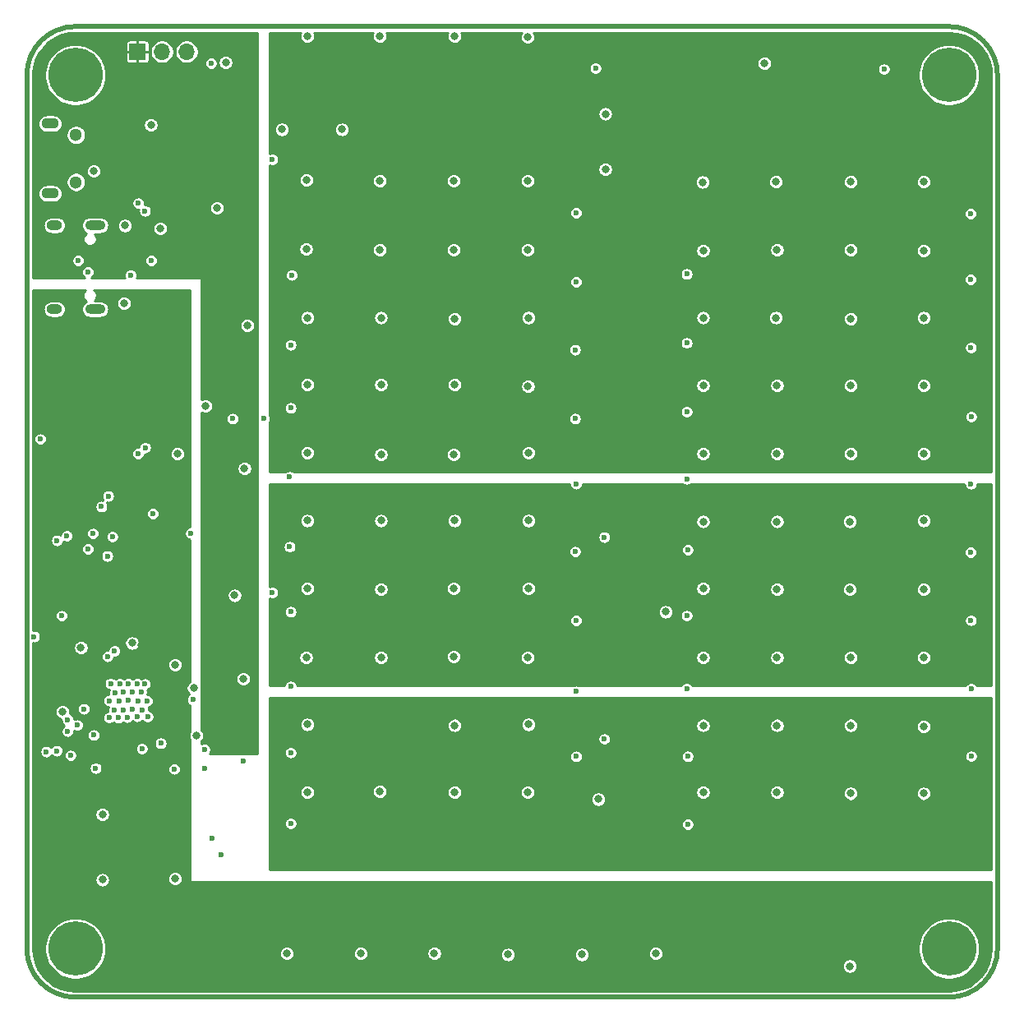
<source format=gbr>
G04 #@! TF.GenerationSoftware,KiCad,Pcbnew,5.1.5+dfsg1-2build2*
G04 #@! TF.CreationDate,2021-03-22T16:34:41+01:00*
G04 #@! TF.ProjectId,Logic_KiCad,4c6f6769-635f-44b6-9943-61642e6b6963,rev?*
G04 #@! TF.SameCoordinates,Original*
G04 #@! TF.FileFunction,Copper,L2,Inr*
G04 #@! TF.FilePolarity,Positive*
%FSLAX46Y46*%
G04 Gerber Fmt 4.6, Leading zero omitted, Abs format (unit mm)*
G04 Created by KiCad (PCBNEW 5.1.5+dfsg1-2build2) date 2021-03-22 16:34:41*
%MOMM*%
%LPD*%
G04 APERTURE LIST*
G04 #@! TA.AperFunction,Profile*
%ADD10C,0.200000*%
G04 #@! TD*
G04 #@! TA.AperFunction,Profile*
%ADD11C,0.500000*%
G04 #@! TD*
G04 #@! TA.AperFunction,ViaPad*
%ADD12O,1.800000X1.100000*%
G04 #@! TD*
G04 #@! TA.AperFunction,ViaPad*
%ADD13C,1.300000*%
G04 #@! TD*
G04 #@! TA.AperFunction,ViaPad*
%ADD14O,2.100000X1.000000*%
G04 #@! TD*
G04 #@! TA.AperFunction,ViaPad*
%ADD15O,1.600000X1.000000*%
G04 #@! TD*
G04 #@! TA.AperFunction,ViaPad*
%ADD16O,1.700000X1.700000*%
G04 #@! TD*
G04 #@! TA.AperFunction,ViaPad*
%ADD17R,1.700000X1.700000*%
G04 #@! TD*
G04 #@! TA.AperFunction,ViaPad*
%ADD18C,5.600000*%
G04 #@! TD*
G04 #@! TA.AperFunction,ViaPad*
%ADD19C,0.600000*%
G04 #@! TD*
G04 #@! TA.AperFunction,ViaPad*
%ADD20C,0.800000*%
G04 #@! TD*
G04 #@! TA.AperFunction,Conductor*
%ADD21C,0.254000*%
G04 #@! TD*
G04 APERTURE END LIST*
D10*
X97576000Y-127000000D02*
G75*
G03X97576000Y-127000000I-576000J0D01*
G01*
X193576000Y-127000000D02*
G75*
G03X193576000Y-127000000I-576000J0D01*
G01*
X193576000Y-43000000D02*
G75*
G03X193576000Y-43000000I-576000J0D01*
G01*
D11*
X195000000Y-130000000D02*
G75*
G02X190000000Y-135000000I-5000000J0D01*
G01*
X100000000Y-135000000D02*
G75*
G02X95000000Y-130000000I0J5000000D01*
G01*
X195000000Y-40000000D02*
G75*
G03X190000000Y-35000000I-5000000J0D01*
G01*
X100000000Y-35000000D02*
G75*
G03X95000000Y-40000000I0J-5000000D01*
G01*
X100000000Y-35000000D02*
X190000000Y-35000000D01*
X95000000Y-130000000D02*
X95000000Y-40000000D01*
X190000000Y-135000000D02*
X100000000Y-135000000D01*
X195000000Y-40000000D02*
X195000000Y-130000000D01*
D12*
G04 #@! TO.N,Net-(J1-Pad6)*
G04 #@! TO.C,J1*
X97400000Y-52200000D03*
X97400000Y-45000000D03*
D13*
X100050000Y-51030000D03*
X100050000Y-46170000D03*
G04 #@! TD*
D14*
G04 #@! TO.N,Net-(J2-PadS1)*
G04 #@! TO.C,J2*
X102030000Y-64120000D03*
X102030000Y-55480000D03*
D15*
X97850000Y-55480000D03*
X97850000Y-64120000D03*
G04 #@! TD*
D16*
G04 #@! TO.N,Net-(SW1-Pad3)*
G04 #@! TO.C,SW1*
X111460000Y-37600000D03*
G04 #@! TO.N,Net-(D92-Pad1)*
X108920000Y-37600000D03*
D17*
G04 #@! TO.N,+5V*
X106380000Y-37600000D03*
G04 #@! TD*
D18*
G04 #@! TO.N,N/C*
G04 #@! TO.C,H4*
X190000000Y-130000000D03*
G04 #@! TD*
G04 #@! TO.N,N/C*
G04 #@! TO.C,H3*
X100000000Y-40000000D03*
G04 #@! TD*
G04 #@! TO.N,N/C*
G04 #@! TO.C,H2*
X190000000Y-40000000D03*
G04 #@! TD*
G04 #@! TO.N,N/C*
G04 #@! TO.C,H1*
X100000000Y-130000000D03*
G04 #@! TD*
D19*
G04 #@! TO.N,GND*
X103470000Y-106210000D03*
X104420000Y-106220000D03*
X105340000Y-106160000D03*
X103990000Y-105410000D03*
X104940000Y-105380000D03*
X105880000Y-105350000D03*
X106350000Y-106070000D03*
X107440000Y-106090000D03*
X106910000Y-105420000D03*
X107380000Y-104470000D03*
X106450000Y-104470000D03*
X105470000Y-104420000D03*
X104490000Y-104450000D03*
X103510000Y-104450000D03*
X104100000Y-103630000D03*
X104970000Y-103590000D03*
X105870000Y-103590000D03*
X106770000Y-103540000D03*
X107170000Y-102730000D03*
X106370000Y-102720000D03*
X105440000Y-102710000D03*
X104570000Y-102720000D03*
X103630000Y-102680000D03*
D20*
X107780000Y-45140000D03*
X117700000Y-65800000D03*
X112450000Y-108050000D03*
X110280000Y-100740000D03*
X100566000Y-98996000D03*
X112190000Y-103150000D03*
X105840000Y-98510000D03*
X110500000Y-79030000D03*
X117420000Y-80520000D03*
X123880000Y-36000000D03*
X131380000Y-36000000D03*
X139080000Y-36000000D03*
X146580000Y-36100000D03*
X187380000Y-51000000D03*
X179880000Y-51000000D03*
X172180000Y-51000000D03*
X164602702Y-51022702D03*
X164680000Y-58100000D03*
X172280000Y-58000000D03*
X179880000Y-58000000D03*
X187380000Y-58100000D03*
X164680000Y-65000000D03*
X172180000Y-65000000D03*
X179880000Y-65100000D03*
X187380000Y-65000000D03*
X187380000Y-72000000D03*
X179880000Y-72000000D03*
X172280000Y-72000000D03*
X164680000Y-72000000D03*
X164680000Y-79000000D03*
X172280000Y-79000000D03*
X179880000Y-79000000D03*
X187380000Y-79000000D03*
X164680000Y-86000000D03*
X172280000Y-86000000D03*
X179780000Y-86000000D03*
X187380000Y-85900000D03*
X164680000Y-92900000D03*
X172280000Y-93000000D03*
X179780000Y-93000000D03*
X187380000Y-93000000D03*
X164680000Y-107000000D03*
X164680000Y-100000000D03*
X172280000Y-100000000D03*
X179880000Y-100000000D03*
X187380000Y-107100000D03*
X187380000Y-100000000D03*
X179880000Y-107000000D03*
X172280000Y-107000000D03*
X179880000Y-114000000D03*
X164680000Y-113900000D03*
X172280000Y-113900000D03*
X187380000Y-114000000D03*
X131380000Y-50900000D03*
X138980000Y-50900000D03*
X146580000Y-50900000D03*
X123780000Y-57900000D03*
X131380000Y-58000000D03*
X138980000Y-58000000D03*
X146580000Y-58000000D03*
X146680000Y-65000000D03*
X139080000Y-65100000D03*
X131480000Y-65000000D03*
X123880000Y-65000000D03*
X123880000Y-71900000D03*
X131480000Y-71900000D03*
X131480000Y-79100000D03*
X123880000Y-78900000D03*
X138980000Y-79100000D03*
X139080000Y-71900000D03*
X146630000Y-72050000D03*
X146680000Y-78900000D03*
X123880000Y-85900000D03*
X131480000Y-85900000D03*
X139080000Y-85900000D03*
X146680000Y-85900000D03*
X123780000Y-100000000D03*
X123880000Y-106900000D03*
X139080000Y-107000000D03*
X146680000Y-106900000D03*
X131480000Y-100000000D03*
X131480000Y-93000000D03*
X123880000Y-92900000D03*
X138980000Y-92900000D03*
X146680000Y-92900000D03*
X138980000Y-99900000D03*
X146580000Y-100000000D03*
X123880000Y-113900000D03*
X131380000Y-113800000D03*
X139080000Y-113900000D03*
X146580000Y-113900000D03*
X179780000Y-131800000D03*
X153880000Y-114600000D03*
X159780000Y-130500000D03*
X152180000Y-130600000D03*
X144580000Y-130600000D03*
X136980000Y-130500000D03*
X129380000Y-130500000D03*
X121780000Y-130500000D03*
X115480000Y-38700000D03*
X102780000Y-122900000D03*
X102780000Y-116200000D03*
X110280000Y-122800000D03*
X108750000Y-55800000D03*
X105100000Y-55500000D03*
X105000000Y-63500000D03*
X116400000Y-93600000D03*
X114600000Y-53700000D03*
X117300000Y-102200000D03*
X113400000Y-74100000D03*
X101900000Y-49900000D03*
X123800000Y-50800000D03*
X160800000Y-95300000D03*
X98680000Y-105600000D03*
X171000000Y-38800000D03*
G04 #@! TO.N,+3V3*
X100700000Y-97920000D03*
X104550000Y-94440000D03*
X109290000Y-108020000D03*
X111410000Y-102290000D03*
X106821721Y-98700333D03*
X110470000Y-78030000D03*
X141280000Y-125400000D03*
X149280000Y-125500000D03*
X102800000Y-72500000D03*
X101100000Y-75400000D03*
X154600000Y-49700000D03*
X98680000Y-104599997D03*
X154600000Y-44000000D03*
X110800000Y-91300000D03*
G04 #@! TO.N,V_LED_1*
X151080000Y-42700000D03*
X135880000Y-42600000D03*
X128580000Y-42600000D03*
X143180000Y-42600000D03*
X191880000Y-57900000D03*
X184280000Y-57900000D03*
X176780000Y-57900000D03*
X169080000Y-57900000D03*
X169080000Y-64900000D03*
X176880000Y-64900000D03*
X184380000Y-64900000D03*
X191980000Y-64900000D03*
X176880000Y-71900000D03*
X169380000Y-71900000D03*
X184280000Y-71900000D03*
X192080000Y-71900000D03*
X192080000Y-78900000D03*
X184280000Y-78900000D03*
X176680000Y-78900000D03*
X169280000Y-78900000D03*
X128580000Y-57900000D03*
X136180000Y-57900000D03*
X143580000Y-57900000D03*
X151180000Y-57900000D03*
X128280000Y-64900000D03*
X135880000Y-64900000D03*
X143680000Y-64800000D03*
X151280000Y-64900000D03*
X143780000Y-71900000D03*
X151380000Y-71900000D03*
X136080000Y-71800000D03*
X128180000Y-71800000D03*
X128580000Y-78800000D03*
X143780000Y-78800000D03*
X151380000Y-78800000D03*
X136080000Y-78800000D03*
X121480000Y-43900000D03*
D19*
G04 #@! TO.N,BTN_END*
X102100000Y-111400000D03*
X99500008Y-110100000D03*
G04 #@! TO.N,BARVA_4*
X103310000Y-99900000D03*
X106850000Y-109400000D03*
G04 #@! TO.N,BARVA_5*
X104040000Y-99320000D03*
X110200000Y-111500000D03*
G04 #@! TO.N,BARVA_6*
X113300000Y-111400000D03*
X113300000Y-109500000D03*
G04 #@! TO.N,BTN_ENTER*
X114080000Y-118600000D03*
X97000000Y-109700000D03*
G04 #@! TO.N,BTN_NEW_GAME*
X114980000Y-120300000D03*
X98085414Y-109612155D03*
D20*
G04 #@! TO.N,V_LED_2*
X169080000Y-85900000D03*
X176780000Y-85900000D03*
X184480000Y-85900000D03*
X192180000Y-85900000D03*
X169080000Y-92900000D03*
X176680000Y-92900000D03*
X184380000Y-92900000D03*
X192180000Y-92900000D03*
X169380000Y-99900000D03*
X177080000Y-99900000D03*
X184380000Y-99900000D03*
X192180000Y-99900000D03*
X136080000Y-85800000D03*
X143880000Y-85800000D03*
X151280000Y-85800000D03*
X128380000Y-85800000D03*
X128480000Y-92900000D03*
X136080000Y-92800000D03*
X143580000Y-92800000D03*
X151180000Y-92800000D03*
X128480000Y-99800000D03*
X135880000Y-99900000D03*
X143580000Y-99800000D03*
X151380000Y-99800000D03*
X120780000Y-84700000D03*
G04 #@! TO.N,V_LED_3*
X169080000Y-106900000D03*
X169380000Y-113900000D03*
X176880000Y-106900000D03*
X184480000Y-106900000D03*
X192280000Y-106800000D03*
X176780000Y-113900000D03*
X184680000Y-113900000D03*
X192380000Y-113900000D03*
X169280000Y-120900000D03*
X176980000Y-120800000D03*
X184780000Y-120800000D03*
X191980000Y-120800000D03*
X136180000Y-106900000D03*
X128480000Y-106800000D03*
X128480000Y-113800000D03*
X135980000Y-113800000D03*
X143580000Y-113800000D03*
X151380000Y-113800000D03*
X151080000Y-106900000D03*
X143580000Y-106900000D03*
X128380000Y-120700000D03*
X136180000Y-120700000D03*
X143580000Y-120700000D03*
X151080000Y-120700000D03*
X120880000Y-106300000D03*
D19*
G04 #@! TO.N,Net-(D7-Pad2)*
X107190000Y-78380000D03*
X107180000Y-54000000D03*
X101300000Y-60300000D03*
X100300000Y-59100000D03*
X107800000Y-59100000D03*
G04 #@! TO.N,Net-(D8-Pad2)*
X106450002Y-79010000D03*
X106480000Y-53200000D03*
X105700000Y-60600000D03*
G04 #@! TO.N,/herni_LED.sch/2.sch/DATA_IN*
X151580000Y-54200000D03*
X122280000Y-60600000D03*
G04 #@! TO.N,/herni_LED.sch/3.sch/DATA_IN*
X151580000Y-61300000D03*
X122180000Y-67800000D03*
G04 #@! TO.N,/herni_LED.sch/4.ch/DATA_IN*
X151480000Y-68300000D03*
X122180000Y-74300000D03*
G04 #@! TO.N,/herni_LED.sch/5.sch/DATA_IN*
X151480000Y-75400000D03*
X122080000Y-81400000D03*
G04 #@! TO.N,/herni_LED.sch/6.sch/DATA_IN*
X151580000Y-82100000D03*
X122080000Y-88600000D03*
G04 #@! TO.N,/herni_LED.sch/7.sch/DATA_IN*
X151480000Y-89100000D03*
X122180000Y-95300000D03*
G04 #@! TO.N,/herni_LED.sch/8.sch/DATA_IN*
X151580000Y-96200000D03*
X122180000Y-103000000D03*
G04 #@! TO.N,/herni_LED.sch/9.sch/DATA_IN*
X151580000Y-103500000D03*
X122180000Y-109800000D03*
G04 #@! TO.N,/herni_LED.sch/10.sch/DATA_IN*
X151580000Y-110200000D03*
X122180000Y-117100000D03*
G04 #@! TO.N,/hodnoceni_LED.sch/2.sch/DATA_IN*
X192240000Y-54270000D03*
X162980000Y-60500000D03*
G04 #@! TO.N,/hodnoceni_LED.sch/3.sch/DATA_IN*
X192230000Y-61050000D03*
X162980000Y-67600000D03*
G04 #@! TO.N,/hodnoceni_LED.sch/4.ch/DATA_IN*
X192270000Y-68070000D03*
X162980000Y-74700000D03*
G04 #@! TO.N,/hodnoceni_LED.sch/5.sch/DATA_IN*
X192280000Y-75200000D03*
X162980000Y-81600000D03*
G04 #@! TO.N,/hodnoceni_LED.sch/6.sch/DATA_IN*
X192270000Y-82100000D03*
X163080000Y-88900000D03*
G04 #@! TO.N,/hodnoceni_LED.sch/7.sch/DATA_IN*
X192240000Y-89160000D03*
X162980000Y-95700000D03*
G04 #@! TO.N,/hodnoceni_LED.sch/8.sch/DATA_IN*
X192270000Y-96170000D03*
X162980000Y-103200000D03*
G04 #@! TO.N,/hodnoceni_LED.sch/9.sch/DATA_IN*
X192280000Y-103210000D03*
X163080000Y-110200000D03*
G04 #@! TO.N,/hodnoceni_LED.sch/10.sch/DATA_IN*
X192280000Y-110180000D03*
X163080000Y-117200000D03*
G04 #@! TO.N,IO0*
X108000000Y-85200000D03*
X98600000Y-95700000D03*
X95750000Y-97850000D03*
X99200000Y-107600000D03*
D20*
G04 #@! TO.N,+5V*
X110710000Y-59590000D03*
X117400000Y-84320000D03*
X117420000Y-106020000D03*
X116680000Y-42300000D03*
X117980000Y-60700000D03*
X121280000Y-45600000D03*
X127480000Y-45600000D03*
X116200000Y-48300000D03*
X114000000Y-76700000D03*
D19*
G04 #@! TO.N,ZAPINANI_1_CAST_LED*
X100879026Y-105298636D03*
X113980000Y-38800000D03*
G04 #@! TO.N,ZAPINANI_2_CAST_LED*
X101880000Y-108000000D03*
X111900000Y-87200000D03*
G04 #@! TO.N,TX_ESP*
X102690000Y-84460000D03*
X101820000Y-87240000D03*
G04 #@! TO.N,RX_ESP*
X103380000Y-83370000D03*
X103810000Y-87550000D03*
G04 #@! TO.N,Net-(R8-Pad2)*
X99120000Y-87480000D03*
X101290000Y-88840000D03*
G04 #@! TO.N,Net-(R9-Pad2)*
X98110000Y-87940000D03*
X103290000Y-89550000D03*
G04 #@! TO.N,DATA_herni_LED_LS*
X108790000Y-108845000D03*
X119400000Y-75400000D03*
G04 #@! TO.N,DATA_hodnoceni_LED_LS*
X120300000Y-93300000D03*
X154500000Y-87600000D03*
G04 #@! TO.N,DATA_zadani_LED_LS*
X112100000Y-104360000D03*
X120300000Y-48700000D03*
G04 #@! TO.N,PREPINAC_2*
X117300000Y-110700000D03*
X183300000Y-39400000D03*
G04 #@! TO.N,PREPINAC_1*
X96380000Y-77500000D03*
X153580000Y-39300000D03*
X116200000Y-75400000D03*
X99200000Y-106400000D03*
G04 #@! TO.N,PREPINAC_3*
X154500000Y-108400000D03*
X100200000Y-106975000D03*
G04 #@! TD*
D21*
G04 #@! TO.N,V_LED_1*
G36*
X123191431Y-35631952D02*
G01*
X123132859Y-35773357D01*
X123103000Y-35923472D01*
X123103000Y-36076528D01*
X123132859Y-36226643D01*
X123191431Y-36368048D01*
X123276464Y-36495309D01*
X123384691Y-36603536D01*
X123511952Y-36688569D01*
X123653357Y-36747141D01*
X123803472Y-36777000D01*
X123956528Y-36777000D01*
X124106643Y-36747141D01*
X124248048Y-36688569D01*
X124375309Y-36603536D01*
X124483536Y-36495309D01*
X124568569Y-36368048D01*
X124627141Y-36226643D01*
X124657000Y-36076528D01*
X124657000Y-35923472D01*
X124627141Y-35773357D01*
X124568569Y-35631952D01*
X124565260Y-35627000D01*
X130694740Y-35627000D01*
X130691431Y-35631952D01*
X130632859Y-35773357D01*
X130603000Y-35923472D01*
X130603000Y-36076528D01*
X130632859Y-36226643D01*
X130691431Y-36368048D01*
X130776464Y-36495309D01*
X130884691Y-36603536D01*
X131011952Y-36688569D01*
X131153357Y-36747141D01*
X131303472Y-36777000D01*
X131456528Y-36777000D01*
X131606643Y-36747141D01*
X131748048Y-36688569D01*
X131875309Y-36603536D01*
X131983536Y-36495309D01*
X132068569Y-36368048D01*
X132127141Y-36226643D01*
X132157000Y-36076528D01*
X132157000Y-35923472D01*
X132127141Y-35773357D01*
X132068569Y-35631952D01*
X132065260Y-35627000D01*
X138394740Y-35627000D01*
X138391431Y-35631952D01*
X138332859Y-35773357D01*
X138303000Y-35923472D01*
X138303000Y-36076528D01*
X138332859Y-36226643D01*
X138391431Y-36368048D01*
X138476464Y-36495309D01*
X138584691Y-36603536D01*
X138711952Y-36688569D01*
X138853357Y-36747141D01*
X139003472Y-36777000D01*
X139156528Y-36777000D01*
X139306643Y-36747141D01*
X139448048Y-36688569D01*
X139575309Y-36603536D01*
X139683536Y-36495309D01*
X139768569Y-36368048D01*
X139827141Y-36226643D01*
X139857000Y-36076528D01*
X139857000Y-35923472D01*
X139827141Y-35773357D01*
X139768569Y-35631952D01*
X139765260Y-35627000D01*
X145961558Y-35627000D01*
X145891431Y-35731952D01*
X145832859Y-35873357D01*
X145803000Y-36023472D01*
X145803000Y-36176528D01*
X145832859Y-36326643D01*
X145891431Y-36468048D01*
X145976464Y-36595309D01*
X146084691Y-36703536D01*
X146211952Y-36788569D01*
X146353357Y-36847141D01*
X146503472Y-36877000D01*
X146656528Y-36877000D01*
X146806643Y-36847141D01*
X146948048Y-36788569D01*
X147075309Y-36703536D01*
X147183536Y-36595309D01*
X147268569Y-36468048D01*
X147327141Y-36326643D01*
X147357000Y-36176528D01*
X147357000Y-36023472D01*
X147327141Y-35873357D01*
X147268569Y-35731952D01*
X147198442Y-35627000D01*
X189972073Y-35627000D01*
X190773955Y-35698566D01*
X191523433Y-35903600D01*
X192224773Y-36238122D01*
X192855776Y-36691544D01*
X193396523Y-37249551D01*
X193829906Y-37894493D01*
X194142229Y-38605983D01*
X194324781Y-39366369D01*
X194373000Y-40022988D01*
X194373000Y-80873000D01*
X122509857Y-80873000D01*
X122400680Y-80800050D01*
X122277474Y-80749016D01*
X122146679Y-80723000D01*
X122013321Y-80723000D01*
X121882526Y-80749016D01*
X121759320Y-80800050D01*
X121650143Y-80873000D01*
X120007000Y-80873000D01*
X120007000Y-78823472D01*
X123103000Y-78823472D01*
X123103000Y-78976528D01*
X123132859Y-79126643D01*
X123191431Y-79268048D01*
X123276464Y-79395309D01*
X123384691Y-79503536D01*
X123511952Y-79588569D01*
X123653357Y-79647141D01*
X123803472Y-79677000D01*
X123956528Y-79677000D01*
X124106643Y-79647141D01*
X124248048Y-79588569D01*
X124375309Y-79503536D01*
X124483536Y-79395309D01*
X124568569Y-79268048D01*
X124627141Y-79126643D01*
X124647662Y-79023472D01*
X130703000Y-79023472D01*
X130703000Y-79176528D01*
X130732859Y-79326643D01*
X130791431Y-79468048D01*
X130876464Y-79595309D01*
X130984691Y-79703536D01*
X131111952Y-79788569D01*
X131253357Y-79847141D01*
X131403472Y-79877000D01*
X131556528Y-79877000D01*
X131706643Y-79847141D01*
X131848048Y-79788569D01*
X131975309Y-79703536D01*
X132083536Y-79595309D01*
X132168569Y-79468048D01*
X132227141Y-79326643D01*
X132257000Y-79176528D01*
X132257000Y-79023472D01*
X138203000Y-79023472D01*
X138203000Y-79176528D01*
X138232859Y-79326643D01*
X138291431Y-79468048D01*
X138376464Y-79595309D01*
X138484691Y-79703536D01*
X138611952Y-79788569D01*
X138753357Y-79847141D01*
X138903472Y-79877000D01*
X139056528Y-79877000D01*
X139206643Y-79847141D01*
X139348048Y-79788569D01*
X139475309Y-79703536D01*
X139583536Y-79595309D01*
X139668569Y-79468048D01*
X139727141Y-79326643D01*
X139757000Y-79176528D01*
X139757000Y-79023472D01*
X139727141Y-78873357D01*
X139706478Y-78823472D01*
X145903000Y-78823472D01*
X145903000Y-78976528D01*
X145932859Y-79126643D01*
X145991431Y-79268048D01*
X146076464Y-79395309D01*
X146184691Y-79503536D01*
X146311952Y-79588569D01*
X146453357Y-79647141D01*
X146603472Y-79677000D01*
X146756528Y-79677000D01*
X146906643Y-79647141D01*
X147048048Y-79588569D01*
X147175309Y-79503536D01*
X147283536Y-79395309D01*
X147368569Y-79268048D01*
X147427141Y-79126643D01*
X147457000Y-78976528D01*
X147457000Y-78923472D01*
X163903000Y-78923472D01*
X163903000Y-79076528D01*
X163932859Y-79226643D01*
X163991431Y-79368048D01*
X164076464Y-79495309D01*
X164184691Y-79603536D01*
X164311952Y-79688569D01*
X164453357Y-79747141D01*
X164603472Y-79777000D01*
X164756528Y-79777000D01*
X164906643Y-79747141D01*
X165048048Y-79688569D01*
X165175309Y-79603536D01*
X165283536Y-79495309D01*
X165368569Y-79368048D01*
X165427141Y-79226643D01*
X165457000Y-79076528D01*
X165457000Y-78923472D01*
X171503000Y-78923472D01*
X171503000Y-79076528D01*
X171532859Y-79226643D01*
X171591431Y-79368048D01*
X171676464Y-79495309D01*
X171784691Y-79603536D01*
X171911952Y-79688569D01*
X172053357Y-79747141D01*
X172203472Y-79777000D01*
X172356528Y-79777000D01*
X172506643Y-79747141D01*
X172648048Y-79688569D01*
X172775309Y-79603536D01*
X172883536Y-79495309D01*
X172968569Y-79368048D01*
X173027141Y-79226643D01*
X173057000Y-79076528D01*
X173057000Y-78923472D01*
X179103000Y-78923472D01*
X179103000Y-79076528D01*
X179132859Y-79226643D01*
X179191431Y-79368048D01*
X179276464Y-79495309D01*
X179384691Y-79603536D01*
X179511952Y-79688569D01*
X179653357Y-79747141D01*
X179803472Y-79777000D01*
X179956528Y-79777000D01*
X180106643Y-79747141D01*
X180248048Y-79688569D01*
X180375309Y-79603536D01*
X180483536Y-79495309D01*
X180568569Y-79368048D01*
X180627141Y-79226643D01*
X180657000Y-79076528D01*
X180657000Y-78923472D01*
X186603000Y-78923472D01*
X186603000Y-79076528D01*
X186632859Y-79226643D01*
X186691431Y-79368048D01*
X186776464Y-79495309D01*
X186884691Y-79603536D01*
X187011952Y-79688569D01*
X187153357Y-79747141D01*
X187303472Y-79777000D01*
X187456528Y-79777000D01*
X187606643Y-79747141D01*
X187748048Y-79688569D01*
X187875309Y-79603536D01*
X187983536Y-79495309D01*
X188068569Y-79368048D01*
X188127141Y-79226643D01*
X188157000Y-79076528D01*
X188157000Y-78923472D01*
X188127141Y-78773357D01*
X188068569Y-78631952D01*
X187983536Y-78504691D01*
X187875309Y-78396464D01*
X187748048Y-78311431D01*
X187606643Y-78252859D01*
X187456528Y-78223000D01*
X187303472Y-78223000D01*
X187153357Y-78252859D01*
X187011952Y-78311431D01*
X186884691Y-78396464D01*
X186776464Y-78504691D01*
X186691431Y-78631952D01*
X186632859Y-78773357D01*
X186603000Y-78923472D01*
X180657000Y-78923472D01*
X180627141Y-78773357D01*
X180568569Y-78631952D01*
X180483536Y-78504691D01*
X180375309Y-78396464D01*
X180248048Y-78311431D01*
X180106643Y-78252859D01*
X179956528Y-78223000D01*
X179803472Y-78223000D01*
X179653357Y-78252859D01*
X179511952Y-78311431D01*
X179384691Y-78396464D01*
X179276464Y-78504691D01*
X179191431Y-78631952D01*
X179132859Y-78773357D01*
X179103000Y-78923472D01*
X173057000Y-78923472D01*
X173027141Y-78773357D01*
X172968569Y-78631952D01*
X172883536Y-78504691D01*
X172775309Y-78396464D01*
X172648048Y-78311431D01*
X172506643Y-78252859D01*
X172356528Y-78223000D01*
X172203472Y-78223000D01*
X172053357Y-78252859D01*
X171911952Y-78311431D01*
X171784691Y-78396464D01*
X171676464Y-78504691D01*
X171591431Y-78631952D01*
X171532859Y-78773357D01*
X171503000Y-78923472D01*
X165457000Y-78923472D01*
X165427141Y-78773357D01*
X165368569Y-78631952D01*
X165283536Y-78504691D01*
X165175309Y-78396464D01*
X165048048Y-78311431D01*
X164906643Y-78252859D01*
X164756528Y-78223000D01*
X164603472Y-78223000D01*
X164453357Y-78252859D01*
X164311952Y-78311431D01*
X164184691Y-78396464D01*
X164076464Y-78504691D01*
X163991431Y-78631952D01*
X163932859Y-78773357D01*
X163903000Y-78923472D01*
X147457000Y-78923472D01*
X147457000Y-78823472D01*
X147427141Y-78673357D01*
X147368569Y-78531952D01*
X147283536Y-78404691D01*
X147175309Y-78296464D01*
X147048048Y-78211431D01*
X146906643Y-78152859D01*
X146756528Y-78123000D01*
X146603472Y-78123000D01*
X146453357Y-78152859D01*
X146311952Y-78211431D01*
X146184691Y-78296464D01*
X146076464Y-78404691D01*
X145991431Y-78531952D01*
X145932859Y-78673357D01*
X145903000Y-78823472D01*
X139706478Y-78823472D01*
X139668569Y-78731952D01*
X139583536Y-78604691D01*
X139475309Y-78496464D01*
X139348048Y-78411431D01*
X139206643Y-78352859D01*
X139056528Y-78323000D01*
X138903472Y-78323000D01*
X138753357Y-78352859D01*
X138611952Y-78411431D01*
X138484691Y-78496464D01*
X138376464Y-78604691D01*
X138291431Y-78731952D01*
X138232859Y-78873357D01*
X138203000Y-79023472D01*
X132257000Y-79023472D01*
X132227141Y-78873357D01*
X132168569Y-78731952D01*
X132083536Y-78604691D01*
X131975309Y-78496464D01*
X131848048Y-78411431D01*
X131706643Y-78352859D01*
X131556528Y-78323000D01*
X131403472Y-78323000D01*
X131253357Y-78352859D01*
X131111952Y-78411431D01*
X130984691Y-78496464D01*
X130876464Y-78604691D01*
X130791431Y-78731952D01*
X130732859Y-78873357D01*
X130703000Y-79023472D01*
X124647662Y-79023472D01*
X124657000Y-78976528D01*
X124657000Y-78823472D01*
X124627141Y-78673357D01*
X124568569Y-78531952D01*
X124483536Y-78404691D01*
X124375309Y-78296464D01*
X124248048Y-78211431D01*
X124106643Y-78152859D01*
X123956528Y-78123000D01*
X123803472Y-78123000D01*
X123653357Y-78152859D01*
X123511952Y-78211431D01*
X123384691Y-78296464D01*
X123276464Y-78404691D01*
X123191431Y-78531952D01*
X123132859Y-78673357D01*
X123103000Y-78823472D01*
X120007000Y-78823472D01*
X120007000Y-75703660D01*
X120050984Y-75597474D01*
X120077000Y-75466679D01*
X120077000Y-75333321D01*
X150803000Y-75333321D01*
X150803000Y-75466679D01*
X150829016Y-75597474D01*
X150880050Y-75720680D01*
X150954140Y-75831563D01*
X151048437Y-75925860D01*
X151159320Y-75999950D01*
X151282526Y-76050984D01*
X151413321Y-76077000D01*
X151546679Y-76077000D01*
X151677474Y-76050984D01*
X151800680Y-75999950D01*
X151911563Y-75925860D01*
X152005860Y-75831563D01*
X152079950Y-75720680D01*
X152130984Y-75597474D01*
X152157000Y-75466679D01*
X152157000Y-75333321D01*
X152130984Y-75202526D01*
X152079950Y-75079320D01*
X152005860Y-74968437D01*
X151911563Y-74874140D01*
X151800680Y-74800050D01*
X151677474Y-74749016D01*
X151546679Y-74723000D01*
X151413321Y-74723000D01*
X151282526Y-74749016D01*
X151159320Y-74800050D01*
X151048437Y-74874140D01*
X150954140Y-74968437D01*
X150880050Y-75079320D01*
X150829016Y-75202526D01*
X150803000Y-75333321D01*
X120077000Y-75333321D01*
X120050984Y-75202526D01*
X120007000Y-75096340D01*
X120007000Y-74233321D01*
X121503000Y-74233321D01*
X121503000Y-74366679D01*
X121529016Y-74497474D01*
X121580050Y-74620680D01*
X121654140Y-74731563D01*
X121748437Y-74825860D01*
X121859320Y-74899950D01*
X121982526Y-74950984D01*
X122113321Y-74977000D01*
X122246679Y-74977000D01*
X122377474Y-74950984D01*
X122500680Y-74899950D01*
X122611563Y-74825860D01*
X122705860Y-74731563D01*
X122771503Y-74633321D01*
X162303000Y-74633321D01*
X162303000Y-74766679D01*
X162329016Y-74897474D01*
X162380050Y-75020680D01*
X162454140Y-75131563D01*
X162548437Y-75225860D01*
X162659320Y-75299950D01*
X162782526Y-75350984D01*
X162913321Y-75377000D01*
X163046679Y-75377000D01*
X163177474Y-75350984D01*
X163300680Y-75299950D01*
X163411563Y-75225860D01*
X163504102Y-75133321D01*
X191603000Y-75133321D01*
X191603000Y-75266679D01*
X191629016Y-75397474D01*
X191680050Y-75520680D01*
X191754140Y-75631563D01*
X191848437Y-75725860D01*
X191959320Y-75799950D01*
X192082526Y-75850984D01*
X192213321Y-75877000D01*
X192346679Y-75877000D01*
X192477474Y-75850984D01*
X192600680Y-75799950D01*
X192711563Y-75725860D01*
X192805860Y-75631563D01*
X192879950Y-75520680D01*
X192930984Y-75397474D01*
X192957000Y-75266679D01*
X192957000Y-75133321D01*
X192930984Y-75002526D01*
X192879950Y-74879320D01*
X192805860Y-74768437D01*
X192711563Y-74674140D01*
X192600680Y-74600050D01*
X192477474Y-74549016D01*
X192346679Y-74523000D01*
X192213321Y-74523000D01*
X192082526Y-74549016D01*
X191959320Y-74600050D01*
X191848437Y-74674140D01*
X191754140Y-74768437D01*
X191680050Y-74879320D01*
X191629016Y-75002526D01*
X191603000Y-75133321D01*
X163504102Y-75133321D01*
X163505860Y-75131563D01*
X163579950Y-75020680D01*
X163630984Y-74897474D01*
X163657000Y-74766679D01*
X163657000Y-74633321D01*
X163630984Y-74502526D01*
X163579950Y-74379320D01*
X163505860Y-74268437D01*
X163411563Y-74174140D01*
X163300680Y-74100050D01*
X163177474Y-74049016D01*
X163046679Y-74023000D01*
X162913321Y-74023000D01*
X162782526Y-74049016D01*
X162659320Y-74100050D01*
X162548437Y-74174140D01*
X162454140Y-74268437D01*
X162380050Y-74379320D01*
X162329016Y-74502526D01*
X162303000Y-74633321D01*
X122771503Y-74633321D01*
X122779950Y-74620680D01*
X122830984Y-74497474D01*
X122857000Y-74366679D01*
X122857000Y-74233321D01*
X122830984Y-74102526D01*
X122779950Y-73979320D01*
X122705860Y-73868437D01*
X122611563Y-73774140D01*
X122500680Y-73700050D01*
X122377474Y-73649016D01*
X122246679Y-73623000D01*
X122113321Y-73623000D01*
X121982526Y-73649016D01*
X121859320Y-73700050D01*
X121748437Y-73774140D01*
X121654140Y-73868437D01*
X121580050Y-73979320D01*
X121529016Y-74102526D01*
X121503000Y-74233321D01*
X120007000Y-74233321D01*
X120007000Y-71823472D01*
X123103000Y-71823472D01*
X123103000Y-71976528D01*
X123132859Y-72126643D01*
X123191431Y-72268048D01*
X123276464Y-72395309D01*
X123384691Y-72503536D01*
X123511952Y-72588569D01*
X123653357Y-72647141D01*
X123803472Y-72677000D01*
X123956528Y-72677000D01*
X124106643Y-72647141D01*
X124248048Y-72588569D01*
X124375309Y-72503536D01*
X124483536Y-72395309D01*
X124568569Y-72268048D01*
X124627141Y-72126643D01*
X124657000Y-71976528D01*
X124657000Y-71823472D01*
X130703000Y-71823472D01*
X130703000Y-71976528D01*
X130732859Y-72126643D01*
X130791431Y-72268048D01*
X130876464Y-72395309D01*
X130984691Y-72503536D01*
X131111952Y-72588569D01*
X131253357Y-72647141D01*
X131403472Y-72677000D01*
X131556528Y-72677000D01*
X131706643Y-72647141D01*
X131848048Y-72588569D01*
X131975309Y-72503536D01*
X132083536Y-72395309D01*
X132168569Y-72268048D01*
X132227141Y-72126643D01*
X132257000Y-71976528D01*
X132257000Y-71823472D01*
X138303000Y-71823472D01*
X138303000Y-71976528D01*
X138332859Y-72126643D01*
X138391431Y-72268048D01*
X138476464Y-72395309D01*
X138584691Y-72503536D01*
X138711952Y-72588569D01*
X138853357Y-72647141D01*
X139003472Y-72677000D01*
X139156528Y-72677000D01*
X139306643Y-72647141D01*
X139448048Y-72588569D01*
X139575309Y-72503536D01*
X139683536Y-72395309D01*
X139768569Y-72268048D01*
X139827141Y-72126643D01*
X139857000Y-71976528D01*
X139857000Y-71973472D01*
X145853000Y-71973472D01*
X145853000Y-72126528D01*
X145882859Y-72276643D01*
X145941431Y-72418048D01*
X146026464Y-72545309D01*
X146134691Y-72653536D01*
X146261952Y-72738569D01*
X146403357Y-72797141D01*
X146553472Y-72827000D01*
X146706528Y-72827000D01*
X146856643Y-72797141D01*
X146998048Y-72738569D01*
X147125309Y-72653536D01*
X147233536Y-72545309D01*
X147318569Y-72418048D01*
X147377141Y-72276643D01*
X147407000Y-72126528D01*
X147407000Y-71973472D01*
X147397055Y-71923472D01*
X163903000Y-71923472D01*
X163903000Y-72076528D01*
X163932859Y-72226643D01*
X163991431Y-72368048D01*
X164076464Y-72495309D01*
X164184691Y-72603536D01*
X164311952Y-72688569D01*
X164453357Y-72747141D01*
X164603472Y-72777000D01*
X164756528Y-72777000D01*
X164906643Y-72747141D01*
X165048048Y-72688569D01*
X165175309Y-72603536D01*
X165283536Y-72495309D01*
X165368569Y-72368048D01*
X165427141Y-72226643D01*
X165457000Y-72076528D01*
X165457000Y-71923472D01*
X171503000Y-71923472D01*
X171503000Y-72076528D01*
X171532859Y-72226643D01*
X171591431Y-72368048D01*
X171676464Y-72495309D01*
X171784691Y-72603536D01*
X171911952Y-72688569D01*
X172053357Y-72747141D01*
X172203472Y-72777000D01*
X172356528Y-72777000D01*
X172506643Y-72747141D01*
X172648048Y-72688569D01*
X172775309Y-72603536D01*
X172883536Y-72495309D01*
X172968569Y-72368048D01*
X173027141Y-72226643D01*
X173057000Y-72076528D01*
X173057000Y-71923472D01*
X179103000Y-71923472D01*
X179103000Y-72076528D01*
X179132859Y-72226643D01*
X179191431Y-72368048D01*
X179276464Y-72495309D01*
X179384691Y-72603536D01*
X179511952Y-72688569D01*
X179653357Y-72747141D01*
X179803472Y-72777000D01*
X179956528Y-72777000D01*
X180106643Y-72747141D01*
X180248048Y-72688569D01*
X180375309Y-72603536D01*
X180483536Y-72495309D01*
X180568569Y-72368048D01*
X180627141Y-72226643D01*
X180657000Y-72076528D01*
X180657000Y-71923472D01*
X186603000Y-71923472D01*
X186603000Y-72076528D01*
X186632859Y-72226643D01*
X186691431Y-72368048D01*
X186776464Y-72495309D01*
X186884691Y-72603536D01*
X187011952Y-72688569D01*
X187153357Y-72747141D01*
X187303472Y-72777000D01*
X187456528Y-72777000D01*
X187606643Y-72747141D01*
X187748048Y-72688569D01*
X187875309Y-72603536D01*
X187983536Y-72495309D01*
X188068569Y-72368048D01*
X188127141Y-72226643D01*
X188157000Y-72076528D01*
X188157000Y-71923472D01*
X188127141Y-71773357D01*
X188068569Y-71631952D01*
X187983536Y-71504691D01*
X187875309Y-71396464D01*
X187748048Y-71311431D01*
X187606643Y-71252859D01*
X187456528Y-71223000D01*
X187303472Y-71223000D01*
X187153357Y-71252859D01*
X187011952Y-71311431D01*
X186884691Y-71396464D01*
X186776464Y-71504691D01*
X186691431Y-71631952D01*
X186632859Y-71773357D01*
X186603000Y-71923472D01*
X180657000Y-71923472D01*
X180627141Y-71773357D01*
X180568569Y-71631952D01*
X180483536Y-71504691D01*
X180375309Y-71396464D01*
X180248048Y-71311431D01*
X180106643Y-71252859D01*
X179956528Y-71223000D01*
X179803472Y-71223000D01*
X179653357Y-71252859D01*
X179511952Y-71311431D01*
X179384691Y-71396464D01*
X179276464Y-71504691D01*
X179191431Y-71631952D01*
X179132859Y-71773357D01*
X179103000Y-71923472D01*
X173057000Y-71923472D01*
X173027141Y-71773357D01*
X172968569Y-71631952D01*
X172883536Y-71504691D01*
X172775309Y-71396464D01*
X172648048Y-71311431D01*
X172506643Y-71252859D01*
X172356528Y-71223000D01*
X172203472Y-71223000D01*
X172053357Y-71252859D01*
X171911952Y-71311431D01*
X171784691Y-71396464D01*
X171676464Y-71504691D01*
X171591431Y-71631952D01*
X171532859Y-71773357D01*
X171503000Y-71923472D01*
X165457000Y-71923472D01*
X165427141Y-71773357D01*
X165368569Y-71631952D01*
X165283536Y-71504691D01*
X165175309Y-71396464D01*
X165048048Y-71311431D01*
X164906643Y-71252859D01*
X164756528Y-71223000D01*
X164603472Y-71223000D01*
X164453357Y-71252859D01*
X164311952Y-71311431D01*
X164184691Y-71396464D01*
X164076464Y-71504691D01*
X163991431Y-71631952D01*
X163932859Y-71773357D01*
X163903000Y-71923472D01*
X147397055Y-71923472D01*
X147377141Y-71823357D01*
X147318569Y-71681952D01*
X147233536Y-71554691D01*
X147125309Y-71446464D01*
X146998048Y-71361431D01*
X146856643Y-71302859D01*
X146706528Y-71273000D01*
X146553472Y-71273000D01*
X146403357Y-71302859D01*
X146261952Y-71361431D01*
X146134691Y-71446464D01*
X146026464Y-71554691D01*
X145941431Y-71681952D01*
X145882859Y-71823357D01*
X145853000Y-71973472D01*
X139857000Y-71973472D01*
X139857000Y-71823472D01*
X139827141Y-71673357D01*
X139768569Y-71531952D01*
X139683536Y-71404691D01*
X139575309Y-71296464D01*
X139448048Y-71211431D01*
X139306643Y-71152859D01*
X139156528Y-71123000D01*
X139003472Y-71123000D01*
X138853357Y-71152859D01*
X138711952Y-71211431D01*
X138584691Y-71296464D01*
X138476464Y-71404691D01*
X138391431Y-71531952D01*
X138332859Y-71673357D01*
X138303000Y-71823472D01*
X132257000Y-71823472D01*
X132227141Y-71673357D01*
X132168569Y-71531952D01*
X132083536Y-71404691D01*
X131975309Y-71296464D01*
X131848048Y-71211431D01*
X131706643Y-71152859D01*
X131556528Y-71123000D01*
X131403472Y-71123000D01*
X131253357Y-71152859D01*
X131111952Y-71211431D01*
X130984691Y-71296464D01*
X130876464Y-71404691D01*
X130791431Y-71531952D01*
X130732859Y-71673357D01*
X130703000Y-71823472D01*
X124657000Y-71823472D01*
X124627141Y-71673357D01*
X124568569Y-71531952D01*
X124483536Y-71404691D01*
X124375309Y-71296464D01*
X124248048Y-71211431D01*
X124106643Y-71152859D01*
X123956528Y-71123000D01*
X123803472Y-71123000D01*
X123653357Y-71152859D01*
X123511952Y-71211431D01*
X123384691Y-71296464D01*
X123276464Y-71404691D01*
X123191431Y-71531952D01*
X123132859Y-71673357D01*
X123103000Y-71823472D01*
X120007000Y-71823472D01*
X120007000Y-67733321D01*
X121503000Y-67733321D01*
X121503000Y-67866679D01*
X121529016Y-67997474D01*
X121580050Y-68120680D01*
X121654140Y-68231563D01*
X121748437Y-68325860D01*
X121859320Y-68399950D01*
X121982526Y-68450984D01*
X122113321Y-68477000D01*
X122246679Y-68477000D01*
X122377474Y-68450984D01*
X122500680Y-68399950D01*
X122611563Y-68325860D01*
X122704102Y-68233321D01*
X150803000Y-68233321D01*
X150803000Y-68366679D01*
X150829016Y-68497474D01*
X150880050Y-68620680D01*
X150954140Y-68731563D01*
X151048437Y-68825860D01*
X151159320Y-68899950D01*
X151282526Y-68950984D01*
X151413321Y-68977000D01*
X151546679Y-68977000D01*
X151677474Y-68950984D01*
X151800680Y-68899950D01*
X151911563Y-68825860D01*
X152005860Y-68731563D01*
X152079950Y-68620680D01*
X152130984Y-68497474D01*
X152157000Y-68366679D01*
X152157000Y-68233321D01*
X152130984Y-68102526D01*
X152079950Y-67979320D01*
X152005860Y-67868437D01*
X151911563Y-67774140D01*
X151800680Y-67700050D01*
X151677474Y-67649016D01*
X151546679Y-67623000D01*
X151413321Y-67623000D01*
X151282526Y-67649016D01*
X151159320Y-67700050D01*
X151048437Y-67774140D01*
X150954140Y-67868437D01*
X150880050Y-67979320D01*
X150829016Y-68102526D01*
X150803000Y-68233321D01*
X122704102Y-68233321D01*
X122705860Y-68231563D01*
X122779950Y-68120680D01*
X122830984Y-67997474D01*
X122857000Y-67866679D01*
X122857000Y-67733321D01*
X122830984Y-67602526D01*
X122802319Y-67533321D01*
X162303000Y-67533321D01*
X162303000Y-67666679D01*
X162329016Y-67797474D01*
X162380050Y-67920680D01*
X162454140Y-68031563D01*
X162548437Y-68125860D01*
X162659320Y-68199950D01*
X162782526Y-68250984D01*
X162913321Y-68277000D01*
X163046679Y-68277000D01*
X163177474Y-68250984D01*
X163300680Y-68199950D01*
X163411563Y-68125860D01*
X163505860Y-68031563D01*
X163524730Y-68003321D01*
X191593000Y-68003321D01*
X191593000Y-68136679D01*
X191619016Y-68267474D01*
X191670050Y-68390680D01*
X191744140Y-68501563D01*
X191838437Y-68595860D01*
X191949320Y-68669950D01*
X192072526Y-68720984D01*
X192203321Y-68747000D01*
X192336679Y-68747000D01*
X192467474Y-68720984D01*
X192590680Y-68669950D01*
X192701563Y-68595860D01*
X192795860Y-68501563D01*
X192869950Y-68390680D01*
X192920984Y-68267474D01*
X192947000Y-68136679D01*
X192947000Y-68003321D01*
X192920984Y-67872526D01*
X192869950Y-67749320D01*
X192795860Y-67638437D01*
X192701563Y-67544140D01*
X192590680Y-67470050D01*
X192467474Y-67419016D01*
X192336679Y-67393000D01*
X192203321Y-67393000D01*
X192072526Y-67419016D01*
X191949320Y-67470050D01*
X191838437Y-67544140D01*
X191744140Y-67638437D01*
X191670050Y-67749320D01*
X191619016Y-67872526D01*
X191593000Y-68003321D01*
X163524730Y-68003321D01*
X163579950Y-67920680D01*
X163630984Y-67797474D01*
X163657000Y-67666679D01*
X163657000Y-67533321D01*
X163630984Y-67402526D01*
X163579950Y-67279320D01*
X163505860Y-67168437D01*
X163411563Y-67074140D01*
X163300680Y-67000050D01*
X163177474Y-66949016D01*
X163046679Y-66923000D01*
X162913321Y-66923000D01*
X162782526Y-66949016D01*
X162659320Y-67000050D01*
X162548437Y-67074140D01*
X162454140Y-67168437D01*
X162380050Y-67279320D01*
X162329016Y-67402526D01*
X162303000Y-67533321D01*
X122802319Y-67533321D01*
X122779950Y-67479320D01*
X122705860Y-67368437D01*
X122611563Y-67274140D01*
X122500680Y-67200050D01*
X122377474Y-67149016D01*
X122246679Y-67123000D01*
X122113321Y-67123000D01*
X121982526Y-67149016D01*
X121859320Y-67200050D01*
X121748437Y-67274140D01*
X121654140Y-67368437D01*
X121580050Y-67479320D01*
X121529016Y-67602526D01*
X121503000Y-67733321D01*
X120007000Y-67733321D01*
X120007000Y-64923472D01*
X123103000Y-64923472D01*
X123103000Y-65076528D01*
X123132859Y-65226643D01*
X123191431Y-65368048D01*
X123276464Y-65495309D01*
X123384691Y-65603536D01*
X123511952Y-65688569D01*
X123653357Y-65747141D01*
X123803472Y-65777000D01*
X123956528Y-65777000D01*
X124106643Y-65747141D01*
X124248048Y-65688569D01*
X124375309Y-65603536D01*
X124483536Y-65495309D01*
X124568569Y-65368048D01*
X124627141Y-65226643D01*
X124657000Y-65076528D01*
X124657000Y-64923472D01*
X130703000Y-64923472D01*
X130703000Y-65076528D01*
X130732859Y-65226643D01*
X130791431Y-65368048D01*
X130876464Y-65495309D01*
X130984691Y-65603536D01*
X131111952Y-65688569D01*
X131253357Y-65747141D01*
X131403472Y-65777000D01*
X131556528Y-65777000D01*
X131706643Y-65747141D01*
X131848048Y-65688569D01*
X131975309Y-65603536D01*
X132083536Y-65495309D01*
X132168569Y-65368048D01*
X132227141Y-65226643D01*
X132257000Y-65076528D01*
X132257000Y-65023472D01*
X138303000Y-65023472D01*
X138303000Y-65176528D01*
X138332859Y-65326643D01*
X138391431Y-65468048D01*
X138476464Y-65595309D01*
X138584691Y-65703536D01*
X138711952Y-65788569D01*
X138853357Y-65847141D01*
X139003472Y-65877000D01*
X139156528Y-65877000D01*
X139306643Y-65847141D01*
X139448048Y-65788569D01*
X139575309Y-65703536D01*
X139683536Y-65595309D01*
X139768569Y-65468048D01*
X139827141Y-65326643D01*
X139857000Y-65176528D01*
X139857000Y-65023472D01*
X139837110Y-64923472D01*
X145903000Y-64923472D01*
X145903000Y-65076528D01*
X145932859Y-65226643D01*
X145991431Y-65368048D01*
X146076464Y-65495309D01*
X146184691Y-65603536D01*
X146311952Y-65688569D01*
X146453357Y-65747141D01*
X146603472Y-65777000D01*
X146756528Y-65777000D01*
X146906643Y-65747141D01*
X147048048Y-65688569D01*
X147175309Y-65603536D01*
X147283536Y-65495309D01*
X147368569Y-65368048D01*
X147427141Y-65226643D01*
X147457000Y-65076528D01*
X147457000Y-64923472D01*
X163903000Y-64923472D01*
X163903000Y-65076528D01*
X163932859Y-65226643D01*
X163991431Y-65368048D01*
X164076464Y-65495309D01*
X164184691Y-65603536D01*
X164311952Y-65688569D01*
X164453357Y-65747141D01*
X164603472Y-65777000D01*
X164756528Y-65777000D01*
X164906643Y-65747141D01*
X165048048Y-65688569D01*
X165175309Y-65603536D01*
X165283536Y-65495309D01*
X165368569Y-65368048D01*
X165427141Y-65226643D01*
X165457000Y-65076528D01*
X165457000Y-64923472D01*
X171403000Y-64923472D01*
X171403000Y-65076528D01*
X171432859Y-65226643D01*
X171491431Y-65368048D01*
X171576464Y-65495309D01*
X171684691Y-65603536D01*
X171811952Y-65688569D01*
X171953357Y-65747141D01*
X172103472Y-65777000D01*
X172256528Y-65777000D01*
X172406643Y-65747141D01*
X172548048Y-65688569D01*
X172675309Y-65603536D01*
X172783536Y-65495309D01*
X172868569Y-65368048D01*
X172927141Y-65226643D01*
X172957000Y-65076528D01*
X172957000Y-65023472D01*
X179103000Y-65023472D01*
X179103000Y-65176528D01*
X179132859Y-65326643D01*
X179191431Y-65468048D01*
X179276464Y-65595309D01*
X179384691Y-65703536D01*
X179511952Y-65788569D01*
X179653357Y-65847141D01*
X179803472Y-65877000D01*
X179956528Y-65877000D01*
X180106643Y-65847141D01*
X180248048Y-65788569D01*
X180375309Y-65703536D01*
X180483536Y-65595309D01*
X180568569Y-65468048D01*
X180627141Y-65326643D01*
X180657000Y-65176528D01*
X180657000Y-65023472D01*
X180637110Y-64923472D01*
X186603000Y-64923472D01*
X186603000Y-65076528D01*
X186632859Y-65226643D01*
X186691431Y-65368048D01*
X186776464Y-65495309D01*
X186884691Y-65603536D01*
X187011952Y-65688569D01*
X187153357Y-65747141D01*
X187303472Y-65777000D01*
X187456528Y-65777000D01*
X187606643Y-65747141D01*
X187748048Y-65688569D01*
X187875309Y-65603536D01*
X187983536Y-65495309D01*
X188068569Y-65368048D01*
X188127141Y-65226643D01*
X188157000Y-65076528D01*
X188157000Y-64923472D01*
X188127141Y-64773357D01*
X188068569Y-64631952D01*
X187983536Y-64504691D01*
X187875309Y-64396464D01*
X187748048Y-64311431D01*
X187606643Y-64252859D01*
X187456528Y-64223000D01*
X187303472Y-64223000D01*
X187153357Y-64252859D01*
X187011952Y-64311431D01*
X186884691Y-64396464D01*
X186776464Y-64504691D01*
X186691431Y-64631952D01*
X186632859Y-64773357D01*
X186603000Y-64923472D01*
X180637110Y-64923472D01*
X180627141Y-64873357D01*
X180568569Y-64731952D01*
X180483536Y-64604691D01*
X180375309Y-64496464D01*
X180248048Y-64411431D01*
X180106643Y-64352859D01*
X179956528Y-64323000D01*
X179803472Y-64323000D01*
X179653357Y-64352859D01*
X179511952Y-64411431D01*
X179384691Y-64496464D01*
X179276464Y-64604691D01*
X179191431Y-64731952D01*
X179132859Y-64873357D01*
X179103000Y-65023472D01*
X172957000Y-65023472D01*
X172957000Y-64923472D01*
X172927141Y-64773357D01*
X172868569Y-64631952D01*
X172783536Y-64504691D01*
X172675309Y-64396464D01*
X172548048Y-64311431D01*
X172406643Y-64252859D01*
X172256528Y-64223000D01*
X172103472Y-64223000D01*
X171953357Y-64252859D01*
X171811952Y-64311431D01*
X171684691Y-64396464D01*
X171576464Y-64504691D01*
X171491431Y-64631952D01*
X171432859Y-64773357D01*
X171403000Y-64923472D01*
X165457000Y-64923472D01*
X165427141Y-64773357D01*
X165368569Y-64631952D01*
X165283536Y-64504691D01*
X165175309Y-64396464D01*
X165048048Y-64311431D01*
X164906643Y-64252859D01*
X164756528Y-64223000D01*
X164603472Y-64223000D01*
X164453357Y-64252859D01*
X164311952Y-64311431D01*
X164184691Y-64396464D01*
X164076464Y-64504691D01*
X163991431Y-64631952D01*
X163932859Y-64773357D01*
X163903000Y-64923472D01*
X147457000Y-64923472D01*
X147427141Y-64773357D01*
X147368569Y-64631952D01*
X147283536Y-64504691D01*
X147175309Y-64396464D01*
X147048048Y-64311431D01*
X146906643Y-64252859D01*
X146756528Y-64223000D01*
X146603472Y-64223000D01*
X146453357Y-64252859D01*
X146311952Y-64311431D01*
X146184691Y-64396464D01*
X146076464Y-64504691D01*
X145991431Y-64631952D01*
X145932859Y-64773357D01*
X145903000Y-64923472D01*
X139837110Y-64923472D01*
X139827141Y-64873357D01*
X139768569Y-64731952D01*
X139683536Y-64604691D01*
X139575309Y-64496464D01*
X139448048Y-64411431D01*
X139306643Y-64352859D01*
X139156528Y-64323000D01*
X139003472Y-64323000D01*
X138853357Y-64352859D01*
X138711952Y-64411431D01*
X138584691Y-64496464D01*
X138476464Y-64604691D01*
X138391431Y-64731952D01*
X138332859Y-64873357D01*
X138303000Y-65023472D01*
X132257000Y-65023472D01*
X132257000Y-64923472D01*
X132227141Y-64773357D01*
X132168569Y-64631952D01*
X132083536Y-64504691D01*
X131975309Y-64396464D01*
X131848048Y-64311431D01*
X131706643Y-64252859D01*
X131556528Y-64223000D01*
X131403472Y-64223000D01*
X131253357Y-64252859D01*
X131111952Y-64311431D01*
X130984691Y-64396464D01*
X130876464Y-64504691D01*
X130791431Y-64631952D01*
X130732859Y-64773357D01*
X130703000Y-64923472D01*
X124657000Y-64923472D01*
X124627141Y-64773357D01*
X124568569Y-64631952D01*
X124483536Y-64504691D01*
X124375309Y-64396464D01*
X124248048Y-64311431D01*
X124106643Y-64252859D01*
X123956528Y-64223000D01*
X123803472Y-64223000D01*
X123653357Y-64252859D01*
X123511952Y-64311431D01*
X123384691Y-64396464D01*
X123276464Y-64504691D01*
X123191431Y-64631952D01*
X123132859Y-64773357D01*
X123103000Y-64923472D01*
X120007000Y-64923472D01*
X120007000Y-60533321D01*
X121603000Y-60533321D01*
X121603000Y-60666679D01*
X121629016Y-60797474D01*
X121680050Y-60920680D01*
X121754140Y-61031563D01*
X121848437Y-61125860D01*
X121959320Y-61199950D01*
X122082526Y-61250984D01*
X122213321Y-61277000D01*
X122346679Y-61277000D01*
X122477474Y-61250984D01*
X122520115Y-61233321D01*
X150903000Y-61233321D01*
X150903000Y-61366679D01*
X150929016Y-61497474D01*
X150980050Y-61620680D01*
X151054140Y-61731563D01*
X151148437Y-61825860D01*
X151259320Y-61899950D01*
X151382526Y-61950984D01*
X151513321Y-61977000D01*
X151646679Y-61977000D01*
X151777474Y-61950984D01*
X151900680Y-61899950D01*
X152011563Y-61825860D01*
X152105860Y-61731563D01*
X152179950Y-61620680D01*
X152230984Y-61497474D01*
X152257000Y-61366679D01*
X152257000Y-61233321D01*
X152230984Y-61102526D01*
X152179950Y-60979320D01*
X152105860Y-60868437D01*
X152011563Y-60774140D01*
X151900680Y-60700050D01*
X151777474Y-60649016D01*
X151646679Y-60623000D01*
X151513321Y-60623000D01*
X151382526Y-60649016D01*
X151259320Y-60700050D01*
X151148437Y-60774140D01*
X151054140Y-60868437D01*
X150980050Y-60979320D01*
X150929016Y-61102526D01*
X150903000Y-61233321D01*
X122520115Y-61233321D01*
X122600680Y-61199950D01*
X122711563Y-61125860D01*
X122805860Y-61031563D01*
X122879950Y-60920680D01*
X122930984Y-60797474D01*
X122957000Y-60666679D01*
X122957000Y-60533321D01*
X122937110Y-60433321D01*
X162303000Y-60433321D01*
X162303000Y-60566679D01*
X162329016Y-60697474D01*
X162380050Y-60820680D01*
X162454140Y-60931563D01*
X162548437Y-61025860D01*
X162659320Y-61099950D01*
X162782526Y-61150984D01*
X162913321Y-61177000D01*
X163046679Y-61177000D01*
X163177474Y-61150984D01*
X163300680Y-61099950D01*
X163411563Y-61025860D01*
X163454102Y-60983321D01*
X191553000Y-60983321D01*
X191553000Y-61116679D01*
X191579016Y-61247474D01*
X191630050Y-61370680D01*
X191704140Y-61481563D01*
X191798437Y-61575860D01*
X191909320Y-61649950D01*
X192032526Y-61700984D01*
X192163321Y-61727000D01*
X192296679Y-61727000D01*
X192427474Y-61700984D01*
X192550680Y-61649950D01*
X192661563Y-61575860D01*
X192755860Y-61481563D01*
X192829950Y-61370680D01*
X192880984Y-61247474D01*
X192907000Y-61116679D01*
X192907000Y-60983321D01*
X192880984Y-60852526D01*
X192829950Y-60729320D01*
X192755860Y-60618437D01*
X192661563Y-60524140D01*
X192550680Y-60450050D01*
X192427474Y-60399016D01*
X192296679Y-60373000D01*
X192163321Y-60373000D01*
X192032526Y-60399016D01*
X191909320Y-60450050D01*
X191798437Y-60524140D01*
X191704140Y-60618437D01*
X191630050Y-60729320D01*
X191579016Y-60852526D01*
X191553000Y-60983321D01*
X163454102Y-60983321D01*
X163505860Y-60931563D01*
X163579950Y-60820680D01*
X163630984Y-60697474D01*
X163657000Y-60566679D01*
X163657000Y-60433321D01*
X163630984Y-60302526D01*
X163579950Y-60179320D01*
X163505860Y-60068437D01*
X163411563Y-59974140D01*
X163300680Y-59900050D01*
X163177474Y-59849016D01*
X163046679Y-59823000D01*
X162913321Y-59823000D01*
X162782526Y-59849016D01*
X162659320Y-59900050D01*
X162548437Y-59974140D01*
X162454140Y-60068437D01*
X162380050Y-60179320D01*
X162329016Y-60302526D01*
X162303000Y-60433321D01*
X122937110Y-60433321D01*
X122930984Y-60402526D01*
X122879950Y-60279320D01*
X122805860Y-60168437D01*
X122711563Y-60074140D01*
X122600680Y-60000050D01*
X122477474Y-59949016D01*
X122346679Y-59923000D01*
X122213321Y-59923000D01*
X122082526Y-59949016D01*
X121959320Y-60000050D01*
X121848437Y-60074140D01*
X121754140Y-60168437D01*
X121680050Y-60279320D01*
X121629016Y-60402526D01*
X121603000Y-60533321D01*
X120007000Y-60533321D01*
X120007000Y-57823472D01*
X123003000Y-57823472D01*
X123003000Y-57976528D01*
X123032859Y-58126643D01*
X123091431Y-58268048D01*
X123176464Y-58395309D01*
X123284691Y-58503536D01*
X123411952Y-58588569D01*
X123553357Y-58647141D01*
X123703472Y-58677000D01*
X123856528Y-58677000D01*
X124006643Y-58647141D01*
X124148048Y-58588569D01*
X124275309Y-58503536D01*
X124383536Y-58395309D01*
X124468569Y-58268048D01*
X124527141Y-58126643D01*
X124557000Y-57976528D01*
X124557000Y-57923472D01*
X130603000Y-57923472D01*
X130603000Y-58076528D01*
X130632859Y-58226643D01*
X130691431Y-58368048D01*
X130776464Y-58495309D01*
X130884691Y-58603536D01*
X131011952Y-58688569D01*
X131153357Y-58747141D01*
X131303472Y-58777000D01*
X131456528Y-58777000D01*
X131606643Y-58747141D01*
X131748048Y-58688569D01*
X131875309Y-58603536D01*
X131983536Y-58495309D01*
X132068569Y-58368048D01*
X132127141Y-58226643D01*
X132157000Y-58076528D01*
X132157000Y-57923472D01*
X138203000Y-57923472D01*
X138203000Y-58076528D01*
X138232859Y-58226643D01*
X138291431Y-58368048D01*
X138376464Y-58495309D01*
X138484691Y-58603536D01*
X138611952Y-58688569D01*
X138753357Y-58747141D01*
X138903472Y-58777000D01*
X139056528Y-58777000D01*
X139206643Y-58747141D01*
X139348048Y-58688569D01*
X139475309Y-58603536D01*
X139583536Y-58495309D01*
X139668569Y-58368048D01*
X139727141Y-58226643D01*
X139757000Y-58076528D01*
X139757000Y-57923472D01*
X145803000Y-57923472D01*
X145803000Y-58076528D01*
X145832859Y-58226643D01*
X145891431Y-58368048D01*
X145976464Y-58495309D01*
X146084691Y-58603536D01*
X146211952Y-58688569D01*
X146353357Y-58747141D01*
X146503472Y-58777000D01*
X146656528Y-58777000D01*
X146806643Y-58747141D01*
X146948048Y-58688569D01*
X147075309Y-58603536D01*
X147183536Y-58495309D01*
X147268569Y-58368048D01*
X147327141Y-58226643D01*
X147357000Y-58076528D01*
X147357000Y-58023472D01*
X163903000Y-58023472D01*
X163903000Y-58176528D01*
X163932859Y-58326643D01*
X163991431Y-58468048D01*
X164076464Y-58595309D01*
X164184691Y-58703536D01*
X164311952Y-58788569D01*
X164453357Y-58847141D01*
X164603472Y-58877000D01*
X164756528Y-58877000D01*
X164906643Y-58847141D01*
X165048048Y-58788569D01*
X165175309Y-58703536D01*
X165283536Y-58595309D01*
X165368569Y-58468048D01*
X165427141Y-58326643D01*
X165457000Y-58176528D01*
X165457000Y-58023472D01*
X165437110Y-57923472D01*
X171503000Y-57923472D01*
X171503000Y-58076528D01*
X171532859Y-58226643D01*
X171591431Y-58368048D01*
X171676464Y-58495309D01*
X171784691Y-58603536D01*
X171911952Y-58688569D01*
X172053357Y-58747141D01*
X172203472Y-58777000D01*
X172356528Y-58777000D01*
X172506643Y-58747141D01*
X172648048Y-58688569D01*
X172775309Y-58603536D01*
X172883536Y-58495309D01*
X172968569Y-58368048D01*
X173027141Y-58226643D01*
X173057000Y-58076528D01*
X173057000Y-57923472D01*
X179103000Y-57923472D01*
X179103000Y-58076528D01*
X179132859Y-58226643D01*
X179191431Y-58368048D01*
X179276464Y-58495309D01*
X179384691Y-58603536D01*
X179511952Y-58688569D01*
X179653357Y-58747141D01*
X179803472Y-58777000D01*
X179956528Y-58777000D01*
X180106643Y-58747141D01*
X180248048Y-58688569D01*
X180375309Y-58603536D01*
X180483536Y-58495309D01*
X180568569Y-58368048D01*
X180627141Y-58226643D01*
X180657000Y-58076528D01*
X180657000Y-58023472D01*
X186603000Y-58023472D01*
X186603000Y-58176528D01*
X186632859Y-58326643D01*
X186691431Y-58468048D01*
X186776464Y-58595309D01*
X186884691Y-58703536D01*
X187011952Y-58788569D01*
X187153357Y-58847141D01*
X187303472Y-58877000D01*
X187456528Y-58877000D01*
X187606643Y-58847141D01*
X187748048Y-58788569D01*
X187875309Y-58703536D01*
X187983536Y-58595309D01*
X188068569Y-58468048D01*
X188127141Y-58326643D01*
X188157000Y-58176528D01*
X188157000Y-58023472D01*
X188127141Y-57873357D01*
X188068569Y-57731952D01*
X187983536Y-57604691D01*
X187875309Y-57496464D01*
X187748048Y-57411431D01*
X187606643Y-57352859D01*
X187456528Y-57323000D01*
X187303472Y-57323000D01*
X187153357Y-57352859D01*
X187011952Y-57411431D01*
X186884691Y-57496464D01*
X186776464Y-57604691D01*
X186691431Y-57731952D01*
X186632859Y-57873357D01*
X186603000Y-58023472D01*
X180657000Y-58023472D01*
X180657000Y-57923472D01*
X180627141Y-57773357D01*
X180568569Y-57631952D01*
X180483536Y-57504691D01*
X180375309Y-57396464D01*
X180248048Y-57311431D01*
X180106643Y-57252859D01*
X179956528Y-57223000D01*
X179803472Y-57223000D01*
X179653357Y-57252859D01*
X179511952Y-57311431D01*
X179384691Y-57396464D01*
X179276464Y-57504691D01*
X179191431Y-57631952D01*
X179132859Y-57773357D01*
X179103000Y-57923472D01*
X173057000Y-57923472D01*
X173027141Y-57773357D01*
X172968569Y-57631952D01*
X172883536Y-57504691D01*
X172775309Y-57396464D01*
X172648048Y-57311431D01*
X172506643Y-57252859D01*
X172356528Y-57223000D01*
X172203472Y-57223000D01*
X172053357Y-57252859D01*
X171911952Y-57311431D01*
X171784691Y-57396464D01*
X171676464Y-57504691D01*
X171591431Y-57631952D01*
X171532859Y-57773357D01*
X171503000Y-57923472D01*
X165437110Y-57923472D01*
X165427141Y-57873357D01*
X165368569Y-57731952D01*
X165283536Y-57604691D01*
X165175309Y-57496464D01*
X165048048Y-57411431D01*
X164906643Y-57352859D01*
X164756528Y-57323000D01*
X164603472Y-57323000D01*
X164453357Y-57352859D01*
X164311952Y-57411431D01*
X164184691Y-57496464D01*
X164076464Y-57604691D01*
X163991431Y-57731952D01*
X163932859Y-57873357D01*
X163903000Y-58023472D01*
X147357000Y-58023472D01*
X147357000Y-57923472D01*
X147327141Y-57773357D01*
X147268569Y-57631952D01*
X147183536Y-57504691D01*
X147075309Y-57396464D01*
X146948048Y-57311431D01*
X146806643Y-57252859D01*
X146656528Y-57223000D01*
X146503472Y-57223000D01*
X146353357Y-57252859D01*
X146211952Y-57311431D01*
X146084691Y-57396464D01*
X145976464Y-57504691D01*
X145891431Y-57631952D01*
X145832859Y-57773357D01*
X145803000Y-57923472D01*
X139757000Y-57923472D01*
X139727141Y-57773357D01*
X139668569Y-57631952D01*
X139583536Y-57504691D01*
X139475309Y-57396464D01*
X139348048Y-57311431D01*
X139206643Y-57252859D01*
X139056528Y-57223000D01*
X138903472Y-57223000D01*
X138753357Y-57252859D01*
X138611952Y-57311431D01*
X138484691Y-57396464D01*
X138376464Y-57504691D01*
X138291431Y-57631952D01*
X138232859Y-57773357D01*
X138203000Y-57923472D01*
X132157000Y-57923472D01*
X132127141Y-57773357D01*
X132068569Y-57631952D01*
X131983536Y-57504691D01*
X131875309Y-57396464D01*
X131748048Y-57311431D01*
X131606643Y-57252859D01*
X131456528Y-57223000D01*
X131303472Y-57223000D01*
X131153357Y-57252859D01*
X131011952Y-57311431D01*
X130884691Y-57396464D01*
X130776464Y-57504691D01*
X130691431Y-57631952D01*
X130632859Y-57773357D01*
X130603000Y-57923472D01*
X124557000Y-57923472D01*
X124557000Y-57823472D01*
X124527141Y-57673357D01*
X124468569Y-57531952D01*
X124383536Y-57404691D01*
X124275309Y-57296464D01*
X124148048Y-57211431D01*
X124006643Y-57152859D01*
X123856528Y-57123000D01*
X123703472Y-57123000D01*
X123553357Y-57152859D01*
X123411952Y-57211431D01*
X123284691Y-57296464D01*
X123176464Y-57404691D01*
X123091431Y-57531952D01*
X123032859Y-57673357D01*
X123003000Y-57823472D01*
X120007000Y-57823472D01*
X120007000Y-54133321D01*
X150903000Y-54133321D01*
X150903000Y-54266679D01*
X150929016Y-54397474D01*
X150980050Y-54520680D01*
X151054140Y-54631563D01*
X151148437Y-54725860D01*
X151259320Y-54799950D01*
X151382526Y-54850984D01*
X151513321Y-54877000D01*
X151646679Y-54877000D01*
X151777474Y-54850984D01*
X151900680Y-54799950D01*
X152011563Y-54725860D01*
X152105860Y-54631563D01*
X152179950Y-54520680D01*
X152230984Y-54397474D01*
X152257000Y-54266679D01*
X152257000Y-54203321D01*
X191563000Y-54203321D01*
X191563000Y-54336679D01*
X191589016Y-54467474D01*
X191640050Y-54590680D01*
X191714140Y-54701563D01*
X191808437Y-54795860D01*
X191919320Y-54869950D01*
X192042526Y-54920984D01*
X192173321Y-54947000D01*
X192306679Y-54947000D01*
X192437474Y-54920984D01*
X192560680Y-54869950D01*
X192671563Y-54795860D01*
X192765860Y-54701563D01*
X192839950Y-54590680D01*
X192890984Y-54467474D01*
X192917000Y-54336679D01*
X192917000Y-54203321D01*
X192890984Y-54072526D01*
X192839950Y-53949320D01*
X192765860Y-53838437D01*
X192671563Y-53744140D01*
X192560680Y-53670050D01*
X192437474Y-53619016D01*
X192306679Y-53593000D01*
X192173321Y-53593000D01*
X192042526Y-53619016D01*
X191919320Y-53670050D01*
X191808437Y-53744140D01*
X191714140Y-53838437D01*
X191640050Y-53949320D01*
X191589016Y-54072526D01*
X191563000Y-54203321D01*
X152257000Y-54203321D01*
X152257000Y-54133321D01*
X152230984Y-54002526D01*
X152179950Y-53879320D01*
X152105860Y-53768437D01*
X152011563Y-53674140D01*
X151900680Y-53600050D01*
X151777474Y-53549016D01*
X151646679Y-53523000D01*
X151513321Y-53523000D01*
X151382526Y-53549016D01*
X151259320Y-53600050D01*
X151148437Y-53674140D01*
X151054140Y-53768437D01*
X150980050Y-53879320D01*
X150929016Y-54002526D01*
X150903000Y-54133321D01*
X120007000Y-54133321D01*
X120007000Y-50723472D01*
X123023000Y-50723472D01*
X123023000Y-50876528D01*
X123052859Y-51026643D01*
X123111431Y-51168048D01*
X123196464Y-51295309D01*
X123304691Y-51403536D01*
X123431952Y-51488569D01*
X123573357Y-51547141D01*
X123723472Y-51577000D01*
X123876528Y-51577000D01*
X124026643Y-51547141D01*
X124168048Y-51488569D01*
X124295309Y-51403536D01*
X124403536Y-51295309D01*
X124488569Y-51168048D01*
X124547141Y-51026643D01*
X124577000Y-50876528D01*
X124577000Y-50823472D01*
X130603000Y-50823472D01*
X130603000Y-50976528D01*
X130632859Y-51126643D01*
X130691431Y-51268048D01*
X130776464Y-51395309D01*
X130884691Y-51503536D01*
X131011952Y-51588569D01*
X131153357Y-51647141D01*
X131303472Y-51677000D01*
X131456528Y-51677000D01*
X131606643Y-51647141D01*
X131748048Y-51588569D01*
X131875309Y-51503536D01*
X131983536Y-51395309D01*
X132068569Y-51268048D01*
X132127141Y-51126643D01*
X132157000Y-50976528D01*
X132157000Y-50823472D01*
X138203000Y-50823472D01*
X138203000Y-50976528D01*
X138232859Y-51126643D01*
X138291431Y-51268048D01*
X138376464Y-51395309D01*
X138484691Y-51503536D01*
X138611952Y-51588569D01*
X138753357Y-51647141D01*
X138903472Y-51677000D01*
X139056528Y-51677000D01*
X139206643Y-51647141D01*
X139348048Y-51588569D01*
X139475309Y-51503536D01*
X139583536Y-51395309D01*
X139668569Y-51268048D01*
X139727141Y-51126643D01*
X139757000Y-50976528D01*
X139757000Y-50823472D01*
X145803000Y-50823472D01*
X145803000Y-50976528D01*
X145832859Y-51126643D01*
X145891431Y-51268048D01*
X145976464Y-51395309D01*
X146084691Y-51503536D01*
X146211952Y-51588569D01*
X146353357Y-51647141D01*
X146503472Y-51677000D01*
X146656528Y-51677000D01*
X146806643Y-51647141D01*
X146948048Y-51588569D01*
X147075309Y-51503536D01*
X147183536Y-51395309D01*
X147268569Y-51268048D01*
X147327141Y-51126643D01*
X147357000Y-50976528D01*
X147357000Y-50946174D01*
X163825702Y-50946174D01*
X163825702Y-51099230D01*
X163855561Y-51249345D01*
X163914133Y-51390750D01*
X163999166Y-51518011D01*
X164107393Y-51626238D01*
X164234654Y-51711271D01*
X164376059Y-51769843D01*
X164526174Y-51799702D01*
X164679230Y-51799702D01*
X164829345Y-51769843D01*
X164970750Y-51711271D01*
X165098011Y-51626238D01*
X165206238Y-51518011D01*
X165291271Y-51390750D01*
X165349843Y-51249345D01*
X165379702Y-51099230D01*
X165379702Y-50946174D01*
X165375187Y-50923472D01*
X171403000Y-50923472D01*
X171403000Y-51076528D01*
X171432859Y-51226643D01*
X171491431Y-51368048D01*
X171576464Y-51495309D01*
X171684691Y-51603536D01*
X171811952Y-51688569D01*
X171953357Y-51747141D01*
X172103472Y-51777000D01*
X172256528Y-51777000D01*
X172406643Y-51747141D01*
X172548048Y-51688569D01*
X172675309Y-51603536D01*
X172783536Y-51495309D01*
X172868569Y-51368048D01*
X172927141Y-51226643D01*
X172957000Y-51076528D01*
X172957000Y-50923472D01*
X179103000Y-50923472D01*
X179103000Y-51076528D01*
X179132859Y-51226643D01*
X179191431Y-51368048D01*
X179276464Y-51495309D01*
X179384691Y-51603536D01*
X179511952Y-51688569D01*
X179653357Y-51747141D01*
X179803472Y-51777000D01*
X179956528Y-51777000D01*
X180106643Y-51747141D01*
X180248048Y-51688569D01*
X180375309Y-51603536D01*
X180483536Y-51495309D01*
X180568569Y-51368048D01*
X180627141Y-51226643D01*
X180657000Y-51076528D01*
X180657000Y-50923472D01*
X186603000Y-50923472D01*
X186603000Y-51076528D01*
X186632859Y-51226643D01*
X186691431Y-51368048D01*
X186776464Y-51495309D01*
X186884691Y-51603536D01*
X187011952Y-51688569D01*
X187153357Y-51747141D01*
X187303472Y-51777000D01*
X187456528Y-51777000D01*
X187606643Y-51747141D01*
X187748048Y-51688569D01*
X187875309Y-51603536D01*
X187983536Y-51495309D01*
X188068569Y-51368048D01*
X188127141Y-51226643D01*
X188157000Y-51076528D01*
X188157000Y-50923472D01*
X188127141Y-50773357D01*
X188068569Y-50631952D01*
X187983536Y-50504691D01*
X187875309Y-50396464D01*
X187748048Y-50311431D01*
X187606643Y-50252859D01*
X187456528Y-50223000D01*
X187303472Y-50223000D01*
X187153357Y-50252859D01*
X187011952Y-50311431D01*
X186884691Y-50396464D01*
X186776464Y-50504691D01*
X186691431Y-50631952D01*
X186632859Y-50773357D01*
X186603000Y-50923472D01*
X180657000Y-50923472D01*
X180627141Y-50773357D01*
X180568569Y-50631952D01*
X180483536Y-50504691D01*
X180375309Y-50396464D01*
X180248048Y-50311431D01*
X180106643Y-50252859D01*
X179956528Y-50223000D01*
X179803472Y-50223000D01*
X179653357Y-50252859D01*
X179511952Y-50311431D01*
X179384691Y-50396464D01*
X179276464Y-50504691D01*
X179191431Y-50631952D01*
X179132859Y-50773357D01*
X179103000Y-50923472D01*
X172957000Y-50923472D01*
X172927141Y-50773357D01*
X172868569Y-50631952D01*
X172783536Y-50504691D01*
X172675309Y-50396464D01*
X172548048Y-50311431D01*
X172406643Y-50252859D01*
X172256528Y-50223000D01*
X172103472Y-50223000D01*
X171953357Y-50252859D01*
X171811952Y-50311431D01*
X171684691Y-50396464D01*
X171576464Y-50504691D01*
X171491431Y-50631952D01*
X171432859Y-50773357D01*
X171403000Y-50923472D01*
X165375187Y-50923472D01*
X165349843Y-50796059D01*
X165291271Y-50654654D01*
X165206238Y-50527393D01*
X165098011Y-50419166D01*
X164970750Y-50334133D01*
X164829345Y-50275561D01*
X164679230Y-50245702D01*
X164526174Y-50245702D01*
X164376059Y-50275561D01*
X164234654Y-50334133D01*
X164107393Y-50419166D01*
X163999166Y-50527393D01*
X163914133Y-50654654D01*
X163855561Y-50796059D01*
X163825702Y-50946174D01*
X147357000Y-50946174D01*
X147357000Y-50823472D01*
X147327141Y-50673357D01*
X147268569Y-50531952D01*
X147183536Y-50404691D01*
X147075309Y-50296464D01*
X146948048Y-50211431D01*
X146806643Y-50152859D01*
X146656528Y-50123000D01*
X146503472Y-50123000D01*
X146353357Y-50152859D01*
X146211952Y-50211431D01*
X146084691Y-50296464D01*
X145976464Y-50404691D01*
X145891431Y-50531952D01*
X145832859Y-50673357D01*
X145803000Y-50823472D01*
X139757000Y-50823472D01*
X139727141Y-50673357D01*
X139668569Y-50531952D01*
X139583536Y-50404691D01*
X139475309Y-50296464D01*
X139348048Y-50211431D01*
X139206643Y-50152859D01*
X139056528Y-50123000D01*
X138903472Y-50123000D01*
X138753357Y-50152859D01*
X138611952Y-50211431D01*
X138484691Y-50296464D01*
X138376464Y-50404691D01*
X138291431Y-50531952D01*
X138232859Y-50673357D01*
X138203000Y-50823472D01*
X132157000Y-50823472D01*
X132127141Y-50673357D01*
X132068569Y-50531952D01*
X131983536Y-50404691D01*
X131875309Y-50296464D01*
X131748048Y-50211431D01*
X131606643Y-50152859D01*
X131456528Y-50123000D01*
X131303472Y-50123000D01*
X131153357Y-50152859D01*
X131011952Y-50211431D01*
X130884691Y-50296464D01*
X130776464Y-50404691D01*
X130691431Y-50531952D01*
X130632859Y-50673357D01*
X130603000Y-50823472D01*
X124577000Y-50823472D01*
X124577000Y-50723472D01*
X124547141Y-50573357D01*
X124488569Y-50431952D01*
X124403536Y-50304691D01*
X124295309Y-50196464D01*
X124168048Y-50111431D01*
X124026643Y-50052859D01*
X123876528Y-50023000D01*
X123723472Y-50023000D01*
X123573357Y-50052859D01*
X123431952Y-50111431D01*
X123304691Y-50196464D01*
X123196464Y-50304691D01*
X123111431Y-50431952D01*
X123052859Y-50573357D01*
X123023000Y-50723472D01*
X120007000Y-50723472D01*
X120007000Y-49623472D01*
X153823000Y-49623472D01*
X153823000Y-49776528D01*
X153852859Y-49926643D01*
X153911431Y-50068048D01*
X153996464Y-50195309D01*
X154104691Y-50303536D01*
X154231952Y-50388569D01*
X154373357Y-50447141D01*
X154523472Y-50477000D01*
X154676528Y-50477000D01*
X154826643Y-50447141D01*
X154968048Y-50388569D01*
X155095309Y-50303536D01*
X155203536Y-50195309D01*
X155288569Y-50068048D01*
X155347141Y-49926643D01*
X155377000Y-49776528D01*
X155377000Y-49623472D01*
X155347141Y-49473357D01*
X155288569Y-49331952D01*
X155203536Y-49204691D01*
X155095309Y-49096464D01*
X154968048Y-49011431D01*
X154826643Y-48952859D01*
X154676528Y-48923000D01*
X154523472Y-48923000D01*
X154373357Y-48952859D01*
X154231952Y-49011431D01*
X154104691Y-49096464D01*
X153996464Y-49204691D01*
X153911431Y-49331952D01*
X153852859Y-49473357D01*
X153823000Y-49623472D01*
X120007000Y-49623472D01*
X120007000Y-49311416D01*
X120102526Y-49350984D01*
X120233321Y-49377000D01*
X120366679Y-49377000D01*
X120497474Y-49350984D01*
X120620680Y-49299950D01*
X120731563Y-49225860D01*
X120825860Y-49131563D01*
X120899950Y-49020680D01*
X120950984Y-48897474D01*
X120977000Y-48766679D01*
X120977000Y-48633321D01*
X120950984Y-48502526D01*
X120899950Y-48379320D01*
X120825860Y-48268437D01*
X120731563Y-48174140D01*
X120620680Y-48100050D01*
X120497474Y-48049016D01*
X120366679Y-48023000D01*
X120233321Y-48023000D01*
X120102526Y-48049016D01*
X120007000Y-48088584D01*
X120007000Y-45523472D01*
X120503000Y-45523472D01*
X120503000Y-45676528D01*
X120532859Y-45826643D01*
X120591431Y-45968048D01*
X120676464Y-46095309D01*
X120784691Y-46203536D01*
X120911952Y-46288569D01*
X121053357Y-46347141D01*
X121203472Y-46377000D01*
X121356528Y-46377000D01*
X121506643Y-46347141D01*
X121648048Y-46288569D01*
X121775309Y-46203536D01*
X121883536Y-46095309D01*
X121968569Y-45968048D01*
X122027141Y-45826643D01*
X122057000Y-45676528D01*
X122057000Y-45523472D01*
X126703000Y-45523472D01*
X126703000Y-45676528D01*
X126732859Y-45826643D01*
X126791431Y-45968048D01*
X126876464Y-46095309D01*
X126984691Y-46203536D01*
X127111952Y-46288569D01*
X127253357Y-46347141D01*
X127403472Y-46377000D01*
X127556528Y-46377000D01*
X127706643Y-46347141D01*
X127848048Y-46288569D01*
X127975309Y-46203536D01*
X128083536Y-46095309D01*
X128168569Y-45968048D01*
X128227141Y-45826643D01*
X128257000Y-45676528D01*
X128257000Y-45523472D01*
X128227141Y-45373357D01*
X128168569Y-45231952D01*
X128083536Y-45104691D01*
X127975309Y-44996464D01*
X127848048Y-44911431D01*
X127706643Y-44852859D01*
X127556528Y-44823000D01*
X127403472Y-44823000D01*
X127253357Y-44852859D01*
X127111952Y-44911431D01*
X126984691Y-44996464D01*
X126876464Y-45104691D01*
X126791431Y-45231952D01*
X126732859Y-45373357D01*
X126703000Y-45523472D01*
X122057000Y-45523472D01*
X122027141Y-45373357D01*
X121968569Y-45231952D01*
X121883536Y-45104691D01*
X121775309Y-44996464D01*
X121648048Y-44911431D01*
X121506643Y-44852859D01*
X121356528Y-44823000D01*
X121203472Y-44823000D01*
X121053357Y-44852859D01*
X120911952Y-44911431D01*
X120784691Y-44996464D01*
X120676464Y-45104691D01*
X120591431Y-45231952D01*
X120532859Y-45373357D01*
X120503000Y-45523472D01*
X120007000Y-45523472D01*
X120007000Y-43923472D01*
X153823000Y-43923472D01*
X153823000Y-44076528D01*
X153852859Y-44226643D01*
X153911431Y-44368048D01*
X153996464Y-44495309D01*
X154104691Y-44603536D01*
X154231952Y-44688569D01*
X154373357Y-44747141D01*
X154523472Y-44777000D01*
X154676528Y-44777000D01*
X154826643Y-44747141D01*
X154968048Y-44688569D01*
X155095309Y-44603536D01*
X155203536Y-44495309D01*
X155288569Y-44368048D01*
X155347141Y-44226643D01*
X155377000Y-44076528D01*
X155377000Y-43923472D01*
X155347141Y-43773357D01*
X155288569Y-43631952D01*
X155203536Y-43504691D01*
X155095309Y-43396464D01*
X154968048Y-43311431D01*
X154826643Y-43252859D01*
X154676528Y-43223000D01*
X154523472Y-43223000D01*
X154373357Y-43252859D01*
X154231952Y-43311431D01*
X154104691Y-43396464D01*
X153996464Y-43504691D01*
X153911431Y-43631952D01*
X153852859Y-43773357D01*
X153823000Y-43923472D01*
X120007000Y-43923472D01*
X120007000Y-39233321D01*
X152903000Y-39233321D01*
X152903000Y-39366679D01*
X152929016Y-39497474D01*
X152980050Y-39620680D01*
X153054140Y-39731563D01*
X153148437Y-39825860D01*
X153259320Y-39899950D01*
X153382526Y-39950984D01*
X153513321Y-39977000D01*
X153646679Y-39977000D01*
X153777474Y-39950984D01*
X153900680Y-39899950D01*
X154011563Y-39825860D01*
X154105860Y-39731563D01*
X154179950Y-39620680D01*
X154230984Y-39497474D01*
X154257000Y-39366679D01*
X154257000Y-39233321D01*
X154230984Y-39102526D01*
X154179950Y-38979320D01*
X154105860Y-38868437D01*
X154011563Y-38774140D01*
X153935734Y-38723472D01*
X170223000Y-38723472D01*
X170223000Y-38876528D01*
X170252859Y-39026643D01*
X170311431Y-39168048D01*
X170396464Y-39295309D01*
X170504691Y-39403536D01*
X170631952Y-39488569D01*
X170773357Y-39547141D01*
X170923472Y-39577000D01*
X171076528Y-39577000D01*
X171226643Y-39547141D01*
X171368048Y-39488569D01*
X171495309Y-39403536D01*
X171565524Y-39333321D01*
X182623000Y-39333321D01*
X182623000Y-39466679D01*
X182649016Y-39597474D01*
X182700050Y-39720680D01*
X182774140Y-39831563D01*
X182868437Y-39925860D01*
X182979320Y-39999950D01*
X183102526Y-40050984D01*
X183233321Y-40077000D01*
X183366679Y-40077000D01*
X183497474Y-40050984D01*
X183620680Y-39999950D01*
X183731563Y-39925860D01*
X183825860Y-39831563D01*
X183899950Y-39720680D01*
X183913862Y-39687093D01*
X186823000Y-39687093D01*
X186823000Y-40312907D01*
X186945090Y-40926697D01*
X187184579Y-41504874D01*
X187532263Y-42025219D01*
X187974781Y-42467737D01*
X188495126Y-42815421D01*
X189073303Y-43054910D01*
X189687093Y-43177000D01*
X190312907Y-43177000D01*
X190926697Y-43054910D01*
X191504874Y-42815421D01*
X192025219Y-42467737D01*
X192467737Y-42025219D01*
X192815421Y-41504874D01*
X193054910Y-40926697D01*
X193177000Y-40312907D01*
X193177000Y-39687093D01*
X193054910Y-39073303D01*
X192815421Y-38495126D01*
X192467737Y-37974781D01*
X192025219Y-37532263D01*
X191504874Y-37184579D01*
X190926697Y-36945090D01*
X190312907Y-36823000D01*
X189687093Y-36823000D01*
X189073303Y-36945090D01*
X188495126Y-37184579D01*
X187974781Y-37532263D01*
X187532263Y-37974781D01*
X187184579Y-38495126D01*
X186945090Y-39073303D01*
X186823000Y-39687093D01*
X183913862Y-39687093D01*
X183950984Y-39597474D01*
X183977000Y-39466679D01*
X183977000Y-39333321D01*
X183950984Y-39202526D01*
X183899950Y-39079320D01*
X183825860Y-38968437D01*
X183731563Y-38874140D01*
X183620680Y-38800050D01*
X183497474Y-38749016D01*
X183366679Y-38723000D01*
X183233321Y-38723000D01*
X183102526Y-38749016D01*
X182979320Y-38800050D01*
X182868437Y-38874140D01*
X182774140Y-38968437D01*
X182700050Y-39079320D01*
X182649016Y-39202526D01*
X182623000Y-39333321D01*
X171565524Y-39333321D01*
X171603536Y-39295309D01*
X171688569Y-39168048D01*
X171747141Y-39026643D01*
X171777000Y-38876528D01*
X171777000Y-38723472D01*
X171747141Y-38573357D01*
X171688569Y-38431952D01*
X171603536Y-38304691D01*
X171495309Y-38196464D01*
X171368048Y-38111431D01*
X171226643Y-38052859D01*
X171076528Y-38023000D01*
X170923472Y-38023000D01*
X170773357Y-38052859D01*
X170631952Y-38111431D01*
X170504691Y-38196464D01*
X170396464Y-38304691D01*
X170311431Y-38431952D01*
X170252859Y-38573357D01*
X170223000Y-38723472D01*
X153935734Y-38723472D01*
X153900680Y-38700050D01*
X153777474Y-38649016D01*
X153646679Y-38623000D01*
X153513321Y-38623000D01*
X153382526Y-38649016D01*
X153259320Y-38700050D01*
X153148437Y-38774140D01*
X153054140Y-38868437D01*
X152980050Y-38979320D01*
X152929016Y-39102526D01*
X152903000Y-39233321D01*
X120007000Y-39233321D01*
X120007000Y-35627000D01*
X123194740Y-35627000D01*
X123191431Y-35631952D01*
G37*
X123191431Y-35631952D02*
X123132859Y-35773357D01*
X123103000Y-35923472D01*
X123103000Y-36076528D01*
X123132859Y-36226643D01*
X123191431Y-36368048D01*
X123276464Y-36495309D01*
X123384691Y-36603536D01*
X123511952Y-36688569D01*
X123653357Y-36747141D01*
X123803472Y-36777000D01*
X123956528Y-36777000D01*
X124106643Y-36747141D01*
X124248048Y-36688569D01*
X124375309Y-36603536D01*
X124483536Y-36495309D01*
X124568569Y-36368048D01*
X124627141Y-36226643D01*
X124657000Y-36076528D01*
X124657000Y-35923472D01*
X124627141Y-35773357D01*
X124568569Y-35631952D01*
X124565260Y-35627000D01*
X130694740Y-35627000D01*
X130691431Y-35631952D01*
X130632859Y-35773357D01*
X130603000Y-35923472D01*
X130603000Y-36076528D01*
X130632859Y-36226643D01*
X130691431Y-36368048D01*
X130776464Y-36495309D01*
X130884691Y-36603536D01*
X131011952Y-36688569D01*
X131153357Y-36747141D01*
X131303472Y-36777000D01*
X131456528Y-36777000D01*
X131606643Y-36747141D01*
X131748048Y-36688569D01*
X131875309Y-36603536D01*
X131983536Y-36495309D01*
X132068569Y-36368048D01*
X132127141Y-36226643D01*
X132157000Y-36076528D01*
X132157000Y-35923472D01*
X132127141Y-35773357D01*
X132068569Y-35631952D01*
X132065260Y-35627000D01*
X138394740Y-35627000D01*
X138391431Y-35631952D01*
X138332859Y-35773357D01*
X138303000Y-35923472D01*
X138303000Y-36076528D01*
X138332859Y-36226643D01*
X138391431Y-36368048D01*
X138476464Y-36495309D01*
X138584691Y-36603536D01*
X138711952Y-36688569D01*
X138853357Y-36747141D01*
X139003472Y-36777000D01*
X139156528Y-36777000D01*
X139306643Y-36747141D01*
X139448048Y-36688569D01*
X139575309Y-36603536D01*
X139683536Y-36495309D01*
X139768569Y-36368048D01*
X139827141Y-36226643D01*
X139857000Y-36076528D01*
X139857000Y-35923472D01*
X139827141Y-35773357D01*
X139768569Y-35631952D01*
X139765260Y-35627000D01*
X145961558Y-35627000D01*
X145891431Y-35731952D01*
X145832859Y-35873357D01*
X145803000Y-36023472D01*
X145803000Y-36176528D01*
X145832859Y-36326643D01*
X145891431Y-36468048D01*
X145976464Y-36595309D01*
X146084691Y-36703536D01*
X146211952Y-36788569D01*
X146353357Y-36847141D01*
X146503472Y-36877000D01*
X146656528Y-36877000D01*
X146806643Y-36847141D01*
X146948048Y-36788569D01*
X147075309Y-36703536D01*
X147183536Y-36595309D01*
X147268569Y-36468048D01*
X147327141Y-36326643D01*
X147357000Y-36176528D01*
X147357000Y-36023472D01*
X147327141Y-35873357D01*
X147268569Y-35731952D01*
X147198442Y-35627000D01*
X189972073Y-35627000D01*
X190773955Y-35698566D01*
X191523433Y-35903600D01*
X192224773Y-36238122D01*
X192855776Y-36691544D01*
X193396523Y-37249551D01*
X193829906Y-37894493D01*
X194142229Y-38605983D01*
X194324781Y-39366369D01*
X194373000Y-40022988D01*
X194373000Y-80873000D01*
X122509857Y-80873000D01*
X122400680Y-80800050D01*
X122277474Y-80749016D01*
X122146679Y-80723000D01*
X122013321Y-80723000D01*
X121882526Y-80749016D01*
X121759320Y-80800050D01*
X121650143Y-80873000D01*
X120007000Y-80873000D01*
X120007000Y-78823472D01*
X123103000Y-78823472D01*
X123103000Y-78976528D01*
X123132859Y-79126643D01*
X123191431Y-79268048D01*
X123276464Y-79395309D01*
X123384691Y-79503536D01*
X123511952Y-79588569D01*
X123653357Y-79647141D01*
X123803472Y-79677000D01*
X123956528Y-79677000D01*
X124106643Y-79647141D01*
X124248048Y-79588569D01*
X124375309Y-79503536D01*
X124483536Y-79395309D01*
X124568569Y-79268048D01*
X124627141Y-79126643D01*
X124647662Y-79023472D01*
X130703000Y-79023472D01*
X130703000Y-79176528D01*
X130732859Y-79326643D01*
X130791431Y-79468048D01*
X130876464Y-79595309D01*
X130984691Y-79703536D01*
X131111952Y-79788569D01*
X131253357Y-79847141D01*
X131403472Y-79877000D01*
X131556528Y-79877000D01*
X131706643Y-79847141D01*
X131848048Y-79788569D01*
X131975309Y-79703536D01*
X132083536Y-79595309D01*
X132168569Y-79468048D01*
X132227141Y-79326643D01*
X132257000Y-79176528D01*
X132257000Y-79023472D01*
X138203000Y-79023472D01*
X138203000Y-79176528D01*
X138232859Y-79326643D01*
X138291431Y-79468048D01*
X138376464Y-79595309D01*
X138484691Y-79703536D01*
X138611952Y-79788569D01*
X138753357Y-79847141D01*
X138903472Y-79877000D01*
X139056528Y-79877000D01*
X139206643Y-79847141D01*
X139348048Y-79788569D01*
X139475309Y-79703536D01*
X139583536Y-79595309D01*
X139668569Y-79468048D01*
X139727141Y-79326643D01*
X139757000Y-79176528D01*
X139757000Y-79023472D01*
X139727141Y-78873357D01*
X139706478Y-78823472D01*
X145903000Y-78823472D01*
X145903000Y-78976528D01*
X145932859Y-79126643D01*
X145991431Y-79268048D01*
X146076464Y-79395309D01*
X146184691Y-79503536D01*
X146311952Y-79588569D01*
X146453357Y-79647141D01*
X146603472Y-79677000D01*
X146756528Y-79677000D01*
X146906643Y-79647141D01*
X147048048Y-79588569D01*
X147175309Y-79503536D01*
X147283536Y-79395309D01*
X147368569Y-79268048D01*
X147427141Y-79126643D01*
X147457000Y-78976528D01*
X147457000Y-78923472D01*
X163903000Y-78923472D01*
X163903000Y-79076528D01*
X163932859Y-79226643D01*
X163991431Y-79368048D01*
X164076464Y-79495309D01*
X164184691Y-79603536D01*
X164311952Y-79688569D01*
X164453357Y-79747141D01*
X164603472Y-79777000D01*
X164756528Y-79777000D01*
X164906643Y-79747141D01*
X165048048Y-79688569D01*
X165175309Y-79603536D01*
X165283536Y-79495309D01*
X165368569Y-79368048D01*
X165427141Y-79226643D01*
X165457000Y-79076528D01*
X165457000Y-78923472D01*
X171503000Y-78923472D01*
X171503000Y-79076528D01*
X171532859Y-79226643D01*
X171591431Y-79368048D01*
X171676464Y-79495309D01*
X171784691Y-79603536D01*
X171911952Y-79688569D01*
X172053357Y-79747141D01*
X172203472Y-79777000D01*
X172356528Y-79777000D01*
X172506643Y-79747141D01*
X172648048Y-79688569D01*
X172775309Y-79603536D01*
X172883536Y-79495309D01*
X172968569Y-79368048D01*
X173027141Y-79226643D01*
X173057000Y-79076528D01*
X173057000Y-78923472D01*
X179103000Y-78923472D01*
X179103000Y-79076528D01*
X179132859Y-79226643D01*
X179191431Y-79368048D01*
X179276464Y-79495309D01*
X179384691Y-79603536D01*
X179511952Y-79688569D01*
X179653357Y-79747141D01*
X179803472Y-79777000D01*
X179956528Y-79777000D01*
X180106643Y-79747141D01*
X180248048Y-79688569D01*
X180375309Y-79603536D01*
X180483536Y-79495309D01*
X180568569Y-79368048D01*
X180627141Y-79226643D01*
X180657000Y-79076528D01*
X180657000Y-78923472D01*
X186603000Y-78923472D01*
X186603000Y-79076528D01*
X186632859Y-79226643D01*
X186691431Y-79368048D01*
X186776464Y-79495309D01*
X186884691Y-79603536D01*
X187011952Y-79688569D01*
X187153357Y-79747141D01*
X187303472Y-79777000D01*
X187456528Y-79777000D01*
X187606643Y-79747141D01*
X187748048Y-79688569D01*
X187875309Y-79603536D01*
X187983536Y-79495309D01*
X188068569Y-79368048D01*
X188127141Y-79226643D01*
X188157000Y-79076528D01*
X188157000Y-78923472D01*
X188127141Y-78773357D01*
X188068569Y-78631952D01*
X187983536Y-78504691D01*
X187875309Y-78396464D01*
X187748048Y-78311431D01*
X187606643Y-78252859D01*
X187456528Y-78223000D01*
X187303472Y-78223000D01*
X187153357Y-78252859D01*
X187011952Y-78311431D01*
X186884691Y-78396464D01*
X186776464Y-78504691D01*
X186691431Y-78631952D01*
X186632859Y-78773357D01*
X186603000Y-78923472D01*
X180657000Y-78923472D01*
X180627141Y-78773357D01*
X180568569Y-78631952D01*
X180483536Y-78504691D01*
X180375309Y-78396464D01*
X180248048Y-78311431D01*
X180106643Y-78252859D01*
X179956528Y-78223000D01*
X179803472Y-78223000D01*
X179653357Y-78252859D01*
X179511952Y-78311431D01*
X179384691Y-78396464D01*
X179276464Y-78504691D01*
X179191431Y-78631952D01*
X179132859Y-78773357D01*
X179103000Y-78923472D01*
X173057000Y-78923472D01*
X173027141Y-78773357D01*
X172968569Y-78631952D01*
X172883536Y-78504691D01*
X172775309Y-78396464D01*
X172648048Y-78311431D01*
X172506643Y-78252859D01*
X172356528Y-78223000D01*
X172203472Y-78223000D01*
X172053357Y-78252859D01*
X171911952Y-78311431D01*
X171784691Y-78396464D01*
X171676464Y-78504691D01*
X171591431Y-78631952D01*
X171532859Y-78773357D01*
X171503000Y-78923472D01*
X165457000Y-78923472D01*
X165427141Y-78773357D01*
X165368569Y-78631952D01*
X165283536Y-78504691D01*
X165175309Y-78396464D01*
X165048048Y-78311431D01*
X164906643Y-78252859D01*
X164756528Y-78223000D01*
X164603472Y-78223000D01*
X164453357Y-78252859D01*
X164311952Y-78311431D01*
X164184691Y-78396464D01*
X164076464Y-78504691D01*
X163991431Y-78631952D01*
X163932859Y-78773357D01*
X163903000Y-78923472D01*
X147457000Y-78923472D01*
X147457000Y-78823472D01*
X147427141Y-78673357D01*
X147368569Y-78531952D01*
X147283536Y-78404691D01*
X147175309Y-78296464D01*
X147048048Y-78211431D01*
X146906643Y-78152859D01*
X146756528Y-78123000D01*
X146603472Y-78123000D01*
X146453357Y-78152859D01*
X146311952Y-78211431D01*
X146184691Y-78296464D01*
X146076464Y-78404691D01*
X145991431Y-78531952D01*
X145932859Y-78673357D01*
X145903000Y-78823472D01*
X139706478Y-78823472D01*
X139668569Y-78731952D01*
X139583536Y-78604691D01*
X139475309Y-78496464D01*
X139348048Y-78411431D01*
X139206643Y-78352859D01*
X139056528Y-78323000D01*
X138903472Y-78323000D01*
X138753357Y-78352859D01*
X138611952Y-78411431D01*
X138484691Y-78496464D01*
X138376464Y-78604691D01*
X138291431Y-78731952D01*
X138232859Y-78873357D01*
X138203000Y-79023472D01*
X132257000Y-79023472D01*
X132227141Y-78873357D01*
X132168569Y-78731952D01*
X132083536Y-78604691D01*
X131975309Y-78496464D01*
X131848048Y-78411431D01*
X131706643Y-78352859D01*
X131556528Y-78323000D01*
X131403472Y-78323000D01*
X131253357Y-78352859D01*
X131111952Y-78411431D01*
X130984691Y-78496464D01*
X130876464Y-78604691D01*
X130791431Y-78731952D01*
X130732859Y-78873357D01*
X130703000Y-79023472D01*
X124647662Y-79023472D01*
X124657000Y-78976528D01*
X124657000Y-78823472D01*
X124627141Y-78673357D01*
X124568569Y-78531952D01*
X124483536Y-78404691D01*
X124375309Y-78296464D01*
X124248048Y-78211431D01*
X124106643Y-78152859D01*
X123956528Y-78123000D01*
X123803472Y-78123000D01*
X123653357Y-78152859D01*
X123511952Y-78211431D01*
X123384691Y-78296464D01*
X123276464Y-78404691D01*
X123191431Y-78531952D01*
X123132859Y-78673357D01*
X123103000Y-78823472D01*
X120007000Y-78823472D01*
X120007000Y-75703660D01*
X120050984Y-75597474D01*
X120077000Y-75466679D01*
X120077000Y-75333321D01*
X150803000Y-75333321D01*
X150803000Y-75466679D01*
X150829016Y-75597474D01*
X150880050Y-75720680D01*
X150954140Y-75831563D01*
X151048437Y-75925860D01*
X151159320Y-75999950D01*
X151282526Y-76050984D01*
X151413321Y-76077000D01*
X151546679Y-76077000D01*
X151677474Y-76050984D01*
X151800680Y-75999950D01*
X151911563Y-75925860D01*
X152005860Y-75831563D01*
X152079950Y-75720680D01*
X152130984Y-75597474D01*
X152157000Y-75466679D01*
X152157000Y-75333321D01*
X152130984Y-75202526D01*
X152079950Y-75079320D01*
X152005860Y-74968437D01*
X151911563Y-74874140D01*
X151800680Y-74800050D01*
X151677474Y-74749016D01*
X151546679Y-74723000D01*
X151413321Y-74723000D01*
X151282526Y-74749016D01*
X151159320Y-74800050D01*
X151048437Y-74874140D01*
X150954140Y-74968437D01*
X150880050Y-75079320D01*
X150829016Y-75202526D01*
X150803000Y-75333321D01*
X120077000Y-75333321D01*
X120050984Y-75202526D01*
X120007000Y-75096340D01*
X120007000Y-74233321D01*
X121503000Y-74233321D01*
X121503000Y-74366679D01*
X121529016Y-74497474D01*
X121580050Y-74620680D01*
X121654140Y-74731563D01*
X121748437Y-74825860D01*
X121859320Y-74899950D01*
X121982526Y-74950984D01*
X122113321Y-74977000D01*
X122246679Y-74977000D01*
X122377474Y-74950984D01*
X122500680Y-74899950D01*
X122611563Y-74825860D01*
X122705860Y-74731563D01*
X122771503Y-74633321D01*
X162303000Y-74633321D01*
X162303000Y-74766679D01*
X162329016Y-74897474D01*
X162380050Y-75020680D01*
X162454140Y-75131563D01*
X162548437Y-75225860D01*
X162659320Y-75299950D01*
X162782526Y-75350984D01*
X162913321Y-75377000D01*
X163046679Y-75377000D01*
X163177474Y-75350984D01*
X163300680Y-75299950D01*
X163411563Y-75225860D01*
X163504102Y-75133321D01*
X191603000Y-75133321D01*
X191603000Y-75266679D01*
X191629016Y-75397474D01*
X191680050Y-75520680D01*
X191754140Y-75631563D01*
X191848437Y-75725860D01*
X191959320Y-75799950D01*
X192082526Y-75850984D01*
X192213321Y-75877000D01*
X192346679Y-75877000D01*
X192477474Y-75850984D01*
X192600680Y-75799950D01*
X192711563Y-75725860D01*
X192805860Y-75631563D01*
X192879950Y-75520680D01*
X192930984Y-75397474D01*
X192957000Y-75266679D01*
X192957000Y-75133321D01*
X192930984Y-75002526D01*
X192879950Y-74879320D01*
X192805860Y-74768437D01*
X192711563Y-74674140D01*
X192600680Y-74600050D01*
X192477474Y-74549016D01*
X192346679Y-74523000D01*
X192213321Y-74523000D01*
X192082526Y-74549016D01*
X191959320Y-74600050D01*
X191848437Y-74674140D01*
X191754140Y-74768437D01*
X191680050Y-74879320D01*
X191629016Y-75002526D01*
X191603000Y-75133321D01*
X163504102Y-75133321D01*
X163505860Y-75131563D01*
X163579950Y-75020680D01*
X163630984Y-74897474D01*
X163657000Y-74766679D01*
X163657000Y-74633321D01*
X163630984Y-74502526D01*
X163579950Y-74379320D01*
X163505860Y-74268437D01*
X163411563Y-74174140D01*
X163300680Y-74100050D01*
X163177474Y-74049016D01*
X163046679Y-74023000D01*
X162913321Y-74023000D01*
X162782526Y-74049016D01*
X162659320Y-74100050D01*
X162548437Y-74174140D01*
X162454140Y-74268437D01*
X162380050Y-74379320D01*
X162329016Y-74502526D01*
X162303000Y-74633321D01*
X122771503Y-74633321D01*
X122779950Y-74620680D01*
X122830984Y-74497474D01*
X122857000Y-74366679D01*
X122857000Y-74233321D01*
X122830984Y-74102526D01*
X122779950Y-73979320D01*
X122705860Y-73868437D01*
X122611563Y-73774140D01*
X122500680Y-73700050D01*
X122377474Y-73649016D01*
X122246679Y-73623000D01*
X122113321Y-73623000D01*
X121982526Y-73649016D01*
X121859320Y-73700050D01*
X121748437Y-73774140D01*
X121654140Y-73868437D01*
X121580050Y-73979320D01*
X121529016Y-74102526D01*
X121503000Y-74233321D01*
X120007000Y-74233321D01*
X120007000Y-71823472D01*
X123103000Y-71823472D01*
X123103000Y-71976528D01*
X123132859Y-72126643D01*
X123191431Y-72268048D01*
X123276464Y-72395309D01*
X123384691Y-72503536D01*
X123511952Y-72588569D01*
X123653357Y-72647141D01*
X123803472Y-72677000D01*
X123956528Y-72677000D01*
X124106643Y-72647141D01*
X124248048Y-72588569D01*
X124375309Y-72503536D01*
X124483536Y-72395309D01*
X124568569Y-72268048D01*
X124627141Y-72126643D01*
X124657000Y-71976528D01*
X124657000Y-71823472D01*
X130703000Y-71823472D01*
X130703000Y-71976528D01*
X130732859Y-72126643D01*
X130791431Y-72268048D01*
X130876464Y-72395309D01*
X130984691Y-72503536D01*
X131111952Y-72588569D01*
X131253357Y-72647141D01*
X131403472Y-72677000D01*
X131556528Y-72677000D01*
X131706643Y-72647141D01*
X131848048Y-72588569D01*
X131975309Y-72503536D01*
X132083536Y-72395309D01*
X132168569Y-72268048D01*
X132227141Y-72126643D01*
X132257000Y-71976528D01*
X132257000Y-71823472D01*
X138303000Y-71823472D01*
X138303000Y-71976528D01*
X138332859Y-72126643D01*
X138391431Y-72268048D01*
X138476464Y-72395309D01*
X138584691Y-72503536D01*
X138711952Y-72588569D01*
X138853357Y-72647141D01*
X139003472Y-72677000D01*
X139156528Y-72677000D01*
X139306643Y-72647141D01*
X139448048Y-72588569D01*
X139575309Y-72503536D01*
X139683536Y-72395309D01*
X139768569Y-72268048D01*
X139827141Y-72126643D01*
X139857000Y-71976528D01*
X139857000Y-71973472D01*
X145853000Y-71973472D01*
X145853000Y-72126528D01*
X145882859Y-72276643D01*
X145941431Y-72418048D01*
X146026464Y-72545309D01*
X146134691Y-72653536D01*
X146261952Y-72738569D01*
X146403357Y-72797141D01*
X146553472Y-72827000D01*
X146706528Y-72827000D01*
X146856643Y-72797141D01*
X146998048Y-72738569D01*
X147125309Y-72653536D01*
X147233536Y-72545309D01*
X147318569Y-72418048D01*
X147377141Y-72276643D01*
X147407000Y-72126528D01*
X147407000Y-71973472D01*
X147397055Y-71923472D01*
X163903000Y-71923472D01*
X163903000Y-72076528D01*
X163932859Y-72226643D01*
X163991431Y-72368048D01*
X164076464Y-72495309D01*
X164184691Y-72603536D01*
X164311952Y-72688569D01*
X164453357Y-72747141D01*
X164603472Y-72777000D01*
X164756528Y-72777000D01*
X164906643Y-72747141D01*
X165048048Y-72688569D01*
X165175309Y-72603536D01*
X165283536Y-72495309D01*
X165368569Y-72368048D01*
X165427141Y-72226643D01*
X165457000Y-72076528D01*
X165457000Y-71923472D01*
X171503000Y-71923472D01*
X171503000Y-72076528D01*
X171532859Y-72226643D01*
X171591431Y-72368048D01*
X171676464Y-72495309D01*
X171784691Y-72603536D01*
X171911952Y-72688569D01*
X172053357Y-72747141D01*
X172203472Y-72777000D01*
X172356528Y-72777000D01*
X172506643Y-72747141D01*
X172648048Y-72688569D01*
X172775309Y-72603536D01*
X172883536Y-72495309D01*
X172968569Y-72368048D01*
X173027141Y-72226643D01*
X173057000Y-72076528D01*
X173057000Y-71923472D01*
X179103000Y-71923472D01*
X179103000Y-72076528D01*
X179132859Y-72226643D01*
X179191431Y-72368048D01*
X179276464Y-72495309D01*
X179384691Y-72603536D01*
X179511952Y-72688569D01*
X179653357Y-72747141D01*
X179803472Y-72777000D01*
X179956528Y-72777000D01*
X180106643Y-72747141D01*
X180248048Y-72688569D01*
X180375309Y-72603536D01*
X180483536Y-72495309D01*
X180568569Y-72368048D01*
X180627141Y-72226643D01*
X180657000Y-72076528D01*
X180657000Y-71923472D01*
X186603000Y-71923472D01*
X186603000Y-72076528D01*
X186632859Y-72226643D01*
X186691431Y-72368048D01*
X186776464Y-72495309D01*
X186884691Y-72603536D01*
X187011952Y-72688569D01*
X187153357Y-72747141D01*
X187303472Y-72777000D01*
X187456528Y-72777000D01*
X187606643Y-72747141D01*
X187748048Y-72688569D01*
X187875309Y-72603536D01*
X187983536Y-72495309D01*
X188068569Y-72368048D01*
X188127141Y-72226643D01*
X188157000Y-72076528D01*
X188157000Y-71923472D01*
X188127141Y-71773357D01*
X188068569Y-71631952D01*
X187983536Y-71504691D01*
X187875309Y-71396464D01*
X187748048Y-71311431D01*
X187606643Y-71252859D01*
X187456528Y-71223000D01*
X187303472Y-71223000D01*
X187153357Y-71252859D01*
X187011952Y-71311431D01*
X186884691Y-71396464D01*
X186776464Y-71504691D01*
X186691431Y-71631952D01*
X186632859Y-71773357D01*
X186603000Y-71923472D01*
X180657000Y-71923472D01*
X180627141Y-71773357D01*
X180568569Y-71631952D01*
X180483536Y-71504691D01*
X180375309Y-71396464D01*
X180248048Y-71311431D01*
X180106643Y-71252859D01*
X179956528Y-71223000D01*
X179803472Y-71223000D01*
X179653357Y-71252859D01*
X179511952Y-71311431D01*
X179384691Y-71396464D01*
X179276464Y-71504691D01*
X179191431Y-71631952D01*
X179132859Y-71773357D01*
X179103000Y-71923472D01*
X173057000Y-71923472D01*
X173027141Y-71773357D01*
X172968569Y-71631952D01*
X172883536Y-71504691D01*
X172775309Y-71396464D01*
X172648048Y-71311431D01*
X172506643Y-71252859D01*
X172356528Y-71223000D01*
X172203472Y-71223000D01*
X172053357Y-71252859D01*
X171911952Y-71311431D01*
X171784691Y-71396464D01*
X171676464Y-71504691D01*
X171591431Y-71631952D01*
X171532859Y-71773357D01*
X171503000Y-71923472D01*
X165457000Y-71923472D01*
X165427141Y-71773357D01*
X165368569Y-71631952D01*
X165283536Y-71504691D01*
X165175309Y-71396464D01*
X165048048Y-71311431D01*
X164906643Y-71252859D01*
X164756528Y-71223000D01*
X164603472Y-71223000D01*
X164453357Y-71252859D01*
X164311952Y-71311431D01*
X164184691Y-71396464D01*
X164076464Y-71504691D01*
X163991431Y-71631952D01*
X163932859Y-71773357D01*
X163903000Y-71923472D01*
X147397055Y-71923472D01*
X147377141Y-71823357D01*
X147318569Y-71681952D01*
X147233536Y-71554691D01*
X147125309Y-71446464D01*
X146998048Y-71361431D01*
X146856643Y-71302859D01*
X146706528Y-71273000D01*
X146553472Y-71273000D01*
X146403357Y-71302859D01*
X146261952Y-71361431D01*
X146134691Y-71446464D01*
X146026464Y-71554691D01*
X145941431Y-71681952D01*
X145882859Y-71823357D01*
X145853000Y-71973472D01*
X139857000Y-71973472D01*
X139857000Y-71823472D01*
X139827141Y-71673357D01*
X139768569Y-71531952D01*
X139683536Y-71404691D01*
X139575309Y-71296464D01*
X139448048Y-71211431D01*
X139306643Y-71152859D01*
X139156528Y-71123000D01*
X139003472Y-71123000D01*
X138853357Y-71152859D01*
X138711952Y-71211431D01*
X138584691Y-71296464D01*
X138476464Y-71404691D01*
X138391431Y-71531952D01*
X138332859Y-71673357D01*
X138303000Y-71823472D01*
X132257000Y-71823472D01*
X132227141Y-71673357D01*
X132168569Y-71531952D01*
X132083536Y-71404691D01*
X131975309Y-71296464D01*
X131848048Y-71211431D01*
X131706643Y-71152859D01*
X131556528Y-71123000D01*
X131403472Y-71123000D01*
X131253357Y-71152859D01*
X131111952Y-71211431D01*
X130984691Y-71296464D01*
X130876464Y-71404691D01*
X130791431Y-71531952D01*
X130732859Y-71673357D01*
X130703000Y-71823472D01*
X124657000Y-71823472D01*
X124627141Y-71673357D01*
X124568569Y-71531952D01*
X124483536Y-71404691D01*
X124375309Y-71296464D01*
X124248048Y-71211431D01*
X124106643Y-71152859D01*
X123956528Y-71123000D01*
X123803472Y-71123000D01*
X123653357Y-71152859D01*
X123511952Y-71211431D01*
X123384691Y-71296464D01*
X123276464Y-71404691D01*
X123191431Y-71531952D01*
X123132859Y-71673357D01*
X123103000Y-71823472D01*
X120007000Y-71823472D01*
X120007000Y-67733321D01*
X121503000Y-67733321D01*
X121503000Y-67866679D01*
X121529016Y-67997474D01*
X121580050Y-68120680D01*
X121654140Y-68231563D01*
X121748437Y-68325860D01*
X121859320Y-68399950D01*
X121982526Y-68450984D01*
X122113321Y-68477000D01*
X122246679Y-68477000D01*
X122377474Y-68450984D01*
X122500680Y-68399950D01*
X122611563Y-68325860D01*
X122704102Y-68233321D01*
X150803000Y-68233321D01*
X150803000Y-68366679D01*
X150829016Y-68497474D01*
X150880050Y-68620680D01*
X150954140Y-68731563D01*
X151048437Y-68825860D01*
X151159320Y-68899950D01*
X151282526Y-68950984D01*
X151413321Y-68977000D01*
X151546679Y-68977000D01*
X151677474Y-68950984D01*
X151800680Y-68899950D01*
X151911563Y-68825860D01*
X152005860Y-68731563D01*
X152079950Y-68620680D01*
X152130984Y-68497474D01*
X152157000Y-68366679D01*
X152157000Y-68233321D01*
X152130984Y-68102526D01*
X152079950Y-67979320D01*
X152005860Y-67868437D01*
X151911563Y-67774140D01*
X151800680Y-67700050D01*
X151677474Y-67649016D01*
X151546679Y-67623000D01*
X151413321Y-67623000D01*
X151282526Y-67649016D01*
X151159320Y-67700050D01*
X151048437Y-67774140D01*
X150954140Y-67868437D01*
X150880050Y-67979320D01*
X150829016Y-68102526D01*
X150803000Y-68233321D01*
X122704102Y-68233321D01*
X122705860Y-68231563D01*
X122779950Y-68120680D01*
X122830984Y-67997474D01*
X122857000Y-67866679D01*
X122857000Y-67733321D01*
X122830984Y-67602526D01*
X122802319Y-67533321D01*
X162303000Y-67533321D01*
X162303000Y-67666679D01*
X162329016Y-67797474D01*
X162380050Y-67920680D01*
X162454140Y-68031563D01*
X162548437Y-68125860D01*
X162659320Y-68199950D01*
X162782526Y-68250984D01*
X162913321Y-68277000D01*
X163046679Y-68277000D01*
X163177474Y-68250984D01*
X163300680Y-68199950D01*
X163411563Y-68125860D01*
X163505860Y-68031563D01*
X163524730Y-68003321D01*
X191593000Y-68003321D01*
X191593000Y-68136679D01*
X191619016Y-68267474D01*
X191670050Y-68390680D01*
X191744140Y-68501563D01*
X191838437Y-68595860D01*
X191949320Y-68669950D01*
X192072526Y-68720984D01*
X192203321Y-68747000D01*
X192336679Y-68747000D01*
X192467474Y-68720984D01*
X192590680Y-68669950D01*
X192701563Y-68595860D01*
X192795860Y-68501563D01*
X192869950Y-68390680D01*
X192920984Y-68267474D01*
X192947000Y-68136679D01*
X192947000Y-68003321D01*
X192920984Y-67872526D01*
X192869950Y-67749320D01*
X192795860Y-67638437D01*
X192701563Y-67544140D01*
X192590680Y-67470050D01*
X192467474Y-67419016D01*
X192336679Y-67393000D01*
X192203321Y-67393000D01*
X192072526Y-67419016D01*
X191949320Y-67470050D01*
X191838437Y-67544140D01*
X191744140Y-67638437D01*
X191670050Y-67749320D01*
X191619016Y-67872526D01*
X191593000Y-68003321D01*
X163524730Y-68003321D01*
X163579950Y-67920680D01*
X163630984Y-67797474D01*
X163657000Y-67666679D01*
X163657000Y-67533321D01*
X163630984Y-67402526D01*
X163579950Y-67279320D01*
X163505860Y-67168437D01*
X163411563Y-67074140D01*
X163300680Y-67000050D01*
X163177474Y-66949016D01*
X163046679Y-66923000D01*
X162913321Y-66923000D01*
X162782526Y-66949016D01*
X162659320Y-67000050D01*
X162548437Y-67074140D01*
X162454140Y-67168437D01*
X162380050Y-67279320D01*
X162329016Y-67402526D01*
X162303000Y-67533321D01*
X122802319Y-67533321D01*
X122779950Y-67479320D01*
X122705860Y-67368437D01*
X122611563Y-67274140D01*
X122500680Y-67200050D01*
X122377474Y-67149016D01*
X122246679Y-67123000D01*
X122113321Y-67123000D01*
X121982526Y-67149016D01*
X121859320Y-67200050D01*
X121748437Y-67274140D01*
X121654140Y-67368437D01*
X121580050Y-67479320D01*
X121529016Y-67602526D01*
X121503000Y-67733321D01*
X120007000Y-67733321D01*
X120007000Y-64923472D01*
X123103000Y-64923472D01*
X123103000Y-65076528D01*
X123132859Y-65226643D01*
X123191431Y-65368048D01*
X123276464Y-65495309D01*
X123384691Y-65603536D01*
X123511952Y-65688569D01*
X123653357Y-65747141D01*
X123803472Y-65777000D01*
X123956528Y-65777000D01*
X124106643Y-65747141D01*
X124248048Y-65688569D01*
X124375309Y-65603536D01*
X124483536Y-65495309D01*
X124568569Y-65368048D01*
X124627141Y-65226643D01*
X124657000Y-65076528D01*
X124657000Y-64923472D01*
X130703000Y-64923472D01*
X130703000Y-65076528D01*
X130732859Y-65226643D01*
X130791431Y-65368048D01*
X130876464Y-65495309D01*
X130984691Y-65603536D01*
X131111952Y-65688569D01*
X131253357Y-65747141D01*
X131403472Y-65777000D01*
X131556528Y-65777000D01*
X131706643Y-65747141D01*
X131848048Y-65688569D01*
X131975309Y-65603536D01*
X132083536Y-65495309D01*
X132168569Y-65368048D01*
X132227141Y-65226643D01*
X132257000Y-65076528D01*
X132257000Y-65023472D01*
X138303000Y-65023472D01*
X138303000Y-65176528D01*
X138332859Y-65326643D01*
X138391431Y-65468048D01*
X138476464Y-65595309D01*
X138584691Y-65703536D01*
X138711952Y-65788569D01*
X138853357Y-65847141D01*
X139003472Y-65877000D01*
X139156528Y-65877000D01*
X139306643Y-65847141D01*
X139448048Y-65788569D01*
X139575309Y-65703536D01*
X139683536Y-65595309D01*
X139768569Y-65468048D01*
X139827141Y-65326643D01*
X139857000Y-65176528D01*
X139857000Y-65023472D01*
X139837110Y-64923472D01*
X145903000Y-64923472D01*
X145903000Y-65076528D01*
X145932859Y-65226643D01*
X145991431Y-65368048D01*
X146076464Y-65495309D01*
X146184691Y-65603536D01*
X146311952Y-65688569D01*
X146453357Y-65747141D01*
X146603472Y-65777000D01*
X146756528Y-65777000D01*
X146906643Y-65747141D01*
X147048048Y-65688569D01*
X147175309Y-65603536D01*
X147283536Y-65495309D01*
X147368569Y-65368048D01*
X147427141Y-65226643D01*
X147457000Y-65076528D01*
X147457000Y-64923472D01*
X163903000Y-64923472D01*
X163903000Y-65076528D01*
X163932859Y-65226643D01*
X163991431Y-65368048D01*
X164076464Y-65495309D01*
X164184691Y-65603536D01*
X164311952Y-65688569D01*
X164453357Y-65747141D01*
X164603472Y-65777000D01*
X164756528Y-65777000D01*
X164906643Y-65747141D01*
X165048048Y-65688569D01*
X165175309Y-65603536D01*
X165283536Y-65495309D01*
X165368569Y-65368048D01*
X165427141Y-65226643D01*
X165457000Y-65076528D01*
X165457000Y-64923472D01*
X171403000Y-64923472D01*
X171403000Y-65076528D01*
X171432859Y-65226643D01*
X171491431Y-65368048D01*
X171576464Y-65495309D01*
X171684691Y-65603536D01*
X171811952Y-65688569D01*
X171953357Y-65747141D01*
X172103472Y-65777000D01*
X172256528Y-65777000D01*
X172406643Y-65747141D01*
X172548048Y-65688569D01*
X172675309Y-65603536D01*
X172783536Y-65495309D01*
X172868569Y-65368048D01*
X172927141Y-65226643D01*
X172957000Y-65076528D01*
X172957000Y-65023472D01*
X179103000Y-65023472D01*
X179103000Y-65176528D01*
X179132859Y-65326643D01*
X179191431Y-65468048D01*
X179276464Y-65595309D01*
X179384691Y-65703536D01*
X179511952Y-65788569D01*
X179653357Y-65847141D01*
X179803472Y-65877000D01*
X179956528Y-65877000D01*
X180106643Y-65847141D01*
X180248048Y-65788569D01*
X180375309Y-65703536D01*
X180483536Y-65595309D01*
X180568569Y-65468048D01*
X180627141Y-65326643D01*
X180657000Y-65176528D01*
X180657000Y-65023472D01*
X180637110Y-64923472D01*
X186603000Y-64923472D01*
X186603000Y-65076528D01*
X186632859Y-65226643D01*
X186691431Y-65368048D01*
X186776464Y-65495309D01*
X186884691Y-65603536D01*
X187011952Y-65688569D01*
X187153357Y-65747141D01*
X187303472Y-65777000D01*
X187456528Y-65777000D01*
X187606643Y-65747141D01*
X187748048Y-65688569D01*
X187875309Y-65603536D01*
X187983536Y-65495309D01*
X188068569Y-65368048D01*
X188127141Y-65226643D01*
X188157000Y-65076528D01*
X188157000Y-64923472D01*
X188127141Y-64773357D01*
X188068569Y-64631952D01*
X187983536Y-64504691D01*
X187875309Y-64396464D01*
X187748048Y-64311431D01*
X187606643Y-64252859D01*
X187456528Y-64223000D01*
X187303472Y-64223000D01*
X187153357Y-64252859D01*
X187011952Y-64311431D01*
X186884691Y-64396464D01*
X186776464Y-64504691D01*
X186691431Y-64631952D01*
X186632859Y-64773357D01*
X186603000Y-64923472D01*
X180637110Y-64923472D01*
X180627141Y-64873357D01*
X180568569Y-64731952D01*
X180483536Y-64604691D01*
X180375309Y-64496464D01*
X180248048Y-64411431D01*
X180106643Y-64352859D01*
X179956528Y-64323000D01*
X179803472Y-64323000D01*
X179653357Y-64352859D01*
X179511952Y-64411431D01*
X179384691Y-64496464D01*
X179276464Y-64604691D01*
X179191431Y-64731952D01*
X179132859Y-64873357D01*
X179103000Y-65023472D01*
X172957000Y-65023472D01*
X172957000Y-64923472D01*
X172927141Y-64773357D01*
X172868569Y-64631952D01*
X172783536Y-64504691D01*
X172675309Y-64396464D01*
X172548048Y-64311431D01*
X172406643Y-64252859D01*
X172256528Y-64223000D01*
X172103472Y-64223000D01*
X171953357Y-64252859D01*
X171811952Y-64311431D01*
X171684691Y-64396464D01*
X171576464Y-64504691D01*
X171491431Y-64631952D01*
X171432859Y-64773357D01*
X171403000Y-64923472D01*
X165457000Y-64923472D01*
X165427141Y-64773357D01*
X165368569Y-64631952D01*
X165283536Y-64504691D01*
X165175309Y-64396464D01*
X165048048Y-64311431D01*
X164906643Y-64252859D01*
X164756528Y-64223000D01*
X164603472Y-64223000D01*
X164453357Y-64252859D01*
X164311952Y-64311431D01*
X164184691Y-64396464D01*
X164076464Y-64504691D01*
X163991431Y-64631952D01*
X163932859Y-64773357D01*
X163903000Y-64923472D01*
X147457000Y-64923472D01*
X147427141Y-64773357D01*
X147368569Y-64631952D01*
X147283536Y-64504691D01*
X147175309Y-64396464D01*
X147048048Y-64311431D01*
X146906643Y-64252859D01*
X146756528Y-64223000D01*
X146603472Y-64223000D01*
X146453357Y-64252859D01*
X146311952Y-64311431D01*
X146184691Y-64396464D01*
X146076464Y-64504691D01*
X145991431Y-64631952D01*
X145932859Y-64773357D01*
X145903000Y-64923472D01*
X139837110Y-64923472D01*
X139827141Y-64873357D01*
X139768569Y-64731952D01*
X139683536Y-64604691D01*
X139575309Y-64496464D01*
X139448048Y-64411431D01*
X139306643Y-64352859D01*
X139156528Y-64323000D01*
X139003472Y-64323000D01*
X138853357Y-64352859D01*
X138711952Y-64411431D01*
X138584691Y-64496464D01*
X138476464Y-64604691D01*
X138391431Y-64731952D01*
X138332859Y-64873357D01*
X138303000Y-65023472D01*
X132257000Y-65023472D01*
X132257000Y-64923472D01*
X132227141Y-64773357D01*
X132168569Y-64631952D01*
X132083536Y-64504691D01*
X131975309Y-64396464D01*
X131848048Y-64311431D01*
X131706643Y-64252859D01*
X131556528Y-64223000D01*
X131403472Y-64223000D01*
X131253357Y-64252859D01*
X131111952Y-64311431D01*
X130984691Y-64396464D01*
X130876464Y-64504691D01*
X130791431Y-64631952D01*
X130732859Y-64773357D01*
X130703000Y-64923472D01*
X124657000Y-64923472D01*
X124627141Y-64773357D01*
X124568569Y-64631952D01*
X124483536Y-64504691D01*
X124375309Y-64396464D01*
X124248048Y-64311431D01*
X124106643Y-64252859D01*
X123956528Y-64223000D01*
X123803472Y-64223000D01*
X123653357Y-64252859D01*
X123511952Y-64311431D01*
X123384691Y-64396464D01*
X123276464Y-64504691D01*
X123191431Y-64631952D01*
X123132859Y-64773357D01*
X123103000Y-64923472D01*
X120007000Y-64923472D01*
X120007000Y-60533321D01*
X121603000Y-60533321D01*
X121603000Y-60666679D01*
X121629016Y-60797474D01*
X121680050Y-60920680D01*
X121754140Y-61031563D01*
X121848437Y-61125860D01*
X121959320Y-61199950D01*
X122082526Y-61250984D01*
X122213321Y-61277000D01*
X122346679Y-61277000D01*
X122477474Y-61250984D01*
X122520115Y-61233321D01*
X150903000Y-61233321D01*
X150903000Y-61366679D01*
X150929016Y-61497474D01*
X150980050Y-61620680D01*
X151054140Y-61731563D01*
X151148437Y-61825860D01*
X151259320Y-61899950D01*
X151382526Y-61950984D01*
X151513321Y-61977000D01*
X151646679Y-61977000D01*
X151777474Y-61950984D01*
X151900680Y-61899950D01*
X152011563Y-61825860D01*
X152105860Y-61731563D01*
X152179950Y-61620680D01*
X152230984Y-61497474D01*
X152257000Y-61366679D01*
X152257000Y-61233321D01*
X152230984Y-61102526D01*
X152179950Y-60979320D01*
X152105860Y-60868437D01*
X152011563Y-60774140D01*
X151900680Y-60700050D01*
X151777474Y-60649016D01*
X151646679Y-60623000D01*
X151513321Y-60623000D01*
X151382526Y-60649016D01*
X151259320Y-60700050D01*
X151148437Y-60774140D01*
X151054140Y-60868437D01*
X150980050Y-60979320D01*
X150929016Y-61102526D01*
X150903000Y-61233321D01*
X122520115Y-61233321D01*
X122600680Y-61199950D01*
X122711563Y-61125860D01*
X122805860Y-61031563D01*
X122879950Y-60920680D01*
X122930984Y-60797474D01*
X122957000Y-60666679D01*
X122957000Y-60533321D01*
X122937110Y-60433321D01*
X162303000Y-60433321D01*
X162303000Y-60566679D01*
X162329016Y-60697474D01*
X162380050Y-60820680D01*
X162454140Y-60931563D01*
X162548437Y-61025860D01*
X162659320Y-61099950D01*
X162782526Y-61150984D01*
X162913321Y-61177000D01*
X163046679Y-61177000D01*
X163177474Y-61150984D01*
X163300680Y-61099950D01*
X163411563Y-61025860D01*
X163454102Y-60983321D01*
X191553000Y-60983321D01*
X191553000Y-61116679D01*
X191579016Y-61247474D01*
X191630050Y-61370680D01*
X191704140Y-61481563D01*
X191798437Y-61575860D01*
X191909320Y-61649950D01*
X192032526Y-61700984D01*
X192163321Y-61727000D01*
X192296679Y-61727000D01*
X192427474Y-61700984D01*
X192550680Y-61649950D01*
X192661563Y-61575860D01*
X192755860Y-61481563D01*
X192829950Y-61370680D01*
X192880984Y-61247474D01*
X192907000Y-61116679D01*
X192907000Y-60983321D01*
X192880984Y-60852526D01*
X192829950Y-60729320D01*
X192755860Y-60618437D01*
X192661563Y-60524140D01*
X192550680Y-60450050D01*
X192427474Y-60399016D01*
X192296679Y-60373000D01*
X192163321Y-60373000D01*
X192032526Y-60399016D01*
X191909320Y-60450050D01*
X191798437Y-60524140D01*
X191704140Y-60618437D01*
X191630050Y-60729320D01*
X191579016Y-60852526D01*
X191553000Y-60983321D01*
X163454102Y-60983321D01*
X163505860Y-60931563D01*
X163579950Y-60820680D01*
X163630984Y-60697474D01*
X163657000Y-60566679D01*
X163657000Y-60433321D01*
X163630984Y-60302526D01*
X163579950Y-60179320D01*
X163505860Y-60068437D01*
X163411563Y-59974140D01*
X163300680Y-59900050D01*
X163177474Y-59849016D01*
X163046679Y-59823000D01*
X162913321Y-59823000D01*
X162782526Y-59849016D01*
X162659320Y-59900050D01*
X162548437Y-59974140D01*
X162454140Y-60068437D01*
X162380050Y-60179320D01*
X162329016Y-60302526D01*
X162303000Y-60433321D01*
X122937110Y-60433321D01*
X122930984Y-60402526D01*
X122879950Y-60279320D01*
X122805860Y-60168437D01*
X122711563Y-60074140D01*
X122600680Y-60000050D01*
X122477474Y-59949016D01*
X122346679Y-59923000D01*
X122213321Y-59923000D01*
X122082526Y-59949016D01*
X121959320Y-60000050D01*
X121848437Y-60074140D01*
X121754140Y-60168437D01*
X121680050Y-60279320D01*
X121629016Y-60402526D01*
X121603000Y-60533321D01*
X120007000Y-60533321D01*
X120007000Y-57823472D01*
X123003000Y-57823472D01*
X123003000Y-57976528D01*
X123032859Y-58126643D01*
X123091431Y-58268048D01*
X123176464Y-58395309D01*
X123284691Y-58503536D01*
X123411952Y-58588569D01*
X123553357Y-58647141D01*
X123703472Y-58677000D01*
X123856528Y-58677000D01*
X124006643Y-58647141D01*
X124148048Y-58588569D01*
X124275309Y-58503536D01*
X124383536Y-58395309D01*
X124468569Y-58268048D01*
X124527141Y-58126643D01*
X124557000Y-57976528D01*
X124557000Y-57923472D01*
X130603000Y-57923472D01*
X130603000Y-58076528D01*
X130632859Y-58226643D01*
X130691431Y-58368048D01*
X130776464Y-58495309D01*
X130884691Y-58603536D01*
X131011952Y-58688569D01*
X131153357Y-58747141D01*
X131303472Y-58777000D01*
X131456528Y-58777000D01*
X131606643Y-58747141D01*
X131748048Y-58688569D01*
X131875309Y-58603536D01*
X131983536Y-58495309D01*
X132068569Y-58368048D01*
X132127141Y-58226643D01*
X132157000Y-58076528D01*
X132157000Y-57923472D01*
X138203000Y-57923472D01*
X138203000Y-58076528D01*
X138232859Y-58226643D01*
X138291431Y-58368048D01*
X138376464Y-58495309D01*
X138484691Y-58603536D01*
X138611952Y-58688569D01*
X138753357Y-58747141D01*
X138903472Y-58777000D01*
X139056528Y-58777000D01*
X139206643Y-58747141D01*
X139348048Y-58688569D01*
X139475309Y-58603536D01*
X139583536Y-58495309D01*
X139668569Y-58368048D01*
X139727141Y-58226643D01*
X139757000Y-58076528D01*
X139757000Y-57923472D01*
X145803000Y-57923472D01*
X145803000Y-58076528D01*
X145832859Y-58226643D01*
X145891431Y-58368048D01*
X145976464Y-58495309D01*
X146084691Y-58603536D01*
X146211952Y-58688569D01*
X146353357Y-58747141D01*
X146503472Y-58777000D01*
X146656528Y-58777000D01*
X146806643Y-58747141D01*
X146948048Y-58688569D01*
X147075309Y-58603536D01*
X147183536Y-58495309D01*
X147268569Y-58368048D01*
X147327141Y-58226643D01*
X147357000Y-58076528D01*
X147357000Y-58023472D01*
X163903000Y-58023472D01*
X163903000Y-58176528D01*
X163932859Y-58326643D01*
X163991431Y-58468048D01*
X164076464Y-58595309D01*
X164184691Y-58703536D01*
X164311952Y-58788569D01*
X164453357Y-58847141D01*
X164603472Y-58877000D01*
X164756528Y-58877000D01*
X164906643Y-58847141D01*
X165048048Y-58788569D01*
X165175309Y-58703536D01*
X165283536Y-58595309D01*
X165368569Y-58468048D01*
X165427141Y-58326643D01*
X165457000Y-58176528D01*
X165457000Y-58023472D01*
X165437110Y-57923472D01*
X171503000Y-57923472D01*
X171503000Y-58076528D01*
X171532859Y-58226643D01*
X171591431Y-58368048D01*
X171676464Y-58495309D01*
X171784691Y-58603536D01*
X171911952Y-58688569D01*
X172053357Y-58747141D01*
X172203472Y-58777000D01*
X172356528Y-58777000D01*
X172506643Y-58747141D01*
X172648048Y-58688569D01*
X172775309Y-58603536D01*
X172883536Y-58495309D01*
X172968569Y-58368048D01*
X173027141Y-58226643D01*
X173057000Y-58076528D01*
X173057000Y-57923472D01*
X179103000Y-57923472D01*
X179103000Y-58076528D01*
X179132859Y-58226643D01*
X179191431Y-58368048D01*
X179276464Y-58495309D01*
X179384691Y-58603536D01*
X179511952Y-58688569D01*
X179653357Y-58747141D01*
X179803472Y-58777000D01*
X179956528Y-58777000D01*
X180106643Y-58747141D01*
X180248048Y-58688569D01*
X180375309Y-58603536D01*
X180483536Y-58495309D01*
X180568569Y-58368048D01*
X180627141Y-58226643D01*
X180657000Y-58076528D01*
X180657000Y-58023472D01*
X186603000Y-58023472D01*
X186603000Y-58176528D01*
X186632859Y-58326643D01*
X186691431Y-58468048D01*
X186776464Y-58595309D01*
X186884691Y-58703536D01*
X187011952Y-58788569D01*
X187153357Y-58847141D01*
X187303472Y-58877000D01*
X187456528Y-58877000D01*
X187606643Y-58847141D01*
X187748048Y-58788569D01*
X187875309Y-58703536D01*
X187983536Y-58595309D01*
X188068569Y-58468048D01*
X188127141Y-58326643D01*
X188157000Y-58176528D01*
X188157000Y-58023472D01*
X188127141Y-57873357D01*
X188068569Y-57731952D01*
X187983536Y-57604691D01*
X187875309Y-57496464D01*
X187748048Y-57411431D01*
X187606643Y-57352859D01*
X187456528Y-57323000D01*
X187303472Y-57323000D01*
X187153357Y-57352859D01*
X187011952Y-57411431D01*
X186884691Y-57496464D01*
X186776464Y-57604691D01*
X186691431Y-57731952D01*
X186632859Y-57873357D01*
X186603000Y-58023472D01*
X180657000Y-58023472D01*
X180657000Y-57923472D01*
X180627141Y-57773357D01*
X180568569Y-57631952D01*
X180483536Y-57504691D01*
X180375309Y-57396464D01*
X180248048Y-57311431D01*
X180106643Y-57252859D01*
X179956528Y-57223000D01*
X179803472Y-57223000D01*
X179653357Y-57252859D01*
X179511952Y-57311431D01*
X179384691Y-57396464D01*
X179276464Y-57504691D01*
X179191431Y-57631952D01*
X179132859Y-57773357D01*
X179103000Y-57923472D01*
X173057000Y-57923472D01*
X173027141Y-57773357D01*
X172968569Y-57631952D01*
X172883536Y-57504691D01*
X172775309Y-57396464D01*
X172648048Y-57311431D01*
X172506643Y-57252859D01*
X172356528Y-57223000D01*
X172203472Y-57223000D01*
X172053357Y-57252859D01*
X171911952Y-57311431D01*
X171784691Y-57396464D01*
X171676464Y-57504691D01*
X171591431Y-57631952D01*
X171532859Y-57773357D01*
X171503000Y-57923472D01*
X165437110Y-57923472D01*
X165427141Y-57873357D01*
X165368569Y-57731952D01*
X165283536Y-57604691D01*
X165175309Y-57496464D01*
X165048048Y-57411431D01*
X164906643Y-57352859D01*
X164756528Y-57323000D01*
X164603472Y-57323000D01*
X164453357Y-57352859D01*
X164311952Y-57411431D01*
X164184691Y-57496464D01*
X164076464Y-57604691D01*
X163991431Y-57731952D01*
X163932859Y-57873357D01*
X163903000Y-58023472D01*
X147357000Y-58023472D01*
X147357000Y-57923472D01*
X147327141Y-57773357D01*
X147268569Y-57631952D01*
X147183536Y-57504691D01*
X147075309Y-57396464D01*
X146948048Y-57311431D01*
X146806643Y-57252859D01*
X146656528Y-57223000D01*
X146503472Y-57223000D01*
X146353357Y-57252859D01*
X146211952Y-57311431D01*
X146084691Y-57396464D01*
X145976464Y-57504691D01*
X145891431Y-57631952D01*
X145832859Y-57773357D01*
X145803000Y-57923472D01*
X139757000Y-57923472D01*
X139727141Y-57773357D01*
X139668569Y-57631952D01*
X139583536Y-57504691D01*
X139475309Y-57396464D01*
X139348048Y-57311431D01*
X139206643Y-57252859D01*
X139056528Y-57223000D01*
X138903472Y-57223000D01*
X138753357Y-57252859D01*
X138611952Y-57311431D01*
X138484691Y-57396464D01*
X138376464Y-57504691D01*
X138291431Y-57631952D01*
X138232859Y-57773357D01*
X138203000Y-57923472D01*
X132157000Y-57923472D01*
X132127141Y-57773357D01*
X132068569Y-57631952D01*
X131983536Y-57504691D01*
X131875309Y-57396464D01*
X131748048Y-57311431D01*
X131606643Y-57252859D01*
X131456528Y-57223000D01*
X131303472Y-57223000D01*
X131153357Y-57252859D01*
X131011952Y-57311431D01*
X130884691Y-57396464D01*
X130776464Y-57504691D01*
X130691431Y-57631952D01*
X130632859Y-57773357D01*
X130603000Y-57923472D01*
X124557000Y-57923472D01*
X124557000Y-57823472D01*
X124527141Y-57673357D01*
X124468569Y-57531952D01*
X124383536Y-57404691D01*
X124275309Y-57296464D01*
X124148048Y-57211431D01*
X124006643Y-57152859D01*
X123856528Y-57123000D01*
X123703472Y-57123000D01*
X123553357Y-57152859D01*
X123411952Y-57211431D01*
X123284691Y-57296464D01*
X123176464Y-57404691D01*
X123091431Y-57531952D01*
X123032859Y-57673357D01*
X123003000Y-57823472D01*
X120007000Y-57823472D01*
X120007000Y-54133321D01*
X150903000Y-54133321D01*
X150903000Y-54266679D01*
X150929016Y-54397474D01*
X150980050Y-54520680D01*
X151054140Y-54631563D01*
X151148437Y-54725860D01*
X151259320Y-54799950D01*
X151382526Y-54850984D01*
X151513321Y-54877000D01*
X151646679Y-54877000D01*
X151777474Y-54850984D01*
X151900680Y-54799950D01*
X152011563Y-54725860D01*
X152105860Y-54631563D01*
X152179950Y-54520680D01*
X152230984Y-54397474D01*
X152257000Y-54266679D01*
X152257000Y-54203321D01*
X191563000Y-54203321D01*
X191563000Y-54336679D01*
X191589016Y-54467474D01*
X191640050Y-54590680D01*
X191714140Y-54701563D01*
X191808437Y-54795860D01*
X191919320Y-54869950D01*
X192042526Y-54920984D01*
X192173321Y-54947000D01*
X192306679Y-54947000D01*
X192437474Y-54920984D01*
X192560680Y-54869950D01*
X192671563Y-54795860D01*
X192765860Y-54701563D01*
X192839950Y-54590680D01*
X192890984Y-54467474D01*
X192917000Y-54336679D01*
X192917000Y-54203321D01*
X192890984Y-54072526D01*
X192839950Y-53949320D01*
X192765860Y-53838437D01*
X192671563Y-53744140D01*
X192560680Y-53670050D01*
X192437474Y-53619016D01*
X192306679Y-53593000D01*
X192173321Y-53593000D01*
X192042526Y-53619016D01*
X191919320Y-53670050D01*
X191808437Y-53744140D01*
X191714140Y-53838437D01*
X191640050Y-53949320D01*
X191589016Y-54072526D01*
X191563000Y-54203321D01*
X152257000Y-54203321D01*
X152257000Y-54133321D01*
X152230984Y-54002526D01*
X152179950Y-53879320D01*
X152105860Y-53768437D01*
X152011563Y-53674140D01*
X151900680Y-53600050D01*
X151777474Y-53549016D01*
X151646679Y-53523000D01*
X151513321Y-53523000D01*
X151382526Y-53549016D01*
X151259320Y-53600050D01*
X151148437Y-53674140D01*
X151054140Y-53768437D01*
X150980050Y-53879320D01*
X150929016Y-54002526D01*
X150903000Y-54133321D01*
X120007000Y-54133321D01*
X120007000Y-50723472D01*
X123023000Y-50723472D01*
X123023000Y-50876528D01*
X123052859Y-51026643D01*
X123111431Y-51168048D01*
X123196464Y-51295309D01*
X123304691Y-51403536D01*
X123431952Y-51488569D01*
X123573357Y-51547141D01*
X123723472Y-51577000D01*
X123876528Y-51577000D01*
X124026643Y-51547141D01*
X124168048Y-51488569D01*
X124295309Y-51403536D01*
X124403536Y-51295309D01*
X124488569Y-51168048D01*
X124547141Y-51026643D01*
X124577000Y-50876528D01*
X124577000Y-50823472D01*
X130603000Y-50823472D01*
X130603000Y-50976528D01*
X130632859Y-51126643D01*
X130691431Y-51268048D01*
X130776464Y-51395309D01*
X130884691Y-51503536D01*
X131011952Y-51588569D01*
X131153357Y-51647141D01*
X131303472Y-51677000D01*
X131456528Y-51677000D01*
X131606643Y-51647141D01*
X131748048Y-51588569D01*
X131875309Y-51503536D01*
X131983536Y-51395309D01*
X132068569Y-51268048D01*
X132127141Y-51126643D01*
X132157000Y-50976528D01*
X132157000Y-50823472D01*
X138203000Y-50823472D01*
X138203000Y-50976528D01*
X138232859Y-51126643D01*
X138291431Y-51268048D01*
X138376464Y-51395309D01*
X138484691Y-51503536D01*
X138611952Y-51588569D01*
X138753357Y-51647141D01*
X138903472Y-51677000D01*
X139056528Y-51677000D01*
X139206643Y-51647141D01*
X139348048Y-51588569D01*
X139475309Y-51503536D01*
X139583536Y-51395309D01*
X139668569Y-51268048D01*
X139727141Y-51126643D01*
X139757000Y-50976528D01*
X139757000Y-50823472D01*
X145803000Y-50823472D01*
X145803000Y-50976528D01*
X145832859Y-51126643D01*
X145891431Y-51268048D01*
X145976464Y-51395309D01*
X146084691Y-51503536D01*
X146211952Y-51588569D01*
X146353357Y-51647141D01*
X146503472Y-51677000D01*
X146656528Y-51677000D01*
X146806643Y-51647141D01*
X146948048Y-51588569D01*
X147075309Y-51503536D01*
X147183536Y-51395309D01*
X147268569Y-51268048D01*
X147327141Y-51126643D01*
X147357000Y-50976528D01*
X147357000Y-50946174D01*
X163825702Y-50946174D01*
X163825702Y-51099230D01*
X163855561Y-51249345D01*
X163914133Y-51390750D01*
X163999166Y-51518011D01*
X164107393Y-51626238D01*
X164234654Y-51711271D01*
X164376059Y-51769843D01*
X164526174Y-51799702D01*
X164679230Y-51799702D01*
X164829345Y-51769843D01*
X164970750Y-51711271D01*
X165098011Y-51626238D01*
X165206238Y-51518011D01*
X165291271Y-51390750D01*
X165349843Y-51249345D01*
X165379702Y-51099230D01*
X165379702Y-50946174D01*
X165375187Y-50923472D01*
X171403000Y-50923472D01*
X171403000Y-51076528D01*
X171432859Y-51226643D01*
X171491431Y-51368048D01*
X171576464Y-51495309D01*
X171684691Y-51603536D01*
X171811952Y-51688569D01*
X171953357Y-51747141D01*
X172103472Y-51777000D01*
X172256528Y-51777000D01*
X172406643Y-51747141D01*
X172548048Y-51688569D01*
X172675309Y-51603536D01*
X172783536Y-51495309D01*
X172868569Y-51368048D01*
X172927141Y-51226643D01*
X172957000Y-51076528D01*
X172957000Y-50923472D01*
X179103000Y-50923472D01*
X179103000Y-51076528D01*
X179132859Y-51226643D01*
X179191431Y-51368048D01*
X179276464Y-51495309D01*
X179384691Y-51603536D01*
X179511952Y-51688569D01*
X179653357Y-51747141D01*
X179803472Y-51777000D01*
X179956528Y-51777000D01*
X180106643Y-51747141D01*
X180248048Y-51688569D01*
X180375309Y-51603536D01*
X180483536Y-51495309D01*
X180568569Y-51368048D01*
X180627141Y-51226643D01*
X180657000Y-51076528D01*
X180657000Y-50923472D01*
X186603000Y-50923472D01*
X186603000Y-51076528D01*
X186632859Y-51226643D01*
X186691431Y-51368048D01*
X186776464Y-51495309D01*
X186884691Y-51603536D01*
X187011952Y-51688569D01*
X187153357Y-51747141D01*
X187303472Y-51777000D01*
X187456528Y-51777000D01*
X187606643Y-51747141D01*
X187748048Y-51688569D01*
X187875309Y-51603536D01*
X187983536Y-51495309D01*
X188068569Y-51368048D01*
X188127141Y-51226643D01*
X188157000Y-51076528D01*
X188157000Y-50923472D01*
X188127141Y-50773357D01*
X188068569Y-50631952D01*
X187983536Y-50504691D01*
X187875309Y-50396464D01*
X187748048Y-50311431D01*
X187606643Y-50252859D01*
X187456528Y-50223000D01*
X187303472Y-50223000D01*
X187153357Y-50252859D01*
X187011952Y-50311431D01*
X186884691Y-50396464D01*
X186776464Y-50504691D01*
X186691431Y-50631952D01*
X186632859Y-50773357D01*
X186603000Y-50923472D01*
X180657000Y-50923472D01*
X180627141Y-50773357D01*
X180568569Y-50631952D01*
X180483536Y-50504691D01*
X180375309Y-50396464D01*
X180248048Y-50311431D01*
X180106643Y-50252859D01*
X179956528Y-50223000D01*
X179803472Y-50223000D01*
X179653357Y-50252859D01*
X179511952Y-50311431D01*
X179384691Y-50396464D01*
X179276464Y-50504691D01*
X179191431Y-50631952D01*
X179132859Y-50773357D01*
X179103000Y-50923472D01*
X172957000Y-50923472D01*
X172927141Y-50773357D01*
X172868569Y-50631952D01*
X172783536Y-50504691D01*
X172675309Y-50396464D01*
X172548048Y-50311431D01*
X172406643Y-50252859D01*
X172256528Y-50223000D01*
X172103472Y-50223000D01*
X171953357Y-50252859D01*
X171811952Y-50311431D01*
X171684691Y-50396464D01*
X171576464Y-50504691D01*
X171491431Y-50631952D01*
X171432859Y-50773357D01*
X171403000Y-50923472D01*
X165375187Y-50923472D01*
X165349843Y-50796059D01*
X165291271Y-50654654D01*
X165206238Y-50527393D01*
X165098011Y-50419166D01*
X164970750Y-50334133D01*
X164829345Y-50275561D01*
X164679230Y-50245702D01*
X164526174Y-50245702D01*
X164376059Y-50275561D01*
X164234654Y-50334133D01*
X164107393Y-50419166D01*
X163999166Y-50527393D01*
X163914133Y-50654654D01*
X163855561Y-50796059D01*
X163825702Y-50946174D01*
X147357000Y-50946174D01*
X147357000Y-50823472D01*
X147327141Y-50673357D01*
X147268569Y-50531952D01*
X147183536Y-50404691D01*
X147075309Y-50296464D01*
X146948048Y-50211431D01*
X146806643Y-50152859D01*
X146656528Y-50123000D01*
X146503472Y-50123000D01*
X146353357Y-50152859D01*
X146211952Y-50211431D01*
X146084691Y-50296464D01*
X145976464Y-50404691D01*
X145891431Y-50531952D01*
X145832859Y-50673357D01*
X145803000Y-50823472D01*
X139757000Y-50823472D01*
X139727141Y-50673357D01*
X139668569Y-50531952D01*
X139583536Y-50404691D01*
X139475309Y-50296464D01*
X139348048Y-50211431D01*
X139206643Y-50152859D01*
X139056528Y-50123000D01*
X138903472Y-50123000D01*
X138753357Y-50152859D01*
X138611952Y-50211431D01*
X138484691Y-50296464D01*
X138376464Y-50404691D01*
X138291431Y-50531952D01*
X138232859Y-50673357D01*
X138203000Y-50823472D01*
X132157000Y-50823472D01*
X132127141Y-50673357D01*
X132068569Y-50531952D01*
X131983536Y-50404691D01*
X131875309Y-50296464D01*
X131748048Y-50211431D01*
X131606643Y-50152859D01*
X131456528Y-50123000D01*
X131303472Y-50123000D01*
X131153357Y-50152859D01*
X131011952Y-50211431D01*
X130884691Y-50296464D01*
X130776464Y-50404691D01*
X130691431Y-50531952D01*
X130632859Y-50673357D01*
X130603000Y-50823472D01*
X124577000Y-50823472D01*
X124577000Y-50723472D01*
X124547141Y-50573357D01*
X124488569Y-50431952D01*
X124403536Y-50304691D01*
X124295309Y-50196464D01*
X124168048Y-50111431D01*
X124026643Y-50052859D01*
X123876528Y-50023000D01*
X123723472Y-50023000D01*
X123573357Y-50052859D01*
X123431952Y-50111431D01*
X123304691Y-50196464D01*
X123196464Y-50304691D01*
X123111431Y-50431952D01*
X123052859Y-50573357D01*
X123023000Y-50723472D01*
X120007000Y-50723472D01*
X120007000Y-49623472D01*
X153823000Y-49623472D01*
X153823000Y-49776528D01*
X153852859Y-49926643D01*
X153911431Y-50068048D01*
X153996464Y-50195309D01*
X154104691Y-50303536D01*
X154231952Y-50388569D01*
X154373357Y-50447141D01*
X154523472Y-50477000D01*
X154676528Y-50477000D01*
X154826643Y-50447141D01*
X154968048Y-50388569D01*
X155095309Y-50303536D01*
X155203536Y-50195309D01*
X155288569Y-50068048D01*
X155347141Y-49926643D01*
X155377000Y-49776528D01*
X155377000Y-49623472D01*
X155347141Y-49473357D01*
X155288569Y-49331952D01*
X155203536Y-49204691D01*
X155095309Y-49096464D01*
X154968048Y-49011431D01*
X154826643Y-48952859D01*
X154676528Y-48923000D01*
X154523472Y-48923000D01*
X154373357Y-48952859D01*
X154231952Y-49011431D01*
X154104691Y-49096464D01*
X153996464Y-49204691D01*
X153911431Y-49331952D01*
X153852859Y-49473357D01*
X153823000Y-49623472D01*
X120007000Y-49623472D01*
X120007000Y-49311416D01*
X120102526Y-49350984D01*
X120233321Y-49377000D01*
X120366679Y-49377000D01*
X120497474Y-49350984D01*
X120620680Y-49299950D01*
X120731563Y-49225860D01*
X120825860Y-49131563D01*
X120899950Y-49020680D01*
X120950984Y-48897474D01*
X120977000Y-48766679D01*
X120977000Y-48633321D01*
X120950984Y-48502526D01*
X120899950Y-48379320D01*
X120825860Y-48268437D01*
X120731563Y-48174140D01*
X120620680Y-48100050D01*
X120497474Y-48049016D01*
X120366679Y-48023000D01*
X120233321Y-48023000D01*
X120102526Y-48049016D01*
X120007000Y-48088584D01*
X120007000Y-45523472D01*
X120503000Y-45523472D01*
X120503000Y-45676528D01*
X120532859Y-45826643D01*
X120591431Y-45968048D01*
X120676464Y-46095309D01*
X120784691Y-46203536D01*
X120911952Y-46288569D01*
X121053357Y-46347141D01*
X121203472Y-46377000D01*
X121356528Y-46377000D01*
X121506643Y-46347141D01*
X121648048Y-46288569D01*
X121775309Y-46203536D01*
X121883536Y-46095309D01*
X121968569Y-45968048D01*
X122027141Y-45826643D01*
X122057000Y-45676528D01*
X122057000Y-45523472D01*
X126703000Y-45523472D01*
X126703000Y-45676528D01*
X126732859Y-45826643D01*
X126791431Y-45968048D01*
X126876464Y-46095309D01*
X126984691Y-46203536D01*
X127111952Y-46288569D01*
X127253357Y-46347141D01*
X127403472Y-46377000D01*
X127556528Y-46377000D01*
X127706643Y-46347141D01*
X127848048Y-46288569D01*
X127975309Y-46203536D01*
X128083536Y-46095309D01*
X128168569Y-45968048D01*
X128227141Y-45826643D01*
X128257000Y-45676528D01*
X128257000Y-45523472D01*
X128227141Y-45373357D01*
X128168569Y-45231952D01*
X128083536Y-45104691D01*
X127975309Y-44996464D01*
X127848048Y-44911431D01*
X127706643Y-44852859D01*
X127556528Y-44823000D01*
X127403472Y-44823000D01*
X127253357Y-44852859D01*
X127111952Y-44911431D01*
X126984691Y-44996464D01*
X126876464Y-45104691D01*
X126791431Y-45231952D01*
X126732859Y-45373357D01*
X126703000Y-45523472D01*
X122057000Y-45523472D01*
X122027141Y-45373357D01*
X121968569Y-45231952D01*
X121883536Y-45104691D01*
X121775309Y-44996464D01*
X121648048Y-44911431D01*
X121506643Y-44852859D01*
X121356528Y-44823000D01*
X121203472Y-44823000D01*
X121053357Y-44852859D01*
X120911952Y-44911431D01*
X120784691Y-44996464D01*
X120676464Y-45104691D01*
X120591431Y-45231952D01*
X120532859Y-45373357D01*
X120503000Y-45523472D01*
X120007000Y-45523472D01*
X120007000Y-43923472D01*
X153823000Y-43923472D01*
X153823000Y-44076528D01*
X153852859Y-44226643D01*
X153911431Y-44368048D01*
X153996464Y-44495309D01*
X154104691Y-44603536D01*
X154231952Y-44688569D01*
X154373357Y-44747141D01*
X154523472Y-44777000D01*
X154676528Y-44777000D01*
X154826643Y-44747141D01*
X154968048Y-44688569D01*
X155095309Y-44603536D01*
X155203536Y-44495309D01*
X155288569Y-44368048D01*
X155347141Y-44226643D01*
X155377000Y-44076528D01*
X155377000Y-43923472D01*
X155347141Y-43773357D01*
X155288569Y-43631952D01*
X155203536Y-43504691D01*
X155095309Y-43396464D01*
X154968048Y-43311431D01*
X154826643Y-43252859D01*
X154676528Y-43223000D01*
X154523472Y-43223000D01*
X154373357Y-43252859D01*
X154231952Y-43311431D01*
X154104691Y-43396464D01*
X153996464Y-43504691D01*
X153911431Y-43631952D01*
X153852859Y-43773357D01*
X153823000Y-43923472D01*
X120007000Y-43923472D01*
X120007000Y-39233321D01*
X152903000Y-39233321D01*
X152903000Y-39366679D01*
X152929016Y-39497474D01*
X152980050Y-39620680D01*
X153054140Y-39731563D01*
X153148437Y-39825860D01*
X153259320Y-39899950D01*
X153382526Y-39950984D01*
X153513321Y-39977000D01*
X153646679Y-39977000D01*
X153777474Y-39950984D01*
X153900680Y-39899950D01*
X154011563Y-39825860D01*
X154105860Y-39731563D01*
X154179950Y-39620680D01*
X154230984Y-39497474D01*
X154257000Y-39366679D01*
X154257000Y-39233321D01*
X154230984Y-39102526D01*
X154179950Y-38979320D01*
X154105860Y-38868437D01*
X154011563Y-38774140D01*
X153935734Y-38723472D01*
X170223000Y-38723472D01*
X170223000Y-38876528D01*
X170252859Y-39026643D01*
X170311431Y-39168048D01*
X170396464Y-39295309D01*
X170504691Y-39403536D01*
X170631952Y-39488569D01*
X170773357Y-39547141D01*
X170923472Y-39577000D01*
X171076528Y-39577000D01*
X171226643Y-39547141D01*
X171368048Y-39488569D01*
X171495309Y-39403536D01*
X171565524Y-39333321D01*
X182623000Y-39333321D01*
X182623000Y-39466679D01*
X182649016Y-39597474D01*
X182700050Y-39720680D01*
X182774140Y-39831563D01*
X182868437Y-39925860D01*
X182979320Y-39999950D01*
X183102526Y-40050984D01*
X183233321Y-40077000D01*
X183366679Y-40077000D01*
X183497474Y-40050984D01*
X183620680Y-39999950D01*
X183731563Y-39925860D01*
X183825860Y-39831563D01*
X183899950Y-39720680D01*
X183913862Y-39687093D01*
X186823000Y-39687093D01*
X186823000Y-40312907D01*
X186945090Y-40926697D01*
X187184579Y-41504874D01*
X187532263Y-42025219D01*
X187974781Y-42467737D01*
X188495126Y-42815421D01*
X189073303Y-43054910D01*
X189687093Y-43177000D01*
X190312907Y-43177000D01*
X190926697Y-43054910D01*
X191504874Y-42815421D01*
X192025219Y-42467737D01*
X192467737Y-42025219D01*
X192815421Y-41504874D01*
X193054910Y-40926697D01*
X193177000Y-40312907D01*
X193177000Y-39687093D01*
X193054910Y-39073303D01*
X192815421Y-38495126D01*
X192467737Y-37974781D01*
X192025219Y-37532263D01*
X191504874Y-37184579D01*
X190926697Y-36945090D01*
X190312907Y-36823000D01*
X189687093Y-36823000D01*
X189073303Y-36945090D01*
X188495126Y-37184579D01*
X187974781Y-37532263D01*
X187532263Y-37974781D01*
X187184579Y-38495126D01*
X186945090Y-39073303D01*
X186823000Y-39687093D01*
X183913862Y-39687093D01*
X183950984Y-39597474D01*
X183977000Y-39466679D01*
X183977000Y-39333321D01*
X183950984Y-39202526D01*
X183899950Y-39079320D01*
X183825860Y-38968437D01*
X183731563Y-38874140D01*
X183620680Y-38800050D01*
X183497474Y-38749016D01*
X183366679Y-38723000D01*
X183233321Y-38723000D01*
X183102526Y-38749016D01*
X182979320Y-38800050D01*
X182868437Y-38874140D01*
X182774140Y-38968437D01*
X182700050Y-39079320D01*
X182649016Y-39202526D01*
X182623000Y-39333321D01*
X171565524Y-39333321D01*
X171603536Y-39295309D01*
X171688569Y-39168048D01*
X171747141Y-39026643D01*
X171777000Y-38876528D01*
X171777000Y-38723472D01*
X171747141Y-38573357D01*
X171688569Y-38431952D01*
X171603536Y-38304691D01*
X171495309Y-38196464D01*
X171368048Y-38111431D01*
X171226643Y-38052859D01*
X171076528Y-38023000D01*
X170923472Y-38023000D01*
X170773357Y-38052859D01*
X170631952Y-38111431D01*
X170504691Y-38196464D01*
X170396464Y-38304691D01*
X170311431Y-38431952D01*
X170252859Y-38573357D01*
X170223000Y-38723472D01*
X153935734Y-38723472D01*
X153900680Y-38700050D01*
X153777474Y-38649016D01*
X153646679Y-38623000D01*
X153513321Y-38623000D01*
X153382526Y-38649016D01*
X153259320Y-38700050D01*
X153148437Y-38774140D01*
X153054140Y-38868437D01*
X152980050Y-38979320D01*
X152929016Y-39102526D01*
X152903000Y-39233321D01*
X120007000Y-39233321D01*
X120007000Y-35627000D01*
X123194740Y-35627000D01*
X123191431Y-35631952D01*
G04 #@! TO.N,+3V3*
G36*
X101052501Y-62144721D02*
G01*
X100954721Y-62242501D01*
X100877895Y-62357478D01*
X100824977Y-62485234D01*
X100798000Y-62620859D01*
X100798000Y-62759141D01*
X100824977Y-62894766D01*
X100877895Y-63022522D01*
X100954721Y-63137499D01*
X101052501Y-63235279D01*
X101153310Y-63302638D01*
X101142763Y-63305838D01*
X100990408Y-63387273D01*
X100856867Y-63496867D01*
X100747273Y-63630408D01*
X100665838Y-63782763D01*
X100615690Y-63948078D01*
X100598757Y-64120000D01*
X100615690Y-64291922D01*
X100665838Y-64457237D01*
X100747273Y-64609592D01*
X100856867Y-64743133D01*
X100990408Y-64852727D01*
X101142763Y-64934162D01*
X101308078Y-64984310D01*
X101436921Y-64997000D01*
X102623079Y-64997000D01*
X102751922Y-64984310D01*
X102917237Y-64934162D01*
X103069592Y-64852727D01*
X103203133Y-64743133D01*
X103312727Y-64609592D01*
X103394162Y-64457237D01*
X103444310Y-64291922D01*
X103461243Y-64120000D01*
X103444310Y-63948078D01*
X103394162Y-63782763D01*
X103312727Y-63630408D01*
X103203133Y-63496867D01*
X103113701Y-63423472D01*
X104223000Y-63423472D01*
X104223000Y-63576528D01*
X104252859Y-63726643D01*
X104311431Y-63868048D01*
X104396464Y-63995309D01*
X104504691Y-64103536D01*
X104631952Y-64188569D01*
X104773357Y-64247141D01*
X104923472Y-64277000D01*
X105076528Y-64277000D01*
X105226643Y-64247141D01*
X105368048Y-64188569D01*
X105495309Y-64103536D01*
X105603536Y-63995309D01*
X105688569Y-63868048D01*
X105747141Y-63726643D01*
X105777000Y-63576528D01*
X105777000Y-63423472D01*
X105747141Y-63273357D01*
X105688569Y-63131952D01*
X105603536Y-63004691D01*
X105495309Y-62896464D01*
X105368048Y-62811431D01*
X105226643Y-62752859D01*
X105076528Y-62723000D01*
X104923472Y-62723000D01*
X104773357Y-62752859D01*
X104631952Y-62811431D01*
X104504691Y-62896464D01*
X104396464Y-63004691D01*
X104311431Y-63131952D01*
X104252859Y-63273357D01*
X104223000Y-63423472D01*
X103113701Y-63423472D01*
X103069592Y-63387273D01*
X102917237Y-63305838D01*
X102751922Y-63255690D01*
X102623079Y-63243000D01*
X101935944Y-63243000D01*
X101947499Y-63235279D01*
X102045279Y-63137499D01*
X102122105Y-63022522D01*
X102175023Y-62894766D01*
X102202000Y-62759141D01*
X102202000Y-62620859D01*
X102175023Y-62485234D01*
X102122105Y-62357478D01*
X102045279Y-62242501D01*
X101947499Y-62144721D01*
X101920978Y-62127000D01*
X111753000Y-62127000D01*
X111753000Y-86538976D01*
X111702526Y-86549016D01*
X111579320Y-86600050D01*
X111468437Y-86674140D01*
X111374140Y-86768437D01*
X111300050Y-86879320D01*
X111249016Y-87002526D01*
X111223000Y-87133321D01*
X111223000Y-87266679D01*
X111249016Y-87397474D01*
X111300050Y-87520680D01*
X111374140Y-87631563D01*
X111468437Y-87725860D01*
X111579320Y-87799950D01*
X111702526Y-87850984D01*
X111753000Y-87861024D01*
X111753000Y-102507503D01*
X111694691Y-102546464D01*
X111586464Y-102654691D01*
X111501431Y-102781952D01*
X111442859Y-102923357D01*
X111413000Y-103073472D01*
X111413000Y-103226528D01*
X111442859Y-103376643D01*
X111501431Y-103518048D01*
X111586464Y-103645309D01*
X111694691Y-103753536D01*
X111741880Y-103785067D01*
X111668437Y-103834140D01*
X111574140Y-103928437D01*
X111500050Y-104039320D01*
X111449016Y-104162526D01*
X111423000Y-104293321D01*
X111423000Y-104426679D01*
X111449016Y-104557474D01*
X111500050Y-104680680D01*
X111574140Y-104791563D01*
X111668437Y-104885860D01*
X111753000Y-104942363D01*
X111753000Y-107702306D01*
X111702859Y-107823357D01*
X111673000Y-107973472D01*
X111673000Y-108126528D01*
X111702859Y-108276643D01*
X111753000Y-108397694D01*
X111753000Y-123000000D01*
X111755440Y-123024776D01*
X111762667Y-123048601D01*
X111774403Y-123070557D01*
X111790197Y-123089803D01*
X111809443Y-123105597D01*
X111831399Y-123117333D01*
X111855224Y-123124560D01*
X111880000Y-123127000D01*
X194373001Y-123127000D01*
X194373001Y-129972063D01*
X194301434Y-130773950D01*
X194096399Y-131523435D01*
X193761878Y-132224773D01*
X193308454Y-132855779D01*
X192750449Y-133396523D01*
X192105507Y-133829906D01*
X191394015Y-134142229D01*
X190633632Y-134324781D01*
X189977012Y-134373000D01*
X100027926Y-134373000D01*
X99226050Y-134301434D01*
X98476565Y-134096399D01*
X97775227Y-133761878D01*
X97144221Y-133308454D01*
X96603477Y-132750449D01*
X96170094Y-132105507D01*
X95857771Y-131394015D01*
X95675219Y-130633632D01*
X95627000Y-129977012D01*
X95627000Y-129687093D01*
X96823000Y-129687093D01*
X96823000Y-130312907D01*
X96945090Y-130926697D01*
X97184579Y-131504874D01*
X97532263Y-132025219D01*
X97974781Y-132467737D01*
X98495126Y-132815421D01*
X99073303Y-133054910D01*
X99687093Y-133177000D01*
X100312907Y-133177000D01*
X100926697Y-133054910D01*
X101504874Y-132815421D01*
X102025219Y-132467737D01*
X102467737Y-132025219D01*
X102669358Y-131723472D01*
X179003000Y-131723472D01*
X179003000Y-131876528D01*
X179032859Y-132026643D01*
X179091431Y-132168048D01*
X179176464Y-132295309D01*
X179284691Y-132403536D01*
X179411952Y-132488569D01*
X179553357Y-132547141D01*
X179703472Y-132577000D01*
X179856528Y-132577000D01*
X180006643Y-132547141D01*
X180148048Y-132488569D01*
X180275309Y-132403536D01*
X180383536Y-132295309D01*
X180468569Y-132168048D01*
X180527141Y-132026643D01*
X180557000Y-131876528D01*
X180557000Y-131723472D01*
X180527141Y-131573357D01*
X180468569Y-131431952D01*
X180383536Y-131304691D01*
X180275309Y-131196464D01*
X180148048Y-131111431D01*
X180006643Y-131052859D01*
X179856528Y-131023000D01*
X179703472Y-131023000D01*
X179553357Y-131052859D01*
X179411952Y-131111431D01*
X179284691Y-131196464D01*
X179176464Y-131304691D01*
X179091431Y-131431952D01*
X179032859Y-131573357D01*
X179003000Y-131723472D01*
X102669358Y-131723472D01*
X102815421Y-131504874D01*
X103054910Y-130926697D01*
X103155007Y-130423472D01*
X121003000Y-130423472D01*
X121003000Y-130576528D01*
X121032859Y-130726643D01*
X121091431Y-130868048D01*
X121176464Y-130995309D01*
X121284691Y-131103536D01*
X121411952Y-131188569D01*
X121553357Y-131247141D01*
X121703472Y-131277000D01*
X121856528Y-131277000D01*
X122006643Y-131247141D01*
X122148048Y-131188569D01*
X122275309Y-131103536D01*
X122383536Y-130995309D01*
X122468569Y-130868048D01*
X122527141Y-130726643D01*
X122557000Y-130576528D01*
X122557000Y-130423472D01*
X128603000Y-130423472D01*
X128603000Y-130576528D01*
X128632859Y-130726643D01*
X128691431Y-130868048D01*
X128776464Y-130995309D01*
X128884691Y-131103536D01*
X129011952Y-131188569D01*
X129153357Y-131247141D01*
X129303472Y-131277000D01*
X129456528Y-131277000D01*
X129606643Y-131247141D01*
X129748048Y-131188569D01*
X129875309Y-131103536D01*
X129983536Y-130995309D01*
X130068569Y-130868048D01*
X130127141Y-130726643D01*
X130157000Y-130576528D01*
X130157000Y-130423472D01*
X136203000Y-130423472D01*
X136203000Y-130576528D01*
X136232859Y-130726643D01*
X136291431Y-130868048D01*
X136376464Y-130995309D01*
X136484691Y-131103536D01*
X136611952Y-131188569D01*
X136753357Y-131247141D01*
X136903472Y-131277000D01*
X137056528Y-131277000D01*
X137206643Y-131247141D01*
X137348048Y-131188569D01*
X137475309Y-131103536D01*
X137583536Y-130995309D01*
X137668569Y-130868048D01*
X137727141Y-130726643D01*
X137757000Y-130576528D01*
X137757000Y-130523472D01*
X143803000Y-130523472D01*
X143803000Y-130676528D01*
X143832859Y-130826643D01*
X143891431Y-130968048D01*
X143976464Y-131095309D01*
X144084691Y-131203536D01*
X144211952Y-131288569D01*
X144353357Y-131347141D01*
X144503472Y-131377000D01*
X144656528Y-131377000D01*
X144806643Y-131347141D01*
X144948048Y-131288569D01*
X145075309Y-131203536D01*
X145183536Y-131095309D01*
X145268569Y-130968048D01*
X145327141Y-130826643D01*
X145357000Y-130676528D01*
X145357000Y-130523472D01*
X151403000Y-130523472D01*
X151403000Y-130676528D01*
X151432859Y-130826643D01*
X151491431Y-130968048D01*
X151576464Y-131095309D01*
X151684691Y-131203536D01*
X151811952Y-131288569D01*
X151953357Y-131347141D01*
X152103472Y-131377000D01*
X152256528Y-131377000D01*
X152406643Y-131347141D01*
X152548048Y-131288569D01*
X152675309Y-131203536D01*
X152783536Y-131095309D01*
X152868569Y-130968048D01*
X152927141Y-130826643D01*
X152957000Y-130676528D01*
X152957000Y-130523472D01*
X152937110Y-130423472D01*
X159003000Y-130423472D01*
X159003000Y-130576528D01*
X159032859Y-130726643D01*
X159091431Y-130868048D01*
X159176464Y-130995309D01*
X159284691Y-131103536D01*
X159411952Y-131188569D01*
X159553357Y-131247141D01*
X159703472Y-131277000D01*
X159856528Y-131277000D01*
X160006643Y-131247141D01*
X160148048Y-131188569D01*
X160275309Y-131103536D01*
X160383536Y-130995309D01*
X160468569Y-130868048D01*
X160527141Y-130726643D01*
X160557000Y-130576528D01*
X160557000Y-130423472D01*
X160527141Y-130273357D01*
X160468569Y-130131952D01*
X160383536Y-130004691D01*
X160275309Y-129896464D01*
X160148048Y-129811431D01*
X160006643Y-129752859D01*
X159856528Y-129723000D01*
X159703472Y-129723000D01*
X159553357Y-129752859D01*
X159411952Y-129811431D01*
X159284691Y-129896464D01*
X159176464Y-130004691D01*
X159091431Y-130131952D01*
X159032859Y-130273357D01*
X159003000Y-130423472D01*
X152937110Y-130423472D01*
X152927141Y-130373357D01*
X152868569Y-130231952D01*
X152783536Y-130104691D01*
X152675309Y-129996464D01*
X152548048Y-129911431D01*
X152406643Y-129852859D01*
X152256528Y-129823000D01*
X152103472Y-129823000D01*
X151953357Y-129852859D01*
X151811952Y-129911431D01*
X151684691Y-129996464D01*
X151576464Y-130104691D01*
X151491431Y-130231952D01*
X151432859Y-130373357D01*
X151403000Y-130523472D01*
X145357000Y-130523472D01*
X145327141Y-130373357D01*
X145268569Y-130231952D01*
X145183536Y-130104691D01*
X145075309Y-129996464D01*
X144948048Y-129911431D01*
X144806643Y-129852859D01*
X144656528Y-129823000D01*
X144503472Y-129823000D01*
X144353357Y-129852859D01*
X144211952Y-129911431D01*
X144084691Y-129996464D01*
X143976464Y-130104691D01*
X143891431Y-130231952D01*
X143832859Y-130373357D01*
X143803000Y-130523472D01*
X137757000Y-130523472D01*
X137757000Y-130423472D01*
X137727141Y-130273357D01*
X137668569Y-130131952D01*
X137583536Y-130004691D01*
X137475309Y-129896464D01*
X137348048Y-129811431D01*
X137206643Y-129752859D01*
X137056528Y-129723000D01*
X136903472Y-129723000D01*
X136753357Y-129752859D01*
X136611952Y-129811431D01*
X136484691Y-129896464D01*
X136376464Y-130004691D01*
X136291431Y-130131952D01*
X136232859Y-130273357D01*
X136203000Y-130423472D01*
X130157000Y-130423472D01*
X130127141Y-130273357D01*
X130068569Y-130131952D01*
X129983536Y-130004691D01*
X129875309Y-129896464D01*
X129748048Y-129811431D01*
X129606643Y-129752859D01*
X129456528Y-129723000D01*
X129303472Y-129723000D01*
X129153357Y-129752859D01*
X129011952Y-129811431D01*
X128884691Y-129896464D01*
X128776464Y-130004691D01*
X128691431Y-130131952D01*
X128632859Y-130273357D01*
X128603000Y-130423472D01*
X122557000Y-130423472D01*
X122527141Y-130273357D01*
X122468569Y-130131952D01*
X122383536Y-130004691D01*
X122275309Y-129896464D01*
X122148048Y-129811431D01*
X122006643Y-129752859D01*
X121856528Y-129723000D01*
X121703472Y-129723000D01*
X121553357Y-129752859D01*
X121411952Y-129811431D01*
X121284691Y-129896464D01*
X121176464Y-130004691D01*
X121091431Y-130131952D01*
X121032859Y-130273357D01*
X121003000Y-130423472D01*
X103155007Y-130423472D01*
X103177000Y-130312907D01*
X103177000Y-129687093D01*
X186823000Y-129687093D01*
X186823000Y-130312907D01*
X186945090Y-130926697D01*
X187184579Y-131504874D01*
X187532263Y-132025219D01*
X187974781Y-132467737D01*
X188495126Y-132815421D01*
X189073303Y-133054910D01*
X189687093Y-133177000D01*
X190312907Y-133177000D01*
X190926697Y-133054910D01*
X191504874Y-132815421D01*
X192025219Y-132467737D01*
X192467737Y-132025219D01*
X192815421Y-131504874D01*
X193054910Y-130926697D01*
X193177000Y-130312907D01*
X193177000Y-129687093D01*
X193054910Y-129073303D01*
X192815421Y-128495126D01*
X192467737Y-127974781D01*
X192025219Y-127532263D01*
X191504874Y-127184579D01*
X190926697Y-126945090D01*
X190312907Y-126823000D01*
X189687093Y-126823000D01*
X189073303Y-126945090D01*
X188495126Y-127184579D01*
X187974781Y-127532263D01*
X187532263Y-127974781D01*
X187184579Y-128495126D01*
X186945090Y-129073303D01*
X186823000Y-129687093D01*
X103177000Y-129687093D01*
X103054910Y-129073303D01*
X102815421Y-128495126D01*
X102467737Y-127974781D01*
X102025219Y-127532263D01*
X101504874Y-127184579D01*
X100926697Y-126945090D01*
X100312907Y-126823000D01*
X99687093Y-126823000D01*
X99073303Y-126945090D01*
X98495126Y-127184579D01*
X97974781Y-127532263D01*
X97532263Y-127974781D01*
X97184579Y-128495126D01*
X96945090Y-129073303D01*
X96823000Y-129687093D01*
X95627000Y-129687093D01*
X95627000Y-122823472D01*
X102003000Y-122823472D01*
X102003000Y-122976528D01*
X102032859Y-123126643D01*
X102091431Y-123268048D01*
X102176464Y-123395309D01*
X102284691Y-123503536D01*
X102411952Y-123588569D01*
X102553357Y-123647141D01*
X102703472Y-123677000D01*
X102856528Y-123677000D01*
X103006643Y-123647141D01*
X103148048Y-123588569D01*
X103275309Y-123503536D01*
X103383536Y-123395309D01*
X103468569Y-123268048D01*
X103527141Y-123126643D01*
X103557000Y-122976528D01*
X103557000Y-122823472D01*
X103537110Y-122723472D01*
X109503000Y-122723472D01*
X109503000Y-122876528D01*
X109532859Y-123026643D01*
X109591431Y-123168048D01*
X109676464Y-123295309D01*
X109784691Y-123403536D01*
X109911952Y-123488569D01*
X110053357Y-123547141D01*
X110203472Y-123577000D01*
X110356528Y-123577000D01*
X110506643Y-123547141D01*
X110648048Y-123488569D01*
X110775309Y-123403536D01*
X110883536Y-123295309D01*
X110968569Y-123168048D01*
X111027141Y-123026643D01*
X111057000Y-122876528D01*
X111057000Y-122723472D01*
X111027141Y-122573357D01*
X110968569Y-122431952D01*
X110883536Y-122304691D01*
X110775309Y-122196464D01*
X110648048Y-122111431D01*
X110506643Y-122052859D01*
X110356528Y-122023000D01*
X110203472Y-122023000D01*
X110053357Y-122052859D01*
X109911952Y-122111431D01*
X109784691Y-122196464D01*
X109676464Y-122304691D01*
X109591431Y-122431952D01*
X109532859Y-122573357D01*
X109503000Y-122723472D01*
X103537110Y-122723472D01*
X103527141Y-122673357D01*
X103468569Y-122531952D01*
X103383536Y-122404691D01*
X103275309Y-122296464D01*
X103148048Y-122211431D01*
X103006643Y-122152859D01*
X102856528Y-122123000D01*
X102703472Y-122123000D01*
X102553357Y-122152859D01*
X102411952Y-122211431D01*
X102284691Y-122296464D01*
X102176464Y-122404691D01*
X102091431Y-122531952D01*
X102032859Y-122673357D01*
X102003000Y-122823472D01*
X95627000Y-122823472D01*
X95627000Y-116123472D01*
X102003000Y-116123472D01*
X102003000Y-116276528D01*
X102032859Y-116426643D01*
X102091431Y-116568048D01*
X102176464Y-116695309D01*
X102284691Y-116803536D01*
X102411952Y-116888569D01*
X102553357Y-116947141D01*
X102703472Y-116977000D01*
X102856528Y-116977000D01*
X103006643Y-116947141D01*
X103148048Y-116888569D01*
X103275309Y-116803536D01*
X103383536Y-116695309D01*
X103468569Y-116568048D01*
X103527141Y-116426643D01*
X103557000Y-116276528D01*
X103557000Y-116123472D01*
X103527141Y-115973357D01*
X103468569Y-115831952D01*
X103383536Y-115704691D01*
X103275309Y-115596464D01*
X103148048Y-115511431D01*
X103006643Y-115452859D01*
X102856528Y-115423000D01*
X102703472Y-115423000D01*
X102553357Y-115452859D01*
X102411952Y-115511431D01*
X102284691Y-115596464D01*
X102176464Y-115704691D01*
X102091431Y-115831952D01*
X102032859Y-115973357D01*
X102003000Y-116123472D01*
X95627000Y-116123472D01*
X95627000Y-111333321D01*
X101423000Y-111333321D01*
X101423000Y-111466679D01*
X101449016Y-111597474D01*
X101500050Y-111720680D01*
X101574140Y-111831563D01*
X101668437Y-111925860D01*
X101779320Y-111999950D01*
X101902526Y-112050984D01*
X102033321Y-112077000D01*
X102166679Y-112077000D01*
X102297474Y-112050984D01*
X102420680Y-111999950D01*
X102531563Y-111925860D01*
X102625860Y-111831563D01*
X102699950Y-111720680D01*
X102750984Y-111597474D01*
X102777000Y-111466679D01*
X102777000Y-111433321D01*
X109523000Y-111433321D01*
X109523000Y-111566679D01*
X109549016Y-111697474D01*
X109600050Y-111820680D01*
X109674140Y-111931563D01*
X109768437Y-112025860D01*
X109879320Y-112099950D01*
X110002526Y-112150984D01*
X110133321Y-112177000D01*
X110266679Y-112177000D01*
X110397474Y-112150984D01*
X110520680Y-112099950D01*
X110631563Y-112025860D01*
X110725860Y-111931563D01*
X110799950Y-111820680D01*
X110850984Y-111697474D01*
X110877000Y-111566679D01*
X110877000Y-111433321D01*
X110850984Y-111302526D01*
X110799950Y-111179320D01*
X110725860Y-111068437D01*
X110631563Y-110974140D01*
X110520680Y-110900050D01*
X110397474Y-110849016D01*
X110266679Y-110823000D01*
X110133321Y-110823000D01*
X110002526Y-110849016D01*
X109879320Y-110900050D01*
X109768437Y-110974140D01*
X109674140Y-111068437D01*
X109600050Y-111179320D01*
X109549016Y-111302526D01*
X109523000Y-111433321D01*
X102777000Y-111433321D01*
X102777000Y-111333321D01*
X102750984Y-111202526D01*
X102699950Y-111079320D01*
X102625860Y-110968437D01*
X102531563Y-110874140D01*
X102420680Y-110800050D01*
X102297474Y-110749016D01*
X102166679Y-110723000D01*
X102033321Y-110723000D01*
X101902526Y-110749016D01*
X101779320Y-110800050D01*
X101668437Y-110874140D01*
X101574140Y-110968437D01*
X101500050Y-111079320D01*
X101449016Y-111202526D01*
X101423000Y-111333321D01*
X95627000Y-111333321D01*
X95627000Y-109633321D01*
X96323000Y-109633321D01*
X96323000Y-109766679D01*
X96349016Y-109897474D01*
X96400050Y-110020680D01*
X96474140Y-110131563D01*
X96568437Y-110225860D01*
X96679320Y-110299950D01*
X96802526Y-110350984D01*
X96933321Y-110377000D01*
X97066679Y-110377000D01*
X97197474Y-110350984D01*
X97320680Y-110299950D01*
X97431563Y-110225860D01*
X97525860Y-110131563D01*
X97574542Y-110058706D01*
X97653851Y-110138015D01*
X97764734Y-110212105D01*
X97887940Y-110263139D01*
X98018735Y-110289155D01*
X98152093Y-110289155D01*
X98282888Y-110263139D01*
X98406094Y-110212105D01*
X98516977Y-110138015D01*
X98611274Y-110043718D01*
X98618221Y-110033321D01*
X98823008Y-110033321D01*
X98823008Y-110166679D01*
X98849024Y-110297474D01*
X98900058Y-110420680D01*
X98974148Y-110531563D01*
X99068445Y-110625860D01*
X99179328Y-110699950D01*
X99302534Y-110750984D01*
X99433329Y-110777000D01*
X99566687Y-110777000D01*
X99697482Y-110750984D01*
X99820688Y-110699950D01*
X99931571Y-110625860D01*
X100025868Y-110531563D01*
X100099958Y-110420680D01*
X100150992Y-110297474D01*
X100177008Y-110166679D01*
X100177008Y-110033321D01*
X100150992Y-109902526D01*
X100099958Y-109779320D01*
X100025868Y-109668437D01*
X99931571Y-109574140D01*
X99820688Y-109500050D01*
X99697482Y-109449016D01*
X99566687Y-109423000D01*
X99433329Y-109423000D01*
X99302534Y-109449016D01*
X99179328Y-109500050D01*
X99068445Y-109574140D01*
X98974148Y-109668437D01*
X98900058Y-109779320D01*
X98849024Y-109902526D01*
X98823008Y-110033321D01*
X98618221Y-110033321D01*
X98685364Y-109932835D01*
X98736398Y-109809629D01*
X98762414Y-109678834D01*
X98762414Y-109545476D01*
X98736398Y-109414681D01*
X98702698Y-109333321D01*
X106173000Y-109333321D01*
X106173000Y-109466679D01*
X106199016Y-109597474D01*
X106250050Y-109720680D01*
X106324140Y-109831563D01*
X106418437Y-109925860D01*
X106529320Y-109999950D01*
X106652526Y-110050984D01*
X106783321Y-110077000D01*
X106916679Y-110077000D01*
X107047474Y-110050984D01*
X107170680Y-109999950D01*
X107281563Y-109925860D01*
X107375860Y-109831563D01*
X107449950Y-109720680D01*
X107500984Y-109597474D01*
X107527000Y-109466679D01*
X107527000Y-109333321D01*
X107500984Y-109202526D01*
X107449950Y-109079320D01*
X107375860Y-108968437D01*
X107281563Y-108874140D01*
X107170680Y-108800050D01*
X107118222Y-108778321D01*
X108113000Y-108778321D01*
X108113000Y-108911679D01*
X108139016Y-109042474D01*
X108190050Y-109165680D01*
X108264140Y-109276563D01*
X108358437Y-109370860D01*
X108469320Y-109444950D01*
X108592526Y-109495984D01*
X108723321Y-109522000D01*
X108856679Y-109522000D01*
X108987474Y-109495984D01*
X109110680Y-109444950D01*
X109221563Y-109370860D01*
X109315860Y-109276563D01*
X109389950Y-109165680D01*
X109440984Y-109042474D01*
X109467000Y-108911679D01*
X109467000Y-108778321D01*
X109440984Y-108647526D01*
X109389950Y-108524320D01*
X109315860Y-108413437D01*
X109221563Y-108319140D01*
X109110680Y-108245050D01*
X108987474Y-108194016D01*
X108856679Y-108168000D01*
X108723321Y-108168000D01*
X108592526Y-108194016D01*
X108469320Y-108245050D01*
X108358437Y-108319140D01*
X108264140Y-108413437D01*
X108190050Y-108524320D01*
X108139016Y-108647526D01*
X108113000Y-108778321D01*
X107118222Y-108778321D01*
X107047474Y-108749016D01*
X106916679Y-108723000D01*
X106783321Y-108723000D01*
X106652526Y-108749016D01*
X106529320Y-108800050D01*
X106418437Y-108874140D01*
X106324140Y-108968437D01*
X106250050Y-109079320D01*
X106199016Y-109202526D01*
X106173000Y-109333321D01*
X98702698Y-109333321D01*
X98685364Y-109291475D01*
X98611274Y-109180592D01*
X98516977Y-109086295D01*
X98406094Y-109012205D01*
X98282888Y-108961171D01*
X98152093Y-108935155D01*
X98018735Y-108935155D01*
X97887940Y-108961171D01*
X97764734Y-109012205D01*
X97653851Y-109086295D01*
X97559554Y-109180592D01*
X97510872Y-109253449D01*
X97431563Y-109174140D01*
X97320680Y-109100050D01*
X97197474Y-109049016D01*
X97066679Y-109023000D01*
X96933321Y-109023000D01*
X96802526Y-109049016D01*
X96679320Y-109100050D01*
X96568437Y-109174140D01*
X96474140Y-109268437D01*
X96400050Y-109379320D01*
X96349016Y-109502526D01*
X96323000Y-109633321D01*
X95627000Y-109633321D01*
X95627000Y-105523472D01*
X97903000Y-105523472D01*
X97903000Y-105676528D01*
X97932859Y-105826643D01*
X97991431Y-105968048D01*
X98076464Y-106095309D01*
X98184691Y-106203536D01*
X98311952Y-106288569D01*
X98453357Y-106347141D01*
X98523000Y-106360994D01*
X98523000Y-106466679D01*
X98549016Y-106597474D01*
X98600050Y-106720680D01*
X98674140Y-106831563D01*
X98768437Y-106925860D01*
X98879320Y-106999950D01*
X98879441Y-107000000D01*
X98879320Y-107000050D01*
X98768437Y-107074140D01*
X98674140Y-107168437D01*
X98600050Y-107279320D01*
X98549016Y-107402526D01*
X98523000Y-107533321D01*
X98523000Y-107666679D01*
X98549016Y-107797474D01*
X98600050Y-107920680D01*
X98674140Y-108031563D01*
X98768437Y-108125860D01*
X98879320Y-108199950D01*
X99002526Y-108250984D01*
X99133321Y-108277000D01*
X99266679Y-108277000D01*
X99397474Y-108250984D01*
X99520680Y-108199950D01*
X99631563Y-108125860D01*
X99725860Y-108031563D01*
X99791503Y-107933321D01*
X101203000Y-107933321D01*
X101203000Y-108066679D01*
X101229016Y-108197474D01*
X101280050Y-108320680D01*
X101354140Y-108431563D01*
X101448437Y-108525860D01*
X101559320Y-108599950D01*
X101682526Y-108650984D01*
X101813321Y-108677000D01*
X101946679Y-108677000D01*
X102077474Y-108650984D01*
X102200680Y-108599950D01*
X102311563Y-108525860D01*
X102405860Y-108431563D01*
X102479950Y-108320680D01*
X102530984Y-108197474D01*
X102557000Y-108066679D01*
X102557000Y-107933321D01*
X102530984Y-107802526D01*
X102479950Y-107679320D01*
X102405860Y-107568437D01*
X102311563Y-107474140D01*
X102200680Y-107400050D01*
X102077474Y-107349016D01*
X101946679Y-107323000D01*
X101813321Y-107323000D01*
X101682526Y-107349016D01*
X101559320Y-107400050D01*
X101448437Y-107474140D01*
X101354140Y-107568437D01*
X101280050Y-107679320D01*
X101229016Y-107802526D01*
X101203000Y-107933321D01*
X99791503Y-107933321D01*
X99799950Y-107920680D01*
X99850984Y-107797474D01*
X99877000Y-107666679D01*
X99877000Y-107573400D01*
X99879320Y-107574950D01*
X100002526Y-107625984D01*
X100133321Y-107652000D01*
X100266679Y-107652000D01*
X100397474Y-107625984D01*
X100520680Y-107574950D01*
X100631563Y-107500860D01*
X100725860Y-107406563D01*
X100799950Y-107295680D01*
X100850984Y-107172474D01*
X100877000Y-107041679D01*
X100877000Y-106908321D01*
X100850984Y-106777526D01*
X100799950Y-106654320D01*
X100725860Y-106543437D01*
X100631563Y-106449140D01*
X100520680Y-106375050D01*
X100397474Y-106324016D01*
X100266679Y-106298000D01*
X100133321Y-106298000D01*
X100002526Y-106324016D01*
X99879320Y-106375050D01*
X99877000Y-106376600D01*
X99877000Y-106333321D01*
X99850984Y-106202526D01*
X99826461Y-106143321D01*
X102793000Y-106143321D01*
X102793000Y-106276679D01*
X102819016Y-106407474D01*
X102870050Y-106530680D01*
X102944140Y-106641563D01*
X103038437Y-106735860D01*
X103149320Y-106809950D01*
X103272526Y-106860984D01*
X103403321Y-106887000D01*
X103536679Y-106887000D01*
X103667474Y-106860984D01*
X103790680Y-106809950D01*
X103901563Y-106735860D01*
X103940000Y-106697423D01*
X103988437Y-106745860D01*
X104099320Y-106819950D01*
X104222526Y-106870984D01*
X104353321Y-106897000D01*
X104486679Y-106897000D01*
X104617474Y-106870984D01*
X104740680Y-106819950D01*
X104851563Y-106745860D01*
X104910311Y-106687112D01*
X105019320Y-106759950D01*
X105142526Y-106810984D01*
X105273321Y-106837000D01*
X105406679Y-106837000D01*
X105537474Y-106810984D01*
X105660680Y-106759950D01*
X105771563Y-106685860D01*
X105865860Y-106591563D01*
X105885198Y-106562621D01*
X105918437Y-106595860D01*
X106029320Y-106669950D01*
X106152526Y-106720984D01*
X106283321Y-106747000D01*
X106416679Y-106747000D01*
X106547474Y-106720984D01*
X106670680Y-106669950D01*
X106781563Y-106595860D01*
X106875860Y-106501563D01*
X106888318Y-106482918D01*
X106914140Y-106521563D01*
X107008437Y-106615860D01*
X107119320Y-106689950D01*
X107242526Y-106740984D01*
X107373321Y-106767000D01*
X107506679Y-106767000D01*
X107637474Y-106740984D01*
X107760680Y-106689950D01*
X107871563Y-106615860D01*
X107965860Y-106521563D01*
X108039950Y-106410680D01*
X108090984Y-106287474D01*
X108117000Y-106156679D01*
X108117000Y-106023321D01*
X108090984Y-105892526D01*
X108039950Y-105769320D01*
X107965860Y-105658437D01*
X107871563Y-105564140D01*
X107760680Y-105490050D01*
X107637474Y-105439016D01*
X107587000Y-105428976D01*
X107587000Y-105353321D01*
X107560984Y-105222526D01*
X107523380Y-105131744D01*
X107577474Y-105120984D01*
X107700680Y-105069950D01*
X107811563Y-104995860D01*
X107905860Y-104901563D01*
X107979950Y-104790680D01*
X108030984Y-104667474D01*
X108057000Y-104536679D01*
X108057000Y-104403321D01*
X108030984Y-104272526D01*
X107979950Y-104149320D01*
X107905860Y-104038437D01*
X107811563Y-103944140D01*
X107700680Y-103870050D01*
X107577474Y-103819016D01*
X107446679Y-103793000D01*
X107397984Y-103793000D01*
X107420984Y-103737474D01*
X107447000Y-103606679D01*
X107447000Y-103473321D01*
X107423978Y-103357579D01*
X107490680Y-103329950D01*
X107601563Y-103255860D01*
X107695860Y-103161563D01*
X107769950Y-103050680D01*
X107820984Y-102927474D01*
X107847000Y-102796679D01*
X107847000Y-102663321D01*
X107820984Y-102532526D01*
X107769950Y-102409320D01*
X107695860Y-102298437D01*
X107601563Y-102204140D01*
X107490680Y-102130050D01*
X107367474Y-102079016D01*
X107236679Y-102053000D01*
X107103321Y-102053000D01*
X106972526Y-102079016D01*
X106849320Y-102130050D01*
X106777483Y-102178050D01*
X106690680Y-102120050D01*
X106567474Y-102069016D01*
X106436679Y-102043000D01*
X106303321Y-102043000D01*
X106172526Y-102069016D01*
X106049320Y-102120050D01*
X105938437Y-102194140D01*
X105910000Y-102222577D01*
X105871563Y-102184140D01*
X105760680Y-102110050D01*
X105637474Y-102059016D01*
X105506679Y-102033000D01*
X105373321Y-102033000D01*
X105242526Y-102059016D01*
X105119320Y-102110050D01*
X105008437Y-102184140D01*
X104999689Y-102192888D01*
X104890680Y-102120050D01*
X104767474Y-102069016D01*
X104636679Y-102043000D01*
X104503321Y-102043000D01*
X104372526Y-102069016D01*
X104249320Y-102120050D01*
X104138437Y-102194140D01*
X104120000Y-102212577D01*
X104061563Y-102154140D01*
X103950680Y-102080050D01*
X103827474Y-102029016D01*
X103696679Y-102003000D01*
X103563321Y-102003000D01*
X103432526Y-102029016D01*
X103309320Y-102080050D01*
X103198437Y-102154140D01*
X103104140Y-102248437D01*
X103030050Y-102359320D01*
X102979016Y-102482526D01*
X102953000Y-102613321D01*
X102953000Y-102746679D01*
X102979016Y-102877474D01*
X103030050Y-103000680D01*
X103104140Y-103111563D01*
X103198437Y-103205860D01*
X103309320Y-103279950D01*
X103432526Y-103330984D01*
X103486620Y-103341744D01*
X103449016Y-103432526D01*
X103423000Y-103563321D01*
X103423000Y-103696679D01*
X103438376Y-103773984D01*
X103312526Y-103799016D01*
X103189320Y-103850050D01*
X103078437Y-103924140D01*
X102984140Y-104018437D01*
X102910050Y-104129320D01*
X102859016Y-104252526D01*
X102833000Y-104383321D01*
X102833000Y-104516679D01*
X102859016Y-104647474D01*
X102910050Y-104770680D01*
X102984140Y-104881563D01*
X103078437Y-104975860D01*
X103189320Y-105049950D01*
X103312526Y-105100984D01*
X103379685Y-105114342D01*
X103339016Y-105212526D01*
X103313000Y-105343321D01*
X103313000Y-105476679D01*
X103327214Y-105548138D01*
X103272526Y-105559016D01*
X103149320Y-105610050D01*
X103038437Y-105684140D01*
X102944140Y-105778437D01*
X102870050Y-105889320D01*
X102819016Y-106012526D01*
X102793000Y-106143321D01*
X99826461Y-106143321D01*
X99799950Y-106079320D01*
X99725860Y-105968437D01*
X99631563Y-105874140D01*
X99520680Y-105800050D01*
X99439148Y-105766278D01*
X99457000Y-105676528D01*
X99457000Y-105523472D01*
X99427141Y-105373357D01*
X99368572Y-105231957D01*
X100202026Y-105231957D01*
X100202026Y-105365315D01*
X100228042Y-105496110D01*
X100279076Y-105619316D01*
X100353166Y-105730199D01*
X100447463Y-105824496D01*
X100558346Y-105898586D01*
X100681552Y-105949620D01*
X100812347Y-105975636D01*
X100945705Y-105975636D01*
X101076500Y-105949620D01*
X101199706Y-105898586D01*
X101310589Y-105824496D01*
X101404886Y-105730199D01*
X101478976Y-105619316D01*
X101530010Y-105496110D01*
X101556026Y-105365315D01*
X101556026Y-105231957D01*
X101530010Y-105101162D01*
X101478976Y-104977956D01*
X101404886Y-104867073D01*
X101310589Y-104772776D01*
X101199706Y-104698686D01*
X101076500Y-104647652D01*
X100945705Y-104621636D01*
X100812347Y-104621636D01*
X100681552Y-104647652D01*
X100558346Y-104698686D01*
X100447463Y-104772776D01*
X100353166Y-104867073D01*
X100279076Y-104977956D01*
X100228042Y-105101162D01*
X100202026Y-105231957D01*
X99368572Y-105231957D01*
X99368569Y-105231952D01*
X99283536Y-105104691D01*
X99175309Y-104996464D01*
X99048048Y-104911431D01*
X98906643Y-104852859D01*
X98756528Y-104823000D01*
X98603472Y-104823000D01*
X98453357Y-104852859D01*
X98311952Y-104911431D01*
X98184691Y-104996464D01*
X98076464Y-105104691D01*
X97991431Y-105231952D01*
X97932859Y-105373357D01*
X97903000Y-105523472D01*
X95627000Y-105523472D01*
X95627000Y-100663472D01*
X109503000Y-100663472D01*
X109503000Y-100816528D01*
X109532859Y-100966643D01*
X109591431Y-101108048D01*
X109676464Y-101235309D01*
X109784691Y-101343536D01*
X109911952Y-101428569D01*
X110053357Y-101487141D01*
X110203472Y-101517000D01*
X110356528Y-101517000D01*
X110506643Y-101487141D01*
X110648048Y-101428569D01*
X110775309Y-101343536D01*
X110883536Y-101235309D01*
X110968569Y-101108048D01*
X111027141Y-100966643D01*
X111057000Y-100816528D01*
X111057000Y-100663472D01*
X111027141Y-100513357D01*
X110968569Y-100371952D01*
X110883536Y-100244691D01*
X110775309Y-100136464D01*
X110648048Y-100051431D01*
X110506643Y-99992859D01*
X110356528Y-99963000D01*
X110203472Y-99963000D01*
X110053357Y-99992859D01*
X109911952Y-100051431D01*
X109784691Y-100136464D01*
X109676464Y-100244691D01*
X109591431Y-100371952D01*
X109532859Y-100513357D01*
X109503000Y-100663472D01*
X95627000Y-100663472D01*
X95627000Y-99833321D01*
X102633000Y-99833321D01*
X102633000Y-99966679D01*
X102659016Y-100097474D01*
X102710050Y-100220680D01*
X102784140Y-100331563D01*
X102878437Y-100425860D01*
X102989320Y-100499950D01*
X103112526Y-100550984D01*
X103243321Y-100577000D01*
X103376679Y-100577000D01*
X103507474Y-100550984D01*
X103630680Y-100499950D01*
X103741563Y-100425860D01*
X103835860Y-100331563D01*
X103909950Y-100220680D01*
X103960984Y-100097474D01*
X103980969Y-99997000D01*
X104106679Y-99997000D01*
X104237474Y-99970984D01*
X104360680Y-99919950D01*
X104471563Y-99845860D01*
X104565860Y-99751563D01*
X104639950Y-99640680D01*
X104690984Y-99517474D01*
X104717000Y-99386679D01*
X104717000Y-99253321D01*
X104690984Y-99122526D01*
X104639950Y-98999320D01*
X104565860Y-98888437D01*
X104471563Y-98794140D01*
X104360680Y-98720050D01*
X104237474Y-98669016D01*
X104106679Y-98643000D01*
X103973321Y-98643000D01*
X103842526Y-98669016D01*
X103719320Y-98720050D01*
X103608437Y-98794140D01*
X103514140Y-98888437D01*
X103440050Y-98999320D01*
X103389016Y-99122526D01*
X103369031Y-99223000D01*
X103243321Y-99223000D01*
X103112526Y-99249016D01*
X102989320Y-99300050D01*
X102878437Y-99374140D01*
X102784140Y-99468437D01*
X102710050Y-99579320D01*
X102659016Y-99702526D01*
X102633000Y-99833321D01*
X95627000Y-99833321D01*
X95627000Y-98919472D01*
X99789000Y-98919472D01*
X99789000Y-99072528D01*
X99818859Y-99222643D01*
X99877431Y-99364048D01*
X99962464Y-99491309D01*
X100070691Y-99599536D01*
X100197952Y-99684569D01*
X100339357Y-99743141D01*
X100489472Y-99773000D01*
X100642528Y-99773000D01*
X100792643Y-99743141D01*
X100934048Y-99684569D01*
X101061309Y-99599536D01*
X101169536Y-99491309D01*
X101254569Y-99364048D01*
X101313141Y-99222643D01*
X101343000Y-99072528D01*
X101343000Y-98919472D01*
X101313141Y-98769357D01*
X101254569Y-98627952D01*
X101169536Y-98500691D01*
X101102317Y-98433472D01*
X105063000Y-98433472D01*
X105063000Y-98586528D01*
X105092859Y-98736643D01*
X105151431Y-98878048D01*
X105236464Y-99005309D01*
X105344691Y-99113536D01*
X105471952Y-99198569D01*
X105613357Y-99257141D01*
X105763472Y-99287000D01*
X105916528Y-99287000D01*
X106066643Y-99257141D01*
X106208048Y-99198569D01*
X106335309Y-99113536D01*
X106443536Y-99005309D01*
X106528569Y-98878048D01*
X106587141Y-98736643D01*
X106617000Y-98586528D01*
X106617000Y-98433472D01*
X106587141Y-98283357D01*
X106528569Y-98141952D01*
X106443536Y-98014691D01*
X106335309Y-97906464D01*
X106208048Y-97821431D01*
X106066643Y-97762859D01*
X105916528Y-97733000D01*
X105763472Y-97733000D01*
X105613357Y-97762859D01*
X105471952Y-97821431D01*
X105344691Y-97906464D01*
X105236464Y-98014691D01*
X105151431Y-98141952D01*
X105092859Y-98283357D01*
X105063000Y-98433472D01*
X101102317Y-98433472D01*
X101061309Y-98392464D01*
X100934048Y-98307431D01*
X100792643Y-98248859D01*
X100642528Y-98219000D01*
X100489472Y-98219000D01*
X100339357Y-98248859D01*
X100197952Y-98307431D01*
X100070691Y-98392464D01*
X99962464Y-98500691D01*
X99877431Y-98627952D01*
X99818859Y-98769357D01*
X99789000Y-98919472D01*
X95627000Y-98919472D01*
X95627000Y-98515797D01*
X95683321Y-98527000D01*
X95816679Y-98527000D01*
X95947474Y-98500984D01*
X96070680Y-98449950D01*
X96181563Y-98375860D01*
X96275860Y-98281563D01*
X96349950Y-98170680D01*
X96400984Y-98047474D01*
X96427000Y-97916679D01*
X96427000Y-97783321D01*
X96400984Y-97652526D01*
X96349950Y-97529320D01*
X96275860Y-97418437D01*
X96181563Y-97324140D01*
X96070680Y-97250050D01*
X95947474Y-97199016D01*
X95816679Y-97173000D01*
X95683321Y-97173000D01*
X95627000Y-97184203D01*
X95627000Y-95633321D01*
X97923000Y-95633321D01*
X97923000Y-95766679D01*
X97949016Y-95897474D01*
X98000050Y-96020680D01*
X98074140Y-96131563D01*
X98168437Y-96225860D01*
X98279320Y-96299950D01*
X98402526Y-96350984D01*
X98533321Y-96377000D01*
X98666679Y-96377000D01*
X98797474Y-96350984D01*
X98920680Y-96299950D01*
X99031563Y-96225860D01*
X99125860Y-96131563D01*
X99199950Y-96020680D01*
X99250984Y-95897474D01*
X99277000Y-95766679D01*
X99277000Y-95633321D01*
X99250984Y-95502526D01*
X99199950Y-95379320D01*
X99125860Y-95268437D01*
X99031563Y-95174140D01*
X98920680Y-95100050D01*
X98797474Y-95049016D01*
X98666679Y-95023000D01*
X98533321Y-95023000D01*
X98402526Y-95049016D01*
X98279320Y-95100050D01*
X98168437Y-95174140D01*
X98074140Y-95268437D01*
X98000050Y-95379320D01*
X97949016Y-95502526D01*
X97923000Y-95633321D01*
X95627000Y-95633321D01*
X95627000Y-88773321D01*
X100613000Y-88773321D01*
X100613000Y-88906679D01*
X100639016Y-89037474D01*
X100690050Y-89160680D01*
X100764140Y-89271563D01*
X100858437Y-89365860D01*
X100969320Y-89439950D01*
X101092526Y-89490984D01*
X101223321Y-89517000D01*
X101356679Y-89517000D01*
X101487474Y-89490984D01*
X101505973Y-89483321D01*
X102613000Y-89483321D01*
X102613000Y-89616679D01*
X102639016Y-89747474D01*
X102690050Y-89870680D01*
X102764140Y-89981563D01*
X102858437Y-90075860D01*
X102969320Y-90149950D01*
X103092526Y-90200984D01*
X103223321Y-90227000D01*
X103356679Y-90227000D01*
X103487474Y-90200984D01*
X103610680Y-90149950D01*
X103721563Y-90075860D01*
X103815860Y-89981563D01*
X103889950Y-89870680D01*
X103940984Y-89747474D01*
X103967000Y-89616679D01*
X103967000Y-89483321D01*
X103940984Y-89352526D01*
X103889950Y-89229320D01*
X103815860Y-89118437D01*
X103721563Y-89024140D01*
X103610680Y-88950050D01*
X103487474Y-88899016D01*
X103356679Y-88873000D01*
X103223321Y-88873000D01*
X103092526Y-88899016D01*
X102969320Y-88950050D01*
X102858437Y-89024140D01*
X102764140Y-89118437D01*
X102690050Y-89229320D01*
X102639016Y-89352526D01*
X102613000Y-89483321D01*
X101505973Y-89483321D01*
X101610680Y-89439950D01*
X101721563Y-89365860D01*
X101815860Y-89271563D01*
X101889950Y-89160680D01*
X101940984Y-89037474D01*
X101967000Y-88906679D01*
X101967000Y-88773321D01*
X101940984Y-88642526D01*
X101889950Y-88519320D01*
X101815860Y-88408437D01*
X101721563Y-88314140D01*
X101610680Y-88240050D01*
X101487474Y-88189016D01*
X101356679Y-88163000D01*
X101223321Y-88163000D01*
X101092526Y-88189016D01*
X100969320Y-88240050D01*
X100858437Y-88314140D01*
X100764140Y-88408437D01*
X100690050Y-88519320D01*
X100639016Y-88642526D01*
X100613000Y-88773321D01*
X95627000Y-88773321D01*
X95627000Y-87873321D01*
X97433000Y-87873321D01*
X97433000Y-88006679D01*
X97459016Y-88137474D01*
X97510050Y-88260680D01*
X97584140Y-88371563D01*
X97678437Y-88465860D01*
X97789320Y-88539950D01*
X97912526Y-88590984D01*
X98043321Y-88617000D01*
X98176679Y-88617000D01*
X98307474Y-88590984D01*
X98430680Y-88539950D01*
X98541563Y-88465860D01*
X98635860Y-88371563D01*
X98709950Y-88260680D01*
X98760984Y-88137474D01*
X98775581Y-88064088D01*
X98799320Y-88079950D01*
X98922526Y-88130984D01*
X99053321Y-88157000D01*
X99186679Y-88157000D01*
X99317474Y-88130984D01*
X99440680Y-88079950D01*
X99551563Y-88005860D01*
X99645860Y-87911563D01*
X99719950Y-87800680D01*
X99770984Y-87677474D01*
X99797000Y-87546679D01*
X99797000Y-87413321D01*
X99770984Y-87282526D01*
X99725750Y-87173321D01*
X101143000Y-87173321D01*
X101143000Y-87306679D01*
X101169016Y-87437474D01*
X101220050Y-87560680D01*
X101294140Y-87671563D01*
X101388437Y-87765860D01*
X101499320Y-87839950D01*
X101622526Y-87890984D01*
X101753321Y-87917000D01*
X101886679Y-87917000D01*
X102017474Y-87890984D01*
X102140680Y-87839950D01*
X102251563Y-87765860D01*
X102345860Y-87671563D01*
X102419950Y-87560680D01*
X102451993Y-87483321D01*
X103133000Y-87483321D01*
X103133000Y-87616679D01*
X103159016Y-87747474D01*
X103210050Y-87870680D01*
X103284140Y-87981563D01*
X103378437Y-88075860D01*
X103489320Y-88149950D01*
X103612526Y-88200984D01*
X103743321Y-88227000D01*
X103876679Y-88227000D01*
X104007474Y-88200984D01*
X104130680Y-88149950D01*
X104241563Y-88075860D01*
X104335860Y-87981563D01*
X104409950Y-87870680D01*
X104460984Y-87747474D01*
X104487000Y-87616679D01*
X104487000Y-87483321D01*
X104460984Y-87352526D01*
X104409950Y-87229320D01*
X104335860Y-87118437D01*
X104241563Y-87024140D01*
X104130680Y-86950050D01*
X104007474Y-86899016D01*
X103876679Y-86873000D01*
X103743321Y-86873000D01*
X103612526Y-86899016D01*
X103489320Y-86950050D01*
X103378437Y-87024140D01*
X103284140Y-87118437D01*
X103210050Y-87229320D01*
X103159016Y-87352526D01*
X103133000Y-87483321D01*
X102451993Y-87483321D01*
X102470984Y-87437474D01*
X102497000Y-87306679D01*
X102497000Y-87173321D01*
X102470984Y-87042526D01*
X102419950Y-86919320D01*
X102345860Y-86808437D01*
X102251563Y-86714140D01*
X102140680Y-86640050D01*
X102017474Y-86589016D01*
X101886679Y-86563000D01*
X101753321Y-86563000D01*
X101622526Y-86589016D01*
X101499320Y-86640050D01*
X101388437Y-86714140D01*
X101294140Y-86808437D01*
X101220050Y-86919320D01*
X101169016Y-87042526D01*
X101143000Y-87173321D01*
X99725750Y-87173321D01*
X99719950Y-87159320D01*
X99645860Y-87048437D01*
X99551563Y-86954140D01*
X99440680Y-86880050D01*
X99317474Y-86829016D01*
X99186679Y-86803000D01*
X99053321Y-86803000D01*
X98922526Y-86829016D01*
X98799320Y-86880050D01*
X98688437Y-86954140D01*
X98594140Y-87048437D01*
X98520050Y-87159320D01*
X98469016Y-87282526D01*
X98454419Y-87355912D01*
X98430680Y-87340050D01*
X98307474Y-87289016D01*
X98176679Y-87263000D01*
X98043321Y-87263000D01*
X97912526Y-87289016D01*
X97789320Y-87340050D01*
X97678437Y-87414140D01*
X97584140Y-87508437D01*
X97510050Y-87619320D01*
X97459016Y-87742526D01*
X97433000Y-87873321D01*
X95627000Y-87873321D01*
X95627000Y-84393321D01*
X102013000Y-84393321D01*
X102013000Y-84526679D01*
X102039016Y-84657474D01*
X102090050Y-84780680D01*
X102164140Y-84891563D01*
X102258437Y-84985860D01*
X102369320Y-85059950D01*
X102492526Y-85110984D01*
X102623321Y-85137000D01*
X102756679Y-85137000D01*
X102775175Y-85133321D01*
X107323000Y-85133321D01*
X107323000Y-85266679D01*
X107349016Y-85397474D01*
X107400050Y-85520680D01*
X107474140Y-85631563D01*
X107568437Y-85725860D01*
X107679320Y-85799950D01*
X107802526Y-85850984D01*
X107933321Y-85877000D01*
X108066679Y-85877000D01*
X108197474Y-85850984D01*
X108320680Y-85799950D01*
X108431563Y-85725860D01*
X108525860Y-85631563D01*
X108599950Y-85520680D01*
X108650984Y-85397474D01*
X108677000Y-85266679D01*
X108677000Y-85133321D01*
X108650984Y-85002526D01*
X108599950Y-84879320D01*
X108525860Y-84768437D01*
X108431563Y-84674140D01*
X108320680Y-84600050D01*
X108197474Y-84549016D01*
X108066679Y-84523000D01*
X107933321Y-84523000D01*
X107802526Y-84549016D01*
X107679320Y-84600050D01*
X107568437Y-84674140D01*
X107474140Y-84768437D01*
X107400050Y-84879320D01*
X107349016Y-85002526D01*
X107323000Y-85133321D01*
X102775175Y-85133321D01*
X102887474Y-85110984D01*
X103010680Y-85059950D01*
X103121563Y-84985860D01*
X103215860Y-84891563D01*
X103289950Y-84780680D01*
X103340984Y-84657474D01*
X103367000Y-84526679D01*
X103367000Y-84393321D01*
X103340984Y-84262526D01*
X103289950Y-84139320D01*
X103215860Y-84028437D01*
X103214833Y-84027410D01*
X103313321Y-84047000D01*
X103446679Y-84047000D01*
X103577474Y-84020984D01*
X103700680Y-83969950D01*
X103811563Y-83895860D01*
X103905860Y-83801563D01*
X103979950Y-83690680D01*
X104030984Y-83567474D01*
X104057000Y-83436679D01*
X104057000Y-83303321D01*
X104030984Y-83172526D01*
X103979950Y-83049320D01*
X103905860Y-82938437D01*
X103811563Y-82844140D01*
X103700680Y-82770050D01*
X103577474Y-82719016D01*
X103446679Y-82693000D01*
X103313321Y-82693000D01*
X103182526Y-82719016D01*
X103059320Y-82770050D01*
X102948437Y-82844140D01*
X102854140Y-82938437D01*
X102780050Y-83049320D01*
X102729016Y-83172526D01*
X102703000Y-83303321D01*
X102703000Y-83436679D01*
X102729016Y-83567474D01*
X102780050Y-83690680D01*
X102854140Y-83801563D01*
X102855167Y-83802590D01*
X102756679Y-83783000D01*
X102623321Y-83783000D01*
X102492526Y-83809016D01*
X102369320Y-83860050D01*
X102258437Y-83934140D01*
X102164140Y-84028437D01*
X102090050Y-84139320D01*
X102039016Y-84262526D01*
X102013000Y-84393321D01*
X95627000Y-84393321D01*
X95627000Y-78943321D01*
X105773002Y-78943321D01*
X105773002Y-79076679D01*
X105799018Y-79207474D01*
X105850052Y-79330680D01*
X105924142Y-79441563D01*
X106018439Y-79535860D01*
X106129322Y-79609950D01*
X106252528Y-79660984D01*
X106383323Y-79687000D01*
X106516681Y-79687000D01*
X106647476Y-79660984D01*
X106770682Y-79609950D01*
X106881565Y-79535860D01*
X106975862Y-79441563D01*
X107049952Y-79330680D01*
X107100986Y-79207474D01*
X107127002Y-79076679D01*
X107127002Y-79057000D01*
X107256679Y-79057000D01*
X107387474Y-79030984D01*
X107510680Y-78979950D01*
X107550306Y-78953472D01*
X109723000Y-78953472D01*
X109723000Y-79106528D01*
X109752859Y-79256643D01*
X109811431Y-79398048D01*
X109896464Y-79525309D01*
X110004691Y-79633536D01*
X110131952Y-79718569D01*
X110273357Y-79777141D01*
X110423472Y-79807000D01*
X110576528Y-79807000D01*
X110726643Y-79777141D01*
X110868048Y-79718569D01*
X110995309Y-79633536D01*
X111103536Y-79525309D01*
X111188569Y-79398048D01*
X111247141Y-79256643D01*
X111277000Y-79106528D01*
X111277000Y-78953472D01*
X111247141Y-78803357D01*
X111188569Y-78661952D01*
X111103536Y-78534691D01*
X110995309Y-78426464D01*
X110868048Y-78341431D01*
X110726643Y-78282859D01*
X110576528Y-78253000D01*
X110423472Y-78253000D01*
X110273357Y-78282859D01*
X110131952Y-78341431D01*
X110004691Y-78426464D01*
X109896464Y-78534691D01*
X109811431Y-78661952D01*
X109752859Y-78803357D01*
X109723000Y-78953472D01*
X107550306Y-78953472D01*
X107621563Y-78905860D01*
X107715860Y-78811563D01*
X107789950Y-78700680D01*
X107840984Y-78577474D01*
X107867000Y-78446679D01*
X107867000Y-78313321D01*
X107840984Y-78182526D01*
X107789950Y-78059320D01*
X107715860Y-77948437D01*
X107621563Y-77854140D01*
X107510680Y-77780050D01*
X107387474Y-77729016D01*
X107256679Y-77703000D01*
X107123321Y-77703000D01*
X106992526Y-77729016D01*
X106869320Y-77780050D01*
X106758437Y-77854140D01*
X106664140Y-77948437D01*
X106590050Y-78059320D01*
X106539016Y-78182526D01*
X106513000Y-78313321D01*
X106513000Y-78333000D01*
X106383323Y-78333000D01*
X106252528Y-78359016D01*
X106129322Y-78410050D01*
X106018439Y-78484140D01*
X105924142Y-78578437D01*
X105850052Y-78689320D01*
X105799018Y-78812526D01*
X105773002Y-78943321D01*
X95627000Y-78943321D01*
X95627000Y-77433321D01*
X95703000Y-77433321D01*
X95703000Y-77566679D01*
X95729016Y-77697474D01*
X95780050Y-77820680D01*
X95854140Y-77931563D01*
X95948437Y-78025860D01*
X96059320Y-78099950D01*
X96182526Y-78150984D01*
X96313321Y-78177000D01*
X96446679Y-78177000D01*
X96577474Y-78150984D01*
X96700680Y-78099950D01*
X96811563Y-78025860D01*
X96905860Y-77931563D01*
X96979950Y-77820680D01*
X97030984Y-77697474D01*
X97057000Y-77566679D01*
X97057000Y-77433321D01*
X97030984Y-77302526D01*
X96979950Y-77179320D01*
X96905860Y-77068437D01*
X96811563Y-76974140D01*
X96700680Y-76900050D01*
X96577474Y-76849016D01*
X96446679Y-76823000D01*
X96313321Y-76823000D01*
X96182526Y-76849016D01*
X96059320Y-76900050D01*
X95948437Y-76974140D01*
X95854140Y-77068437D01*
X95780050Y-77179320D01*
X95729016Y-77302526D01*
X95703000Y-77433321D01*
X95627000Y-77433321D01*
X95627000Y-64120000D01*
X96668757Y-64120000D01*
X96685690Y-64291922D01*
X96735838Y-64457237D01*
X96817273Y-64609592D01*
X96926867Y-64743133D01*
X97060408Y-64852727D01*
X97212763Y-64934162D01*
X97378078Y-64984310D01*
X97506921Y-64997000D01*
X98193079Y-64997000D01*
X98321922Y-64984310D01*
X98487237Y-64934162D01*
X98639592Y-64852727D01*
X98773133Y-64743133D01*
X98882727Y-64609592D01*
X98964162Y-64457237D01*
X99014310Y-64291922D01*
X99031243Y-64120000D01*
X99014310Y-63948078D01*
X98964162Y-63782763D01*
X98882727Y-63630408D01*
X98773133Y-63496867D01*
X98639592Y-63387273D01*
X98487237Y-63305838D01*
X98321922Y-63255690D01*
X98193079Y-63243000D01*
X97506921Y-63243000D01*
X97378078Y-63255690D01*
X97212763Y-63305838D01*
X97060408Y-63387273D01*
X96926867Y-63496867D01*
X96817273Y-63630408D01*
X96735838Y-63782763D01*
X96685690Y-63948078D01*
X96668757Y-64120000D01*
X95627000Y-64120000D01*
X95627000Y-62127000D01*
X101079022Y-62127000D01*
X101052501Y-62144721D01*
G37*
X101052501Y-62144721D02*
X100954721Y-62242501D01*
X100877895Y-62357478D01*
X100824977Y-62485234D01*
X100798000Y-62620859D01*
X100798000Y-62759141D01*
X100824977Y-62894766D01*
X100877895Y-63022522D01*
X100954721Y-63137499D01*
X101052501Y-63235279D01*
X101153310Y-63302638D01*
X101142763Y-63305838D01*
X100990408Y-63387273D01*
X100856867Y-63496867D01*
X100747273Y-63630408D01*
X100665838Y-63782763D01*
X100615690Y-63948078D01*
X100598757Y-64120000D01*
X100615690Y-64291922D01*
X100665838Y-64457237D01*
X100747273Y-64609592D01*
X100856867Y-64743133D01*
X100990408Y-64852727D01*
X101142763Y-64934162D01*
X101308078Y-64984310D01*
X101436921Y-64997000D01*
X102623079Y-64997000D01*
X102751922Y-64984310D01*
X102917237Y-64934162D01*
X103069592Y-64852727D01*
X103203133Y-64743133D01*
X103312727Y-64609592D01*
X103394162Y-64457237D01*
X103444310Y-64291922D01*
X103461243Y-64120000D01*
X103444310Y-63948078D01*
X103394162Y-63782763D01*
X103312727Y-63630408D01*
X103203133Y-63496867D01*
X103113701Y-63423472D01*
X104223000Y-63423472D01*
X104223000Y-63576528D01*
X104252859Y-63726643D01*
X104311431Y-63868048D01*
X104396464Y-63995309D01*
X104504691Y-64103536D01*
X104631952Y-64188569D01*
X104773357Y-64247141D01*
X104923472Y-64277000D01*
X105076528Y-64277000D01*
X105226643Y-64247141D01*
X105368048Y-64188569D01*
X105495309Y-64103536D01*
X105603536Y-63995309D01*
X105688569Y-63868048D01*
X105747141Y-63726643D01*
X105777000Y-63576528D01*
X105777000Y-63423472D01*
X105747141Y-63273357D01*
X105688569Y-63131952D01*
X105603536Y-63004691D01*
X105495309Y-62896464D01*
X105368048Y-62811431D01*
X105226643Y-62752859D01*
X105076528Y-62723000D01*
X104923472Y-62723000D01*
X104773357Y-62752859D01*
X104631952Y-62811431D01*
X104504691Y-62896464D01*
X104396464Y-63004691D01*
X104311431Y-63131952D01*
X104252859Y-63273357D01*
X104223000Y-63423472D01*
X103113701Y-63423472D01*
X103069592Y-63387273D01*
X102917237Y-63305838D01*
X102751922Y-63255690D01*
X102623079Y-63243000D01*
X101935944Y-63243000D01*
X101947499Y-63235279D01*
X102045279Y-63137499D01*
X102122105Y-63022522D01*
X102175023Y-62894766D01*
X102202000Y-62759141D01*
X102202000Y-62620859D01*
X102175023Y-62485234D01*
X102122105Y-62357478D01*
X102045279Y-62242501D01*
X101947499Y-62144721D01*
X101920978Y-62127000D01*
X111753000Y-62127000D01*
X111753000Y-86538976D01*
X111702526Y-86549016D01*
X111579320Y-86600050D01*
X111468437Y-86674140D01*
X111374140Y-86768437D01*
X111300050Y-86879320D01*
X111249016Y-87002526D01*
X111223000Y-87133321D01*
X111223000Y-87266679D01*
X111249016Y-87397474D01*
X111300050Y-87520680D01*
X111374140Y-87631563D01*
X111468437Y-87725860D01*
X111579320Y-87799950D01*
X111702526Y-87850984D01*
X111753000Y-87861024D01*
X111753000Y-102507503D01*
X111694691Y-102546464D01*
X111586464Y-102654691D01*
X111501431Y-102781952D01*
X111442859Y-102923357D01*
X111413000Y-103073472D01*
X111413000Y-103226528D01*
X111442859Y-103376643D01*
X111501431Y-103518048D01*
X111586464Y-103645309D01*
X111694691Y-103753536D01*
X111741880Y-103785067D01*
X111668437Y-103834140D01*
X111574140Y-103928437D01*
X111500050Y-104039320D01*
X111449016Y-104162526D01*
X111423000Y-104293321D01*
X111423000Y-104426679D01*
X111449016Y-104557474D01*
X111500050Y-104680680D01*
X111574140Y-104791563D01*
X111668437Y-104885860D01*
X111753000Y-104942363D01*
X111753000Y-107702306D01*
X111702859Y-107823357D01*
X111673000Y-107973472D01*
X111673000Y-108126528D01*
X111702859Y-108276643D01*
X111753000Y-108397694D01*
X111753000Y-123000000D01*
X111755440Y-123024776D01*
X111762667Y-123048601D01*
X111774403Y-123070557D01*
X111790197Y-123089803D01*
X111809443Y-123105597D01*
X111831399Y-123117333D01*
X111855224Y-123124560D01*
X111880000Y-123127000D01*
X194373001Y-123127000D01*
X194373001Y-129972063D01*
X194301434Y-130773950D01*
X194096399Y-131523435D01*
X193761878Y-132224773D01*
X193308454Y-132855779D01*
X192750449Y-133396523D01*
X192105507Y-133829906D01*
X191394015Y-134142229D01*
X190633632Y-134324781D01*
X189977012Y-134373000D01*
X100027926Y-134373000D01*
X99226050Y-134301434D01*
X98476565Y-134096399D01*
X97775227Y-133761878D01*
X97144221Y-133308454D01*
X96603477Y-132750449D01*
X96170094Y-132105507D01*
X95857771Y-131394015D01*
X95675219Y-130633632D01*
X95627000Y-129977012D01*
X95627000Y-129687093D01*
X96823000Y-129687093D01*
X96823000Y-130312907D01*
X96945090Y-130926697D01*
X97184579Y-131504874D01*
X97532263Y-132025219D01*
X97974781Y-132467737D01*
X98495126Y-132815421D01*
X99073303Y-133054910D01*
X99687093Y-133177000D01*
X100312907Y-133177000D01*
X100926697Y-133054910D01*
X101504874Y-132815421D01*
X102025219Y-132467737D01*
X102467737Y-132025219D01*
X102669358Y-131723472D01*
X179003000Y-131723472D01*
X179003000Y-131876528D01*
X179032859Y-132026643D01*
X179091431Y-132168048D01*
X179176464Y-132295309D01*
X179284691Y-132403536D01*
X179411952Y-132488569D01*
X179553357Y-132547141D01*
X179703472Y-132577000D01*
X179856528Y-132577000D01*
X180006643Y-132547141D01*
X180148048Y-132488569D01*
X180275309Y-132403536D01*
X180383536Y-132295309D01*
X180468569Y-132168048D01*
X180527141Y-132026643D01*
X180557000Y-131876528D01*
X180557000Y-131723472D01*
X180527141Y-131573357D01*
X180468569Y-131431952D01*
X180383536Y-131304691D01*
X180275309Y-131196464D01*
X180148048Y-131111431D01*
X180006643Y-131052859D01*
X179856528Y-131023000D01*
X179703472Y-131023000D01*
X179553357Y-131052859D01*
X179411952Y-131111431D01*
X179284691Y-131196464D01*
X179176464Y-131304691D01*
X179091431Y-131431952D01*
X179032859Y-131573357D01*
X179003000Y-131723472D01*
X102669358Y-131723472D01*
X102815421Y-131504874D01*
X103054910Y-130926697D01*
X103155007Y-130423472D01*
X121003000Y-130423472D01*
X121003000Y-130576528D01*
X121032859Y-130726643D01*
X121091431Y-130868048D01*
X121176464Y-130995309D01*
X121284691Y-131103536D01*
X121411952Y-131188569D01*
X121553357Y-131247141D01*
X121703472Y-131277000D01*
X121856528Y-131277000D01*
X122006643Y-131247141D01*
X122148048Y-131188569D01*
X122275309Y-131103536D01*
X122383536Y-130995309D01*
X122468569Y-130868048D01*
X122527141Y-130726643D01*
X122557000Y-130576528D01*
X122557000Y-130423472D01*
X128603000Y-130423472D01*
X128603000Y-130576528D01*
X128632859Y-130726643D01*
X128691431Y-130868048D01*
X128776464Y-130995309D01*
X128884691Y-131103536D01*
X129011952Y-131188569D01*
X129153357Y-131247141D01*
X129303472Y-131277000D01*
X129456528Y-131277000D01*
X129606643Y-131247141D01*
X129748048Y-131188569D01*
X129875309Y-131103536D01*
X129983536Y-130995309D01*
X130068569Y-130868048D01*
X130127141Y-130726643D01*
X130157000Y-130576528D01*
X130157000Y-130423472D01*
X136203000Y-130423472D01*
X136203000Y-130576528D01*
X136232859Y-130726643D01*
X136291431Y-130868048D01*
X136376464Y-130995309D01*
X136484691Y-131103536D01*
X136611952Y-131188569D01*
X136753357Y-131247141D01*
X136903472Y-131277000D01*
X137056528Y-131277000D01*
X137206643Y-131247141D01*
X137348048Y-131188569D01*
X137475309Y-131103536D01*
X137583536Y-130995309D01*
X137668569Y-130868048D01*
X137727141Y-130726643D01*
X137757000Y-130576528D01*
X137757000Y-130523472D01*
X143803000Y-130523472D01*
X143803000Y-130676528D01*
X143832859Y-130826643D01*
X143891431Y-130968048D01*
X143976464Y-131095309D01*
X144084691Y-131203536D01*
X144211952Y-131288569D01*
X144353357Y-131347141D01*
X144503472Y-131377000D01*
X144656528Y-131377000D01*
X144806643Y-131347141D01*
X144948048Y-131288569D01*
X145075309Y-131203536D01*
X145183536Y-131095309D01*
X145268569Y-130968048D01*
X145327141Y-130826643D01*
X145357000Y-130676528D01*
X145357000Y-130523472D01*
X151403000Y-130523472D01*
X151403000Y-130676528D01*
X151432859Y-130826643D01*
X151491431Y-130968048D01*
X151576464Y-131095309D01*
X151684691Y-131203536D01*
X151811952Y-131288569D01*
X151953357Y-131347141D01*
X152103472Y-131377000D01*
X152256528Y-131377000D01*
X152406643Y-131347141D01*
X152548048Y-131288569D01*
X152675309Y-131203536D01*
X152783536Y-131095309D01*
X152868569Y-130968048D01*
X152927141Y-130826643D01*
X152957000Y-130676528D01*
X152957000Y-130523472D01*
X152937110Y-130423472D01*
X159003000Y-130423472D01*
X159003000Y-130576528D01*
X159032859Y-130726643D01*
X159091431Y-130868048D01*
X159176464Y-130995309D01*
X159284691Y-131103536D01*
X159411952Y-131188569D01*
X159553357Y-131247141D01*
X159703472Y-131277000D01*
X159856528Y-131277000D01*
X160006643Y-131247141D01*
X160148048Y-131188569D01*
X160275309Y-131103536D01*
X160383536Y-130995309D01*
X160468569Y-130868048D01*
X160527141Y-130726643D01*
X160557000Y-130576528D01*
X160557000Y-130423472D01*
X160527141Y-130273357D01*
X160468569Y-130131952D01*
X160383536Y-130004691D01*
X160275309Y-129896464D01*
X160148048Y-129811431D01*
X160006643Y-129752859D01*
X159856528Y-129723000D01*
X159703472Y-129723000D01*
X159553357Y-129752859D01*
X159411952Y-129811431D01*
X159284691Y-129896464D01*
X159176464Y-130004691D01*
X159091431Y-130131952D01*
X159032859Y-130273357D01*
X159003000Y-130423472D01*
X152937110Y-130423472D01*
X152927141Y-130373357D01*
X152868569Y-130231952D01*
X152783536Y-130104691D01*
X152675309Y-129996464D01*
X152548048Y-129911431D01*
X152406643Y-129852859D01*
X152256528Y-129823000D01*
X152103472Y-129823000D01*
X151953357Y-129852859D01*
X151811952Y-129911431D01*
X151684691Y-129996464D01*
X151576464Y-130104691D01*
X151491431Y-130231952D01*
X151432859Y-130373357D01*
X151403000Y-130523472D01*
X145357000Y-130523472D01*
X145327141Y-130373357D01*
X145268569Y-130231952D01*
X145183536Y-130104691D01*
X145075309Y-129996464D01*
X144948048Y-129911431D01*
X144806643Y-129852859D01*
X144656528Y-129823000D01*
X144503472Y-129823000D01*
X144353357Y-129852859D01*
X144211952Y-129911431D01*
X144084691Y-129996464D01*
X143976464Y-130104691D01*
X143891431Y-130231952D01*
X143832859Y-130373357D01*
X143803000Y-130523472D01*
X137757000Y-130523472D01*
X137757000Y-130423472D01*
X137727141Y-130273357D01*
X137668569Y-130131952D01*
X137583536Y-130004691D01*
X137475309Y-129896464D01*
X137348048Y-129811431D01*
X137206643Y-129752859D01*
X137056528Y-129723000D01*
X136903472Y-129723000D01*
X136753357Y-129752859D01*
X136611952Y-129811431D01*
X136484691Y-129896464D01*
X136376464Y-130004691D01*
X136291431Y-130131952D01*
X136232859Y-130273357D01*
X136203000Y-130423472D01*
X130157000Y-130423472D01*
X130127141Y-130273357D01*
X130068569Y-130131952D01*
X129983536Y-130004691D01*
X129875309Y-129896464D01*
X129748048Y-129811431D01*
X129606643Y-129752859D01*
X129456528Y-129723000D01*
X129303472Y-129723000D01*
X129153357Y-129752859D01*
X129011952Y-129811431D01*
X128884691Y-129896464D01*
X128776464Y-130004691D01*
X128691431Y-130131952D01*
X128632859Y-130273357D01*
X128603000Y-130423472D01*
X122557000Y-130423472D01*
X122527141Y-130273357D01*
X122468569Y-130131952D01*
X122383536Y-130004691D01*
X122275309Y-129896464D01*
X122148048Y-129811431D01*
X122006643Y-129752859D01*
X121856528Y-129723000D01*
X121703472Y-129723000D01*
X121553357Y-129752859D01*
X121411952Y-129811431D01*
X121284691Y-129896464D01*
X121176464Y-130004691D01*
X121091431Y-130131952D01*
X121032859Y-130273357D01*
X121003000Y-130423472D01*
X103155007Y-130423472D01*
X103177000Y-130312907D01*
X103177000Y-129687093D01*
X186823000Y-129687093D01*
X186823000Y-130312907D01*
X186945090Y-130926697D01*
X187184579Y-131504874D01*
X187532263Y-132025219D01*
X187974781Y-132467737D01*
X188495126Y-132815421D01*
X189073303Y-133054910D01*
X189687093Y-133177000D01*
X190312907Y-133177000D01*
X190926697Y-133054910D01*
X191504874Y-132815421D01*
X192025219Y-132467737D01*
X192467737Y-132025219D01*
X192815421Y-131504874D01*
X193054910Y-130926697D01*
X193177000Y-130312907D01*
X193177000Y-129687093D01*
X193054910Y-129073303D01*
X192815421Y-128495126D01*
X192467737Y-127974781D01*
X192025219Y-127532263D01*
X191504874Y-127184579D01*
X190926697Y-126945090D01*
X190312907Y-126823000D01*
X189687093Y-126823000D01*
X189073303Y-126945090D01*
X188495126Y-127184579D01*
X187974781Y-127532263D01*
X187532263Y-127974781D01*
X187184579Y-128495126D01*
X186945090Y-129073303D01*
X186823000Y-129687093D01*
X103177000Y-129687093D01*
X103054910Y-129073303D01*
X102815421Y-128495126D01*
X102467737Y-127974781D01*
X102025219Y-127532263D01*
X101504874Y-127184579D01*
X100926697Y-126945090D01*
X100312907Y-126823000D01*
X99687093Y-126823000D01*
X99073303Y-126945090D01*
X98495126Y-127184579D01*
X97974781Y-127532263D01*
X97532263Y-127974781D01*
X97184579Y-128495126D01*
X96945090Y-129073303D01*
X96823000Y-129687093D01*
X95627000Y-129687093D01*
X95627000Y-122823472D01*
X102003000Y-122823472D01*
X102003000Y-122976528D01*
X102032859Y-123126643D01*
X102091431Y-123268048D01*
X102176464Y-123395309D01*
X102284691Y-123503536D01*
X102411952Y-123588569D01*
X102553357Y-123647141D01*
X102703472Y-123677000D01*
X102856528Y-123677000D01*
X103006643Y-123647141D01*
X103148048Y-123588569D01*
X103275309Y-123503536D01*
X103383536Y-123395309D01*
X103468569Y-123268048D01*
X103527141Y-123126643D01*
X103557000Y-122976528D01*
X103557000Y-122823472D01*
X103537110Y-122723472D01*
X109503000Y-122723472D01*
X109503000Y-122876528D01*
X109532859Y-123026643D01*
X109591431Y-123168048D01*
X109676464Y-123295309D01*
X109784691Y-123403536D01*
X109911952Y-123488569D01*
X110053357Y-123547141D01*
X110203472Y-123577000D01*
X110356528Y-123577000D01*
X110506643Y-123547141D01*
X110648048Y-123488569D01*
X110775309Y-123403536D01*
X110883536Y-123295309D01*
X110968569Y-123168048D01*
X111027141Y-123026643D01*
X111057000Y-122876528D01*
X111057000Y-122723472D01*
X111027141Y-122573357D01*
X110968569Y-122431952D01*
X110883536Y-122304691D01*
X110775309Y-122196464D01*
X110648048Y-122111431D01*
X110506643Y-122052859D01*
X110356528Y-122023000D01*
X110203472Y-122023000D01*
X110053357Y-122052859D01*
X109911952Y-122111431D01*
X109784691Y-122196464D01*
X109676464Y-122304691D01*
X109591431Y-122431952D01*
X109532859Y-122573357D01*
X109503000Y-122723472D01*
X103537110Y-122723472D01*
X103527141Y-122673357D01*
X103468569Y-122531952D01*
X103383536Y-122404691D01*
X103275309Y-122296464D01*
X103148048Y-122211431D01*
X103006643Y-122152859D01*
X102856528Y-122123000D01*
X102703472Y-122123000D01*
X102553357Y-122152859D01*
X102411952Y-122211431D01*
X102284691Y-122296464D01*
X102176464Y-122404691D01*
X102091431Y-122531952D01*
X102032859Y-122673357D01*
X102003000Y-122823472D01*
X95627000Y-122823472D01*
X95627000Y-116123472D01*
X102003000Y-116123472D01*
X102003000Y-116276528D01*
X102032859Y-116426643D01*
X102091431Y-116568048D01*
X102176464Y-116695309D01*
X102284691Y-116803536D01*
X102411952Y-116888569D01*
X102553357Y-116947141D01*
X102703472Y-116977000D01*
X102856528Y-116977000D01*
X103006643Y-116947141D01*
X103148048Y-116888569D01*
X103275309Y-116803536D01*
X103383536Y-116695309D01*
X103468569Y-116568048D01*
X103527141Y-116426643D01*
X103557000Y-116276528D01*
X103557000Y-116123472D01*
X103527141Y-115973357D01*
X103468569Y-115831952D01*
X103383536Y-115704691D01*
X103275309Y-115596464D01*
X103148048Y-115511431D01*
X103006643Y-115452859D01*
X102856528Y-115423000D01*
X102703472Y-115423000D01*
X102553357Y-115452859D01*
X102411952Y-115511431D01*
X102284691Y-115596464D01*
X102176464Y-115704691D01*
X102091431Y-115831952D01*
X102032859Y-115973357D01*
X102003000Y-116123472D01*
X95627000Y-116123472D01*
X95627000Y-111333321D01*
X101423000Y-111333321D01*
X101423000Y-111466679D01*
X101449016Y-111597474D01*
X101500050Y-111720680D01*
X101574140Y-111831563D01*
X101668437Y-111925860D01*
X101779320Y-111999950D01*
X101902526Y-112050984D01*
X102033321Y-112077000D01*
X102166679Y-112077000D01*
X102297474Y-112050984D01*
X102420680Y-111999950D01*
X102531563Y-111925860D01*
X102625860Y-111831563D01*
X102699950Y-111720680D01*
X102750984Y-111597474D01*
X102777000Y-111466679D01*
X102777000Y-111433321D01*
X109523000Y-111433321D01*
X109523000Y-111566679D01*
X109549016Y-111697474D01*
X109600050Y-111820680D01*
X109674140Y-111931563D01*
X109768437Y-112025860D01*
X109879320Y-112099950D01*
X110002526Y-112150984D01*
X110133321Y-112177000D01*
X110266679Y-112177000D01*
X110397474Y-112150984D01*
X110520680Y-112099950D01*
X110631563Y-112025860D01*
X110725860Y-111931563D01*
X110799950Y-111820680D01*
X110850984Y-111697474D01*
X110877000Y-111566679D01*
X110877000Y-111433321D01*
X110850984Y-111302526D01*
X110799950Y-111179320D01*
X110725860Y-111068437D01*
X110631563Y-110974140D01*
X110520680Y-110900050D01*
X110397474Y-110849016D01*
X110266679Y-110823000D01*
X110133321Y-110823000D01*
X110002526Y-110849016D01*
X109879320Y-110900050D01*
X109768437Y-110974140D01*
X109674140Y-111068437D01*
X109600050Y-111179320D01*
X109549016Y-111302526D01*
X109523000Y-111433321D01*
X102777000Y-111433321D01*
X102777000Y-111333321D01*
X102750984Y-111202526D01*
X102699950Y-111079320D01*
X102625860Y-110968437D01*
X102531563Y-110874140D01*
X102420680Y-110800050D01*
X102297474Y-110749016D01*
X102166679Y-110723000D01*
X102033321Y-110723000D01*
X101902526Y-110749016D01*
X101779320Y-110800050D01*
X101668437Y-110874140D01*
X101574140Y-110968437D01*
X101500050Y-111079320D01*
X101449016Y-111202526D01*
X101423000Y-111333321D01*
X95627000Y-111333321D01*
X95627000Y-109633321D01*
X96323000Y-109633321D01*
X96323000Y-109766679D01*
X96349016Y-109897474D01*
X96400050Y-110020680D01*
X96474140Y-110131563D01*
X96568437Y-110225860D01*
X96679320Y-110299950D01*
X96802526Y-110350984D01*
X96933321Y-110377000D01*
X97066679Y-110377000D01*
X97197474Y-110350984D01*
X97320680Y-110299950D01*
X97431563Y-110225860D01*
X97525860Y-110131563D01*
X97574542Y-110058706D01*
X97653851Y-110138015D01*
X97764734Y-110212105D01*
X97887940Y-110263139D01*
X98018735Y-110289155D01*
X98152093Y-110289155D01*
X98282888Y-110263139D01*
X98406094Y-110212105D01*
X98516977Y-110138015D01*
X98611274Y-110043718D01*
X98618221Y-110033321D01*
X98823008Y-110033321D01*
X98823008Y-110166679D01*
X98849024Y-110297474D01*
X98900058Y-110420680D01*
X98974148Y-110531563D01*
X99068445Y-110625860D01*
X99179328Y-110699950D01*
X99302534Y-110750984D01*
X99433329Y-110777000D01*
X99566687Y-110777000D01*
X99697482Y-110750984D01*
X99820688Y-110699950D01*
X99931571Y-110625860D01*
X100025868Y-110531563D01*
X100099958Y-110420680D01*
X100150992Y-110297474D01*
X100177008Y-110166679D01*
X100177008Y-110033321D01*
X100150992Y-109902526D01*
X100099958Y-109779320D01*
X100025868Y-109668437D01*
X99931571Y-109574140D01*
X99820688Y-109500050D01*
X99697482Y-109449016D01*
X99566687Y-109423000D01*
X99433329Y-109423000D01*
X99302534Y-109449016D01*
X99179328Y-109500050D01*
X99068445Y-109574140D01*
X98974148Y-109668437D01*
X98900058Y-109779320D01*
X98849024Y-109902526D01*
X98823008Y-110033321D01*
X98618221Y-110033321D01*
X98685364Y-109932835D01*
X98736398Y-109809629D01*
X98762414Y-109678834D01*
X98762414Y-109545476D01*
X98736398Y-109414681D01*
X98702698Y-109333321D01*
X106173000Y-109333321D01*
X106173000Y-109466679D01*
X106199016Y-109597474D01*
X106250050Y-109720680D01*
X106324140Y-109831563D01*
X106418437Y-109925860D01*
X106529320Y-109999950D01*
X106652526Y-110050984D01*
X106783321Y-110077000D01*
X106916679Y-110077000D01*
X107047474Y-110050984D01*
X107170680Y-109999950D01*
X107281563Y-109925860D01*
X107375860Y-109831563D01*
X107449950Y-109720680D01*
X107500984Y-109597474D01*
X107527000Y-109466679D01*
X107527000Y-109333321D01*
X107500984Y-109202526D01*
X107449950Y-109079320D01*
X107375860Y-108968437D01*
X107281563Y-108874140D01*
X107170680Y-108800050D01*
X107118222Y-108778321D01*
X108113000Y-108778321D01*
X108113000Y-108911679D01*
X108139016Y-109042474D01*
X108190050Y-109165680D01*
X108264140Y-109276563D01*
X108358437Y-109370860D01*
X108469320Y-109444950D01*
X108592526Y-109495984D01*
X108723321Y-109522000D01*
X108856679Y-109522000D01*
X108987474Y-109495984D01*
X109110680Y-109444950D01*
X109221563Y-109370860D01*
X109315860Y-109276563D01*
X109389950Y-109165680D01*
X109440984Y-109042474D01*
X109467000Y-108911679D01*
X109467000Y-108778321D01*
X109440984Y-108647526D01*
X109389950Y-108524320D01*
X109315860Y-108413437D01*
X109221563Y-108319140D01*
X109110680Y-108245050D01*
X108987474Y-108194016D01*
X108856679Y-108168000D01*
X108723321Y-108168000D01*
X108592526Y-108194016D01*
X108469320Y-108245050D01*
X108358437Y-108319140D01*
X108264140Y-108413437D01*
X108190050Y-108524320D01*
X108139016Y-108647526D01*
X108113000Y-108778321D01*
X107118222Y-108778321D01*
X107047474Y-108749016D01*
X106916679Y-108723000D01*
X106783321Y-108723000D01*
X106652526Y-108749016D01*
X106529320Y-108800050D01*
X106418437Y-108874140D01*
X106324140Y-108968437D01*
X106250050Y-109079320D01*
X106199016Y-109202526D01*
X106173000Y-109333321D01*
X98702698Y-109333321D01*
X98685364Y-109291475D01*
X98611274Y-109180592D01*
X98516977Y-109086295D01*
X98406094Y-109012205D01*
X98282888Y-108961171D01*
X98152093Y-108935155D01*
X98018735Y-108935155D01*
X97887940Y-108961171D01*
X97764734Y-109012205D01*
X97653851Y-109086295D01*
X97559554Y-109180592D01*
X97510872Y-109253449D01*
X97431563Y-109174140D01*
X97320680Y-109100050D01*
X97197474Y-109049016D01*
X97066679Y-109023000D01*
X96933321Y-109023000D01*
X96802526Y-109049016D01*
X96679320Y-109100050D01*
X96568437Y-109174140D01*
X96474140Y-109268437D01*
X96400050Y-109379320D01*
X96349016Y-109502526D01*
X96323000Y-109633321D01*
X95627000Y-109633321D01*
X95627000Y-105523472D01*
X97903000Y-105523472D01*
X97903000Y-105676528D01*
X97932859Y-105826643D01*
X97991431Y-105968048D01*
X98076464Y-106095309D01*
X98184691Y-106203536D01*
X98311952Y-106288569D01*
X98453357Y-106347141D01*
X98523000Y-106360994D01*
X98523000Y-106466679D01*
X98549016Y-106597474D01*
X98600050Y-106720680D01*
X98674140Y-106831563D01*
X98768437Y-106925860D01*
X98879320Y-106999950D01*
X98879441Y-107000000D01*
X98879320Y-107000050D01*
X98768437Y-107074140D01*
X98674140Y-107168437D01*
X98600050Y-107279320D01*
X98549016Y-107402526D01*
X98523000Y-107533321D01*
X98523000Y-107666679D01*
X98549016Y-107797474D01*
X98600050Y-107920680D01*
X98674140Y-108031563D01*
X98768437Y-108125860D01*
X98879320Y-108199950D01*
X99002526Y-108250984D01*
X99133321Y-108277000D01*
X99266679Y-108277000D01*
X99397474Y-108250984D01*
X99520680Y-108199950D01*
X99631563Y-108125860D01*
X99725860Y-108031563D01*
X99791503Y-107933321D01*
X101203000Y-107933321D01*
X101203000Y-108066679D01*
X101229016Y-108197474D01*
X101280050Y-108320680D01*
X101354140Y-108431563D01*
X101448437Y-108525860D01*
X101559320Y-108599950D01*
X101682526Y-108650984D01*
X101813321Y-108677000D01*
X101946679Y-108677000D01*
X102077474Y-108650984D01*
X102200680Y-108599950D01*
X102311563Y-108525860D01*
X102405860Y-108431563D01*
X102479950Y-108320680D01*
X102530984Y-108197474D01*
X102557000Y-108066679D01*
X102557000Y-107933321D01*
X102530984Y-107802526D01*
X102479950Y-107679320D01*
X102405860Y-107568437D01*
X102311563Y-107474140D01*
X102200680Y-107400050D01*
X102077474Y-107349016D01*
X101946679Y-107323000D01*
X101813321Y-107323000D01*
X101682526Y-107349016D01*
X101559320Y-107400050D01*
X101448437Y-107474140D01*
X101354140Y-107568437D01*
X101280050Y-107679320D01*
X101229016Y-107802526D01*
X101203000Y-107933321D01*
X99791503Y-107933321D01*
X99799950Y-107920680D01*
X99850984Y-107797474D01*
X99877000Y-107666679D01*
X99877000Y-107573400D01*
X99879320Y-107574950D01*
X100002526Y-107625984D01*
X100133321Y-107652000D01*
X100266679Y-107652000D01*
X100397474Y-107625984D01*
X100520680Y-107574950D01*
X100631563Y-107500860D01*
X100725860Y-107406563D01*
X100799950Y-107295680D01*
X100850984Y-107172474D01*
X100877000Y-107041679D01*
X100877000Y-106908321D01*
X100850984Y-106777526D01*
X100799950Y-106654320D01*
X100725860Y-106543437D01*
X100631563Y-106449140D01*
X100520680Y-106375050D01*
X100397474Y-106324016D01*
X100266679Y-106298000D01*
X100133321Y-106298000D01*
X100002526Y-106324016D01*
X99879320Y-106375050D01*
X99877000Y-106376600D01*
X99877000Y-106333321D01*
X99850984Y-106202526D01*
X99826461Y-106143321D01*
X102793000Y-106143321D01*
X102793000Y-106276679D01*
X102819016Y-106407474D01*
X102870050Y-106530680D01*
X102944140Y-106641563D01*
X103038437Y-106735860D01*
X103149320Y-106809950D01*
X103272526Y-106860984D01*
X103403321Y-106887000D01*
X103536679Y-106887000D01*
X103667474Y-106860984D01*
X103790680Y-106809950D01*
X103901563Y-106735860D01*
X103940000Y-106697423D01*
X103988437Y-106745860D01*
X104099320Y-106819950D01*
X104222526Y-106870984D01*
X104353321Y-106897000D01*
X104486679Y-106897000D01*
X104617474Y-106870984D01*
X104740680Y-106819950D01*
X104851563Y-106745860D01*
X104910311Y-106687112D01*
X105019320Y-106759950D01*
X105142526Y-106810984D01*
X105273321Y-106837000D01*
X105406679Y-106837000D01*
X105537474Y-106810984D01*
X105660680Y-106759950D01*
X105771563Y-106685860D01*
X105865860Y-106591563D01*
X105885198Y-106562621D01*
X105918437Y-106595860D01*
X106029320Y-106669950D01*
X106152526Y-106720984D01*
X106283321Y-106747000D01*
X106416679Y-106747000D01*
X106547474Y-106720984D01*
X106670680Y-106669950D01*
X106781563Y-106595860D01*
X106875860Y-106501563D01*
X106888318Y-106482918D01*
X106914140Y-106521563D01*
X107008437Y-106615860D01*
X107119320Y-106689950D01*
X107242526Y-106740984D01*
X107373321Y-106767000D01*
X107506679Y-106767000D01*
X107637474Y-106740984D01*
X107760680Y-106689950D01*
X107871563Y-106615860D01*
X107965860Y-106521563D01*
X108039950Y-106410680D01*
X108090984Y-106287474D01*
X108117000Y-106156679D01*
X108117000Y-106023321D01*
X108090984Y-105892526D01*
X108039950Y-105769320D01*
X107965860Y-105658437D01*
X107871563Y-105564140D01*
X107760680Y-105490050D01*
X107637474Y-105439016D01*
X107587000Y-105428976D01*
X107587000Y-105353321D01*
X107560984Y-105222526D01*
X107523380Y-105131744D01*
X107577474Y-105120984D01*
X107700680Y-105069950D01*
X107811563Y-104995860D01*
X107905860Y-104901563D01*
X107979950Y-104790680D01*
X108030984Y-104667474D01*
X108057000Y-104536679D01*
X108057000Y-104403321D01*
X108030984Y-104272526D01*
X107979950Y-104149320D01*
X107905860Y-104038437D01*
X107811563Y-103944140D01*
X107700680Y-103870050D01*
X107577474Y-103819016D01*
X107446679Y-103793000D01*
X107397984Y-103793000D01*
X107420984Y-103737474D01*
X107447000Y-103606679D01*
X107447000Y-103473321D01*
X107423978Y-103357579D01*
X107490680Y-103329950D01*
X107601563Y-103255860D01*
X107695860Y-103161563D01*
X107769950Y-103050680D01*
X107820984Y-102927474D01*
X107847000Y-102796679D01*
X107847000Y-102663321D01*
X107820984Y-102532526D01*
X107769950Y-102409320D01*
X107695860Y-102298437D01*
X107601563Y-102204140D01*
X107490680Y-102130050D01*
X107367474Y-102079016D01*
X107236679Y-102053000D01*
X107103321Y-102053000D01*
X106972526Y-102079016D01*
X106849320Y
... [181271 chars truncated]
</source>
